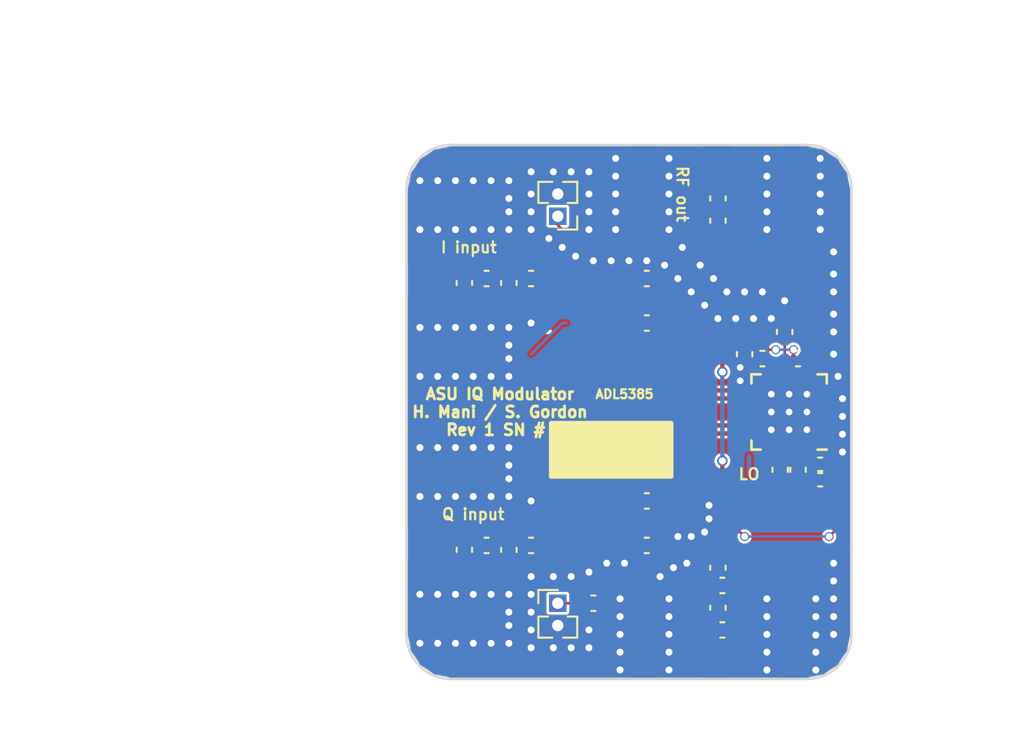
<source format=kicad_pcb>
(kicad_pcb (version 4) (host pcbnew 4.0.6)

  (general
    (links 90)
    (no_connects 0)
    (area 106.625714 83.66 167.667715 125.81)
    (thickness 1.6)
    (drawings 22)
    (tracks 591)
    (zones 0)
    (modules 37)
    (nets 29)
  )

  (page A4)
  (layers
    (0 F.Cu signal)
    (31 B.Cu signal hide)
    (36 B.SilkS user)
    (37 F.SilkS user)
    (38 B.Mask user hide)
    (39 F.Mask user hide)
    (40 Dwgs.User user)
    (41 Cmts.User user)
    (44 Edge.Cuts user)
  )

  (setup
    (last_trace_width 0.1524)
    (user_trace_width 0.254)
    (user_trace_width 0.508)
    (user_trace_width 0.762)
    (user_trace_width 1.016)
    (user_trace_width 1.27)
    (trace_clearance 0.1524)
    (zone_clearance 0)
    (zone_45_only no)
    (trace_min 0.1524)
    (segment_width 0.2)
    (edge_width 0.15)
    (via_size 0.6)
    (via_drill 0.4)
    (via_min_size 0.254)
    (via_min_drill 0.3)
    (user_via 0.381 0.3302)
    (user_via 0.4572 0.3302)
    (user_via 0.508 0.381)
    (user_via 0.762 0.635)
    (uvia_size 0.3)
    (uvia_drill 0.1)
    (uvias_allowed no)
    (uvia_min_size 0.2)
    (uvia_min_drill 0.1)
    (pcb_text_width 0.3)
    (pcb_text_size 1.5 1.5)
    (mod_edge_width 0.15)
    (mod_text_size 1 1)
    (mod_text_width 0.15)
    (pad_size 0.28 0.43)
    (pad_drill 0)
    (pad_to_mask_clearance 0.2)
    (aux_axis_origin 0 0)
    (visible_elements 7FFFFFFF)
    (pcbplotparams
      (layerselection 0x00030_80000001)
      (usegerberextensions false)
      (excludeedgelayer true)
      (linewidth 0.100000)
      (plotframeref false)
      (viasonmask false)
      (mode 1)
      (useauxorigin false)
      (hpglpennumber 1)
      (hpglpenspeed 20)
      (hpglpendiameter 15)
      (hpglpenoverlay 2)
      (psnegative false)
      (psa4output false)
      (plotreference true)
      (plotvalue true)
      (plotinvisibletext false)
      (padsonsilk false)
      (subtractmaskfromsilk false)
      (outputformat 1)
      (mirror false)
      (drillshape 1)
      (scaleselection 1)
      (outputdirectory ""))
  )

  (net 0 "")
  (net 1 "Net-(C1-Pad1)")
  (net 2 "Net-(C1-Pad2)")
  (net 3 "Net-(C2-Pad1)")
  (net 4 "Net-(C2-Pad2)")
  (net 5 "Net-(C4-Pad2)")
  (net 6 "Net-(C5-Pad2)")
  (net 7 "Net-(C6-Pad2)")
  (net 8 "Net-(C7-Pad2)")
  (net 9 "Net-(C8-Pad1)")
  (net 10 "Net-(C8-Pad2)")
  (net 11 "Net-(C9-Pad1)")
  (net 12 "Net-(C9-Pad2)")
  (net 13 GND)
  (net 14 /VP)
  (net 15 "Net-(J1-Pad1)")
  (net 16 "Net-(J2-Pad1)")
  (net 17 "Net-(J3-Pad1)")
  (net 18 "Net-(J4-Pad1)")
  (net 19 /TEMP1)
  (net 20 "Net-(R7-Pad2)")
  (net 21 /LO+)
  (net 22 /LO-)
  (net 23 /Q+)
  (net 24 /Q-)
  (net 25 /I+)
  (net 26 /I-)
  (net 27 /LO_N)
  (net 28 /LO_P)

  (net_class Default "This is the default net class."
    (clearance 0.1524)
    (trace_width 0.1524)
    (via_dia 0.6)
    (via_drill 0.4)
    (uvia_dia 0.3)
    (uvia_drill 0.1)
    (add_net /I+)
    (add_net /I-)
    (add_net /LO+)
    (add_net /LO-)
    (add_net /LO_N)
    (add_net /LO_P)
    (add_net /Q+)
    (add_net /Q-)
    (add_net /TEMP1)
    (add_net /VP)
    (add_net GND)
    (add_net "Net-(C1-Pad1)")
    (add_net "Net-(C1-Pad2)")
    (add_net "Net-(C2-Pad1)")
    (add_net "Net-(C2-Pad2)")
    (add_net "Net-(C4-Pad2)")
    (add_net "Net-(C5-Pad2)")
    (add_net "Net-(C6-Pad2)")
    (add_net "Net-(C7-Pad2)")
    (add_net "Net-(C8-Pad1)")
    (add_net "Net-(C8-Pad2)")
    (add_net "Net-(C9-Pad1)")
    (add_net "Net-(C9-Pad2)")
    (add_net "Net-(J1-Pad1)")
    (add_net "Net-(J2-Pad1)")
    (add_net "Net-(J3-Pad1)")
    (add_net "Net-(J4-Pad1)")
    (add_net "Net-(R7-Pad2)")
  )

  (module Kicad_HM_Footprints_Library:SMA_Edge_Amphenol (layer F.Cu) (tedit 59BC5C09) (tstamp 59BD09EA)
    (at 147.32 91.186 270)
    (path /589149E7)
    (fp_text reference "" (at -1.778 -6.096 270) (layer F.SilkS)
      (effects (font (size 1 1) (thickness 0.15)))
    )
    (fp_text value "" (at 0 -7.874 270) (layer F.SilkS)
      (effects (font (size 1 1) (thickness 0.15)))
    )
    (pad 1 smd rect (at 1.2827 0 270) (size 2.0574 1.4986) (layers F.Cu F.Mask)
      (net 17 "Net-(J3-Pad1)"))
    (pad 2 smd rect (at 2.7559 4.2418 270) (size 4.9022 1.6002) (layers F.Cu F.Mask)
      (net 13 GND))
    (pad 3 smd rect (at 2.7559 -4.2418 270) (size 4.9022 1.6002) (layers F.Cu F.Mask)
      (net 13 GND))
    (pad 4 smd rect (at 2.7559 4.2418 270) (size 4.9022 1.6002) (layers B.Cu B.Mask)
      (net 13 GND))
    (pad 5 smd rect (at 2.7559 -4.2418 270) (size 4.9022 1.6002) (layers B.Cu B.Mask)
      (net 13 GND))
    (model ../../../../../../Users/hmani/Desktop/ADL5385_PCB/3D/SMA_edge.wrl
      (at (xyz 0.125 0.18 -0.15))
      (scale (xyz 3 3 3))
      (rotate (xyz 270 0 0))
    )
  )

  (module Housings_DFN_QFN:QFN-24-1EP_4x4mm_Pitch0.5mm (layer F.Cu) (tedit 59C19FB6) (tstamp 59BD0B25)
    (at 151.384 106.68 180)
    (descr "24-Lead Plastic Quad Flat, No Lead Package (MJ) - 4x4x0.9 mm Body [QFN]; (see Microchip Packaging Specification 00000049BS.pdf)")
    (tags "QFN 0.5")
    (path /58913913)
    (attr smd)
    (fp_text reference "" (at 0 -3.375 180) (layer F.SilkS)
      (effects (font (size 1 1) (thickness 0.15)))
    )
    (fp_text value ADL5385 (at 9.398 1.016 180) (layer F.SilkS)
      (effects (font (size 0.508 0.508) (thickness 0.127)))
    )
    (fp_line (start -1 -2) (end 2 -2) (layer F.Fab) (width 0.15))
    (fp_line (start 2 -2) (end 2 2) (layer F.Fab) (width 0.15))
    (fp_line (start 2 2) (end -2 2) (layer F.Fab) (width 0.15))
    (fp_line (start -2 2) (end -2 -1) (layer F.Fab) (width 0.15))
    (fp_line (start -2 -1) (end -1 -2) (layer F.Fab) (width 0.15))
    (fp_line (start -2.65 -2.65) (end -2.65 2.65) (layer F.CrtYd) (width 0.05))
    (fp_line (start 2.65 -2.65) (end 2.65 2.65) (layer F.CrtYd) (width 0.05))
    (fp_line (start -2.65 -2.65) (end 2.65 -2.65) (layer F.CrtYd) (width 0.05))
    (fp_line (start -2.65 2.65) (end 2.65 2.65) (layer F.CrtYd) (width 0.05))
    (fp_line (start 2.15 -2.15) (end 2.15 -1.625) (layer F.SilkS) (width 0.15))
    (fp_line (start -2.15 2.15) (end -2.15 1.625) (layer F.SilkS) (width 0.15))
    (fp_line (start 2.15 2.15) (end 2.15 1.625) (layer F.SilkS) (width 0.15))
    (fp_line (start -2.15 -2.15) (end -1.625 -2.15) (layer F.SilkS) (width 0.15))
    (fp_line (start -2.15 2.15) (end -1.625 2.15) (layer F.SilkS) (width 0.15))
    (fp_line (start 2.15 2.15) (end 1.625 2.15) (layer F.SilkS) (width 0.15))
    (fp_line (start 2.15 -2.15) (end 1.625 -2.15) (layer F.SilkS) (width 0.15))
    (pad 1 smd rect (at -1.95 -1.25 180) (size 0.85 0.3) (layers F.Cu F.Mask)
      (net 13 GND))
    (pad 2 smd rect (at -1.95 -0.75 180) (size 0.85 0.3) (layers F.Cu F.Mask)
      (net 13 GND))
    (pad 3 smd rect (at -1.95 -0.25 180) (size 0.85 0.3) (layers F.Cu F.Mask)
      (net 13 GND))
    (pad 4 smd rect (at -1.95 0.25 180) (size 0.85 0.3) (layers F.Cu F.Mask)
      (net 13 GND))
    (pad 5 smd rect (at -1.95 0.75 180) (size 0.85 0.3) (layers F.Cu F.Mask)
      (net 13 GND))
    (pad 6 smd rect (at -1.95 1.25 180) (size 0.85 0.3) (layers F.Cu F.Mask)
      (net 13 GND))
    (pad 7 smd rect (at -1.25 1.95 270) (size 0.85 0.3) (layers F.Cu F.Mask)
      (net 10 "Net-(C8-Pad2)"))
    (pad 8 smd rect (at -0.75 1.95 270) (size 0.85 0.3) (layers F.Cu F.Mask)
      (net 14 /VP))
    (pad 9 smd rect (at -0.25 1.95 270) (size 0.85 0.3) (layers F.Cu F.Mask)
      (net 14 /VP))
    (pad 10 smd rect (at 0.25 1.95 270) (size 0.85 0.3) (layers F.Cu F.Mask)
      (net 20 "Net-(R7-Pad2)"))
    (pad 11 smd rect (at 0.75 1.95 270) (size 0.85 0.3) (layers F.Cu F.Mask)
      (net 14 /VP))
    (pad 12 smd rect (at 1.25 1.95 270) (size 0.85 0.3) (layers F.Cu F.Mask)
      (net 14 /VP))
    (pad 13 smd rect (at 1.95 1.25 180) (size 0.85 0.3) (layers F.Cu F.Mask)
      (net 25 /I+))
    (pad 14 smd rect (at 1.95 0.75 180) (size 0.85 0.3) (layers F.Cu F.Mask)
      (net 26 /I-))
    (pad 15 smd rect (at 1.95 0.25 180) (size 0.85 0.3) (layers F.Cu F.Mask)
      (net 13 GND))
    (pad 16 smd rect (at 1.95 -0.25 180) (size 0.85 0.3) (layers F.Cu F.Mask)
      (net 13 GND))
    (pad 17 smd rect (at 1.95 -0.75 180) (size 0.85 0.3) (layers F.Cu F.Mask)
      (net 24 /Q-))
    (pad 18 smd rect (at 1.95 -1.25 180) (size 0.85 0.3) (layers F.Cu F.Mask)
      (net 23 /Q+))
    (pad 19 smd rect (at 1.25 -1.95 270) (size 0.85 0.3) (layers F.Cu F.Mask)
      (net 13 GND))
    (pad 20 smd rect (at 0.75 -1.95 270) (size 0.85 0.3) (layers F.Cu F.Mask)
      (net 13 GND))
    (pad 21 smd rect (at 0.25 -1.95 270) (size 0.85 0.3) (layers F.Cu F.Mask)
      (net 21 /LO+))
    (pad 22 smd rect (at -0.25 -1.95 270) (size 0.85 0.3) (layers F.Cu F.Mask)
      (net 22 /LO-))
    (pad 23 smd rect (at -0.75 -1.95 270) (size 0.85 0.3) (layers F.Cu F.Mask)
      (net 14 /VP))
    (pad 24 smd rect (at -1.25 -1.95 270) (size 0.85 0.3) (layers F.Cu F.Mask)
      (net 14 /VP))
    (pad 25 smd rect (at 0.65 0.65 180) (size 1.3 1.3) (layers F.Cu F.Mask)
      (net 13 GND) (solder_paste_margin_ratio -0.2))
    (pad 25 smd rect (at 0.65 -0.65 180) (size 1.3 1.3) (layers F.Cu F.Mask)
      (net 13 GND) (solder_paste_margin_ratio -0.2))
    (pad 25 smd rect (at -0.65 0.65 180) (size 1.3 1.3) (layers F.Cu F.Mask)
      (net 13 GND) (solder_paste_margin_ratio -0.2))
    (pad 25 smd rect (at -0.65 -0.65 180) (size 1.3 1.3) (layers F.Cu F.Mask)
      (net 13 GND) (solder_paste_margin_ratio -0.2))
    (model ${KISYS3DMOD}/Housings_DFN_QFN.3dshapes/QFN-24-1EP_4x4mm_Pitch0.5mm.wrl
      (at (xyz 0 0 0))
      (scale (xyz 1 1 1))
      (rotate (xyz 0 0 0))
    )
  )

  (module Kicad_HM_Footprints_Library:TC1-1-13M+ (layer F.Cu) (tedit 59C19D8B) (tstamp 59BE3C26)
    (at 139.954 113.03 90)
    (path /59B888F1)
    (fp_text reference "" (at 0 -3.81 90) (layer F.SilkS)
      (effects (font (size 1 1) (thickness 0.15)))
    )
    (fp_text value "" (at 0 -5.842 90) (layer F.Fab)
      (effects (font (size 1 1) (thickness 0.15)))
    )
    (pad 3 smd rect (at -1.27 1.5875 90) (size 0.762 1.651) (layers F.Cu F.Mask)
      (net 5 "Net-(C4-Pad2)"))
    (pad 1 smd rect (at 1.27 -1.5875 90) (size 0.762 1.651) (layers F.Cu F.Mask)
      (net 13 GND) (zone_connect 1) (thermal_width 1.27) (thermal_gap 0.254))
    (pad "" smd rect (at 0 -1.5875 90) (size 0.762 1.651) (layers F.Cu F.Mask))
    (pad 4 smd rect (at 1.27 1.5875 90) (size 0.762 1.651) (layers F.Cu F.Mask)
      (net 6 "Net-(C5-Pad2)"))
    (pad 2 smd rect (at -1.27 -1.5875 90) (size 0.762 1.651) (layers F.Cu F.Mask)
      (net 3 "Net-(C2-Pad1)"))
  )

  (module Kicad_HM_Footprints_Library:SMD_0201 (layer F.Cu) (tedit 59BC5B5D) (tstamp 59BD08D0)
    (at 147.32 115.57 270)
    (descr "Resistor SMD 0201, reflow soldering, Vishay (see crcw0201e3.pdf)")
    (tags "resistor 0201")
    (path /59B86A7A)
    (attr smd)
    (fp_text reference "" (at 0 -1.25 270) (layer F.SilkS)
      (effects (font (size 1 1) (thickness 0.15)))
    )
    (fp_text value "" (at 0 1.3 270) (layer F.Fab)
      (effects (font (size 1 1) (thickness 0.15)))
    )
    (fp_text user %R (at 0 -1.25 270) (layer F.Fab)
      (effects (font (size 1 1) (thickness 0.15)))
    )
    (fp_line (start -0.3 0.15) (end -0.3 -0.15) (layer F.Fab) (width 0.1))
    (fp_line (start 0.3 0.15) (end -0.3 0.15) (layer F.Fab) (width 0.1))
    (fp_line (start 0.3 -0.15) (end 0.3 0.15) (layer F.Fab) (width 0.1))
    (fp_line (start -0.3 -0.15) (end 0.3 -0.15) (layer F.Fab) (width 0.1))
    (fp_line (start 0.12 -0.44) (end -0.12 -0.44) (layer F.SilkS) (width 0.12))
    (fp_line (start -0.12 0.44) (end 0.12 0.44) (layer F.SilkS) (width 0.12))
    (fp_line (start -0.55 -0.37) (end 0.55 -0.37) (layer F.CrtYd) (width 0.05))
    (fp_line (start -0.55 -0.37) (end -0.55 0.36) (layer F.CrtYd) (width 0.05))
    (fp_line (start 0.55 0.36) (end 0.55 -0.37) (layer F.CrtYd) (width 0.05))
    (fp_line (start 0.55 0.36) (end -0.55 0.36) (layer F.CrtYd) (width 0.05))
    (pad 1 smd rect (at -0.26 0 270) (size 0.28 0.43) (layers F.Cu F.Mask)
      (net 1 "Net-(C1-Pad1)"))
    (pad 2 smd rect (at 0.26 0 270) (size 0.28 0.43) (layers F.Cu F.Mask)
      (net 2 "Net-(C1-Pad2)"))
    (model Resistors_SMD.3dshapes/R_0201.wrl
      (at (xyz 0 0 0))
      (scale (xyz 1 1 1))
      (rotate (xyz 0 0 0))
    )
  )

  (module Kicad_HM_Footprints_Library:SMD_0201 (layer F.Cu) (tedit 59BC5BA4) (tstamp 59BD08F2)
    (at 136.652 114.3 180)
    (descr "Resistor SMD 0201, reflow soldering, Vishay (see crcw0201e3.pdf)")
    (tags "resistor 0201")
    (path /59B88921)
    (attr smd)
    (fp_text reference "" (at 0 -1.25 180) (layer F.SilkS)
      (effects (font (size 1 1) (thickness 0.15)))
    )
    (fp_text value "" (at 0 1.3 180) (layer F.Fab)
      (effects (font (size 1 1) (thickness 0.15)))
    )
    (fp_text user %R (at 0 -1.25 180) (layer F.Fab)
      (effects (font (size 1 1) (thickness 0.15)))
    )
    (fp_line (start -0.3 0.15) (end -0.3 -0.15) (layer F.Fab) (width 0.1))
    (fp_line (start 0.3 0.15) (end -0.3 0.15) (layer F.Fab) (width 0.1))
    (fp_line (start 0.3 -0.15) (end 0.3 0.15) (layer F.Fab) (width 0.1))
    (fp_line (start -0.3 -0.15) (end 0.3 -0.15) (layer F.Fab) (width 0.1))
    (fp_line (start 0.12 -0.44) (end -0.12 -0.44) (layer F.SilkS) (width 0.12))
    (fp_line (start -0.12 0.44) (end 0.12 0.44) (layer F.SilkS) (width 0.12))
    (fp_line (start -0.55 -0.37) (end 0.55 -0.37) (layer F.CrtYd) (width 0.05))
    (fp_line (start -0.55 -0.37) (end -0.55 0.36) (layer F.CrtYd) (width 0.05))
    (fp_line (start 0.55 0.36) (end 0.55 -0.37) (layer F.CrtYd) (width 0.05))
    (fp_line (start 0.55 0.36) (end -0.55 0.36) (layer F.CrtYd) (width 0.05))
    (pad 1 smd rect (at -0.26 0 180) (size 0.28 0.43) (layers F.Cu F.Mask)
      (net 3 "Net-(C2-Pad1)"))
    (pad 2 smd rect (at 0.26 0 180) (size 0.28 0.43) (layers F.Cu F.Mask)
      (net 4 "Net-(C2-Pad2)"))
    (model Resistors_SMD.3dshapes/R_0201.wrl
      (at (xyz 0 0 0))
      (scale (xyz 1 1 1))
      (rotate (xyz 0 0 0))
    )
  )

  (module Kicad_HM_Footprints_Library:SMD_0201 (layer F.Cu) (tedit 59BC5B79) (tstamp 59BD0903)
    (at 151.892 109.982 270)
    (descr "Resistor SMD 0201, reflow soldering, Vishay (see crcw0201e3.pdf)")
    (tags "resistor 0201")
    (path /59B867E5)
    (attr smd)
    (fp_text reference "" (at 0 -1.25 270) (layer F.SilkS)
      (effects (font (size 1 1) (thickness 0.15)))
    )
    (fp_text value "" (at 0 1.3 270) (layer F.Fab)
      (effects (font (size 1 1) (thickness 0.15)))
    )
    (fp_text user %R (at 0 -1.25 270) (layer F.Fab)
      (effects (font (size 1 1) (thickness 0.15)))
    )
    (fp_line (start -0.3 0.15) (end -0.3 -0.15) (layer F.Fab) (width 0.1))
    (fp_line (start 0.3 0.15) (end -0.3 0.15) (layer F.Fab) (width 0.1))
    (fp_line (start 0.3 -0.15) (end 0.3 0.15) (layer F.Fab) (width 0.1))
    (fp_line (start -0.3 -0.15) (end 0.3 -0.15) (layer F.Fab) (width 0.1))
    (fp_line (start 0.12 -0.44) (end -0.12 -0.44) (layer F.SilkS) (width 0.12))
    (fp_line (start -0.12 0.44) (end 0.12 0.44) (layer F.SilkS) (width 0.12))
    (fp_line (start -0.55 -0.37) (end 0.55 -0.37) (layer F.CrtYd) (width 0.05))
    (fp_line (start -0.55 -0.37) (end -0.55 0.36) (layer F.CrtYd) (width 0.05))
    (fp_line (start 0.55 0.36) (end 0.55 -0.37) (layer F.CrtYd) (width 0.05))
    (fp_line (start 0.55 0.36) (end -0.55 0.36) (layer F.CrtYd) (width 0.05))
    (pad 1 smd rect (at -0.26 0 270) (size 0.28 0.43) (layers F.Cu F.Mask)
      (net 22 /LO-))
    (pad 2 smd rect (at 0.26 0 270) (size 0.28 0.43) (layers F.Cu F.Mask)
      (net 27 /LO_N))
    (model Resistors_SMD.3dshapes/R_0201.wrl
      (at (xyz 0 0 0))
      (scale (xyz 1 1 1))
      (rotate (xyz 0 0 0))
    )
  )

  (module Kicad_HM_Footprints_Library:SMD_0201 (layer F.Cu) (tedit 59BC5B87) (tstamp 59BD0914)
    (at 143.256 114.3 180)
    (descr "Resistor SMD 0201, reflow soldering, Vishay (see crcw0201e3.pdf)")
    (tags "resistor 0201")
    (path /59B88911)
    (attr smd)
    (fp_text reference "" (at 0 -1.25 180) (layer F.SilkS)
      (effects (font (size 1 1) (thickness 0.15)))
    )
    (fp_text value "" (at 0 1.3 180) (layer F.Fab)
      (effects (font (size 1 1) (thickness 0.15)))
    )
    (fp_text user %R (at 0 -1.25 180) (layer F.Fab)
      (effects (font (size 1 1) (thickness 0.15)))
    )
    (fp_line (start -0.3 0.15) (end -0.3 -0.15) (layer F.Fab) (width 0.1))
    (fp_line (start 0.3 0.15) (end -0.3 0.15) (layer F.Fab) (width 0.1))
    (fp_line (start 0.3 -0.15) (end 0.3 0.15) (layer F.Fab) (width 0.1))
    (fp_line (start -0.3 -0.15) (end 0.3 -0.15) (layer F.Fab) (width 0.1))
    (fp_line (start 0.12 -0.44) (end -0.12 -0.44) (layer F.SilkS) (width 0.12))
    (fp_line (start -0.12 0.44) (end 0.12 0.44) (layer F.SilkS) (width 0.12))
    (fp_line (start -0.55 -0.37) (end 0.55 -0.37) (layer F.CrtYd) (width 0.05))
    (fp_line (start -0.55 -0.37) (end -0.55 0.36) (layer F.CrtYd) (width 0.05))
    (fp_line (start 0.55 0.36) (end 0.55 -0.37) (layer F.CrtYd) (width 0.05))
    (fp_line (start 0.55 0.36) (end -0.55 0.36) (layer F.CrtYd) (width 0.05))
    (pad 1 smd rect (at -0.26 0 180) (size 0.28 0.43) (layers F.Cu F.Mask)
      (net 23 /Q+))
    (pad 2 smd rect (at 0.26 0 180) (size 0.28 0.43) (layers F.Cu F.Mask)
      (net 5 "Net-(C4-Pad2)"))
    (model Resistors_SMD.3dshapes/R_0201.wrl
      (at (xyz 0 0 0))
      (scale (xyz 1 1 1))
      (rotate (xyz 0 0 0))
    )
  )

  (module Kicad_HM_Footprints_Library:SMD_0201 (layer F.Cu) (tedit 59BC5B82) (tstamp 59BD0925)
    (at 143.256 111.76 180)
    (descr "Resistor SMD 0201, reflow soldering, Vishay (see crcw0201e3.pdf)")
    (tags "resistor 0201")
    (path /59B88917)
    (attr smd)
    (fp_text reference "" (at 0 -1.25 180) (layer F.SilkS)
      (effects (font (size 1 1) (thickness 0.15)))
    )
    (fp_text value "" (at 0 1.3 180) (layer F.Fab)
      (effects (font (size 1 1) (thickness 0.15)))
    )
    (fp_text user %R (at 0 -1.25 180) (layer F.Fab)
      (effects (font (size 1 1) (thickness 0.15)))
    )
    (fp_line (start -0.3 0.15) (end -0.3 -0.15) (layer F.Fab) (width 0.1))
    (fp_line (start 0.3 0.15) (end -0.3 0.15) (layer F.Fab) (width 0.1))
    (fp_line (start 0.3 -0.15) (end 0.3 0.15) (layer F.Fab) (width 0.1))
    (fp_line (start -0.3 -0.15) (end 0.3 -0.15) (layer F.Fab) (width 0.1))
    (fp_line (start 0.12 -0.44) (end -0.12 -0.44) (layer F.SilkS) (width 0.12))
    (fp_line (start -0.12 0.44) (end 0.12 0.44) (layer F.SilkS) (width 0.12))
    (fp_line (start -0.55 -0.37) (end 0.55 -0.37) (layer F.CrtYd) (width 0.05))
    (fp_line (start -0.55 -0.37) (end -0.55 0.36) (layer F.CrtYd) (width 0.05))
    (fp_line (start 0.55 0.36) (end 0.55 -0.37) (layer F.CrtYd) (width 0.05))
    (fp_line (start 0.55 0.36) (end -0.55 0.36) (layer F.CrtYd) (width 0.05))
    (pad 1 smd rect (at -0.26 0 180) (size 0.28 0.43) (layers F.Cu F.Mask)
      (net 24 /Q-))
    (pad 2 smd rect (at 0.26 0 180) (size 0.28 0.43) (layers F.Cu F.Mask)
      (net 6 "Net-(C5-Pad2)"))
    (model Resistors_SMD.3dshapes/R_0201.wrl
      (at (xyz 0 0 0))
      (scale (xyz 1 1 1))
      (rotate (xyz 0 0 0))
    )
  )

  (module Kicad_HM_Footprints_Library:SMD_0201 (layer F.Cu) (tedit 59BC5BB0) (tstamp 59BD0936)
    (at 143.256 99.06 180)
    (descr "Resistor SMD 0201, reflow soldering, Vishay (see crcw0201e3.pdf)")
    (tags "resistor 0201")
    (path /59B89173)
    (attr smd)
    (fp_text reference "" (at 0 -1.25 180) (layer F.SilkS)
      (effects (font (size 1 1) (thickness 0.15)))
    )
    (fp_text value "" (at 0 1.3 180) (layer F.Fab)
      (effects (font (size 1 1) (thickness 0.15)))
    )
    (fp_text user %R (at 0 -1.25 180) (layer F.Fab)
      (effects (font (size 1 1) (thickness 0.15)))
    )
    (fp_line (start -0.3 0.15) (end -0.3 -0.15) (layer F.Fab) (width 0.1))
    (fp_line (start 0.3 0.15) (end -0.3 0.15) (layer F.Fab) (width 0.1))
    (fp_line (start 0.3 -0.15) (end 0.3 0.15) (layer F.Fab) (width 0.1))
    (fp_line (start -0.3 -0.15) (end 0.3 -0.15) (layer F.Fab) (width 0.1))
    (fp_line (start 0.12 -0.44) (end -0.12 -0.44) (layer F.SilkS) (width 0.12))
    (fp_line (start -0.12 0.44) (end 0.12 0.44) (layer F.SilkS) (width 0.12))
    (fp_line (start -0.55 -0.37) (end 0.55 -0.37) (layer F.CrtYd) (width 0.05))
    (fp_line (start -0.55 -0.37) (end -0.55 0.36) (layer F.CrtYd) (width 0.05))
    (fp_line (start 0.55 0.36) (end 0.55 -0.37) (layer F.CrtYd) (width 0.05))
    (fp_line (start 0.55 0.36) (end -0.55 0.36) (layer F.CrtYd) (width 0.05))
    (pad 1 smd rect (at -0.26 0 180) (size 0.28 0.43) (layers F.Cu F.Mask)
      (net 25 /I+))
    (pad 2 smd rect (at 0.26 0 180) (size 0.28 0.43) (layers F.Cu F.Mask)
      (net 7 "Net-(C6-Pad2)"))
    (model Resistors_SMD.3dshapes/R_0201.wrl
      (at (xyz 0 0 0))
      (scale (xyz 1 1 1))
      (rotate (xyz 0 0 0))
    )
  )

  (module Kicad_HM_Footprints_Library:SMD_0201 (layer F.Cu) (tedit 59BC5BAB) (tstamp 59BD0947)
    (at 143.256 101.6 180)
    (descr "Resistor SMD 0201, reflow soldering, Vishay (see crcw0201e3.pdf)")
    (tags "resistor 0201")
    (path /59B89179)
    (attr smd)
    (fp_text reference "" (at 0 -1.25 180) (layer F.SilkS)
      (effects (font (size 1 1) (thickness 0.15)))
    )
    (fp_text value "" (at 0 1.3 180) (layer F.Fab)
      (effects (font (size 1 1) (thickness 0.15)))
    )
    (fp_text user %R (at 0 -1.25 180) (layer F.Fab)
      (effects (font (size 1 1) (thickness 0.15)))
    )
    (fp_line (start -0.3 0.15) (end -0.3 -0.15) (layer F.Fab) (width 0.1))
    (fp_line (start 0.3 0.15) (end -0.3 0.15) (layer F.Fab) (width 0.1))
    (fp_line (start 0.3 -0.15) (end 0.3 0.15) (layer F.Fab) (width 0.1))
    (fp_line (start -0.3 -0.15) (end 0.3 -0.15) (layer F.Fab) (width 0.1))
    (fp_line (start 0.12 -0.44) (end -0.12 -0.44) (layer F.SilkS) (width 0.12))
    (fp_line (start -0.12 0.44) (end 0.12 0.44) (layer F.SilkS) (width 0.12))
    (fp_line (start -0.55 -0.37) (end 0.55 -0.37) (layer F.CrtYd) (width 0.05))
    (fp_line (start -0.55 -0.37) (end -0.55 0.36) (layer F.CrtYd) (width 0.05))
    (fp_line (start 0.55 0.36) (end 0.55 -0.37) (layer F.CrtYd) (width 0.05))
    (fp_line (start 0.55 0.36) (end -0.55 0.36) (layer F.CrtYd) (width 0.05))
    (pad 1 smd rect (at -0.26 0 180) (size 0.28 0.43) (layers F.Cu F.Mask)
      (net 26 /I-))
    (pad 2 smd rect (at 0.26 0 180) (size 0.28 0.43) (layers F.Cu F.Mask)
      (net 8 "Net-(C7-Pad2)"))
    (model Resistors_SMD.3dshapes/R_0201.wrl
      (at (xyz 0 0 0))
      (scale (xyz 1 1 1))
      (rotate (xyz 0 0 0))
    )
  )

  (module Kicad_HM_Footprints_Library:SMD_0201 (layer F.Cu) (tedit 59BC5BB6) (tstamp 59BD0958)
    (at 147.32 95.758 270)
    (descr "Resistor SMD 0201, reflow soldering, Vishay (see crcw0201e3.pdf)")
    (tags "resistor 0201")
    (path /58914AC3)
    (attr smd)
    (fp_text reference "" (at 0 -1.25 270) (layer F.SilkS)
      (effects (font (size 1 1) (thickness 0.15)))
    )
    (fp_text value "" (at 0 1.3 270) (layer F.Fab)
      (effects (font (size 1 1) (thickness 0.15)))
    )
    (fp_text user %R (at 0 -1.25 270) (layer F.Fab)
      (effects (font (size 1 1) (thickness 0.15)))
    )
    (fp_line (start -0.3 0.15) (end -0.3 -0.15) (layer F.Fab) (width 0.1))
    (fp_line (start 0.3 0.15) (end -0.3 0.15) (layer F.Fab) (width 0.1))
    (fp_line (start 0.3 -0.15) (end 0.3 0.15) (layer F.Fab) (width 0.1))
    (fp_line (start -0.3 -0.15) (end 0.3 -0.15) (layer F.Fab) (width 0.1))
    (fp_line (start 0.12 -0.44) (end -0.12 -0.44) (layer F.SilkS) (width 0.12))
    (fp_line (start -0.12 0.44) (end 0.12 0.44) (layer F.SilkS) (width 0.12))
    (fp_line (start -0.55 -0.37) (end 0.55 -0.37) (layer F.CrtYd) (width 0.05))
    (fp_line (start -0.55 -0.37) (end -0.55 0.36) (layer F.CrtYd) (width 0.05))
    (fp_line (start 0.55 0.36) (end 0.55 -0.37) (layer F.CrtYd) (width 0.05))
    (fp_line (start 0.55 0.36) (end -0.55 0.36) (layer F.CrtYd) (width 0.05))
    (pad 1 smd rect (at -0.26 0 270) (size 0.28 0.43) (layers F.Cu F.Mask)
      (net 9 "Net-(C8-Pad1)"))
    (pad 2 smd rect (at 0.26 0 270) (size 0.28 0.43) (layers F.Cu F.Mask)
      (net 10 "Net-(C8-Pad2)"))
    (model Resistors_SMD.3dshapes/R_0201.wrl
      (at (xyz 0 0 0))
      (scale (xyz 1 1 1))
      (rotate (xyz 0 0 0))
    )
  )

  (module Kicad_HM_Footprints_Library:SMD_0201 (layer F.Cu) (tedit 59BC5BE1) (tstamp 59BD0969)
    (at 136.652 99.06 180)
    (descr "Resistor SMD 0201, reflow soldering, Vishay (see crcw0201e3.pdf)")
    (tags "resistor 0201")
    (path /59B89183)
    (attr smd)
    (fp_text reference "" (at 0 -1.25 180) (layer F.SilkS)
      (effects (font (size 1 1) (thickness 0.15)))
    )
    (fp_text value "" (at 0 1.3 180) (layer F.Fab)
      (effects (font (size 1 1) (thickness 0.15)))
    )
    (fp_text user %R (at 0 -1.25 180) (layer F.Fab)
      (effects (font (size 1 1) (thickness 0.15)))
    )
    (fp_line (start -0.3 0.15) (end -0.3 -0.15) (layer F.Fab) (width 0.1))
    (fp_line (start 0.3 0.15) (end -0.3 0.15) (layer F.Fab) (width 0.1))
    (fp_line (start 0.3 -0.15) (end 0.3 0.15) (layer F.Fab) (width 0.1))
    (fp_line (start -0.3 -0.15) (end 0.3 -0.15) (layer F.Fab) (width 0.1))
    (fp_line (start 0.12 -0.44) (end -0.12 -0.44) (layer F.SilkS) (width 0.12))
    (fp_line (start -0.12 0.44) (end 0.12 0.44) (layer F.SilkS) (width 0.12))
    (fp_line (start -0.55 -0.37) (end 0.55 -0.37) (layer F.CrtYd) (width 0.05))
    (fp_line (start -0.55 -0.37) (end -0.55 0.36) (layer F.CrtYd) (width 0.05))
    (fp_line (start 0.55 0.36) (end 0.55 -0.37) (layer F.CrtYd) (width 0.05))
    (fp_line (start 0.55 0.36) (end -0.55 0.36) (layer F.CrtYd) (width 0.05))
    (pad 1 smd rect (at -0.26 0 180) (size 0.28 0.43) (layers F.Cu F.Mask)
      (net 11 "Net-(C9-Pad1)"))
    (pad 2 smd rect (at 0.26 0 180) (size 0.28 0.43) (layers F.Cu F.Mask)
      (net 12 "Net-(C9-Pad2)"))
    (model Resistors_SMD.3dshapes/R_0201.wrl
      (at (xyz 0 0 0))
      (scale (xyz 1 1 1))
      (rotate (xyz 0 0 0))
    )
  )

  (module Kicad_HM_Footprints_Library:SMD_0201 (layer F.Cu) (tedit 59C1BC62) (tstamp 59BD097A)
    (at 149.86 103.632)
    (descr "Resistor SMD 0201, reflow soldering, Vishay (see crcw0201e3.pdf)")
    (tags "resistor 0201")
    (path /58914E36)
    (attr smd)
    (fp_text reference "" (at 0 -1.25) (layer F.SilkS)
      (effects (font (size 1 1) (thickness 0.15)))
    )
    (fp_text value "" (at 0 1.3) (layer F.Fab)
      (effects (font (size 1 1) (thickness 0.15)))
    )
    (fp_text user %R (at 0 -1.25) (layer F.Fab)
      (effects (font (size 1 1) (thickness 0.15)))
    )
    (fp_line (start -0.3 0.15) (end -0.3 -0.15) (layer F.Fab) (width 0.1))
    (fp_line (start 0.3 0.15) (end -0.3 0.15) (layer F.Fab) (width 0.1))
    (fp_line (start 0.3 -0.15) (end 0.3 0.15) (layer F.Fab) (width 0.1))
    (fp_line (start -0.3 -0.15) (end 0.3 -0.15) (layer F.Fab) (width 0.1))
    (fp_line (start 0.12 -0.44) (end -0.12 -0.44) (layer F.SilkS) (width 0.12))
    (fp_line (start -0.12 0.44) (end 0.12 0.44) (layer F.SilkS) (width 0.12))
    (fp_line (start -0.55 -0.37) (end 0.55 -0.37) (layer F.CrtYd) (width 0.05))
    (fp_line (start -0.55 -0.37) (end -0.55 0.36) (layer F.CrtYd) (width 0.05))
    (fp_line (start 0.55 0.36) (end 0.55 -0.37) (layer F.CrtYd) (width 0.05))
    (fp_line (start 0.55 0.36) (end -0.55 0.36) (layer F.CrtYd) (width 0.05))
    (pad 1 smd rect (at -0.26 0) (size 0.28 0.43) (layers F.Cu F.Mask)
      (net 13 GND) (zone_connect 1) (thermal_width 1.27) (thermal_gap 0.1778))
    (pad 2 smd rect (at 0.26 0) (size 0.28 0.43) (layers F.Cu F.Mask)
      (net 14 /VP))
    (model Resistors_SMD.3dshapes/R_0201.wrl
      (at (xyz 0 0 0))
      (scale (xyz 1 1 1))
      (rotate (xyz 0 0 0))
    )
  )

  (module Kicad_HM_Footprints_Library:SMD_0201 (layer F.Cu) (tedit 59C1BC87) (tstamp 59BD098B)
    (at 140.208 117.602 180)
    (descr "Resistor SMD 0201, reflow soldering, Vishay (see crcw0201e3.pdf)")
    (tags "resistor 0201")
    (path /58914EF3)
    (attr smd)
    (fp_text reference "" (at 0 -1.25 180) (layer F.SilkS)
      (effects (font (size 1 1) (thickness 0.15)))
    )
    (fp_text value "" (at 0 1.3 180) (layer F.Fab)
      (effects (font (size 1 1) (thickness 0.15)))
    )
    (fp_text user %R (at 0 -1.25 180) (layer F.Fab)
      (effects (font (size 1 1) (thickness 0.15)))
    )
    (fp_line (start -0.3 0.15) (end -0.3 -0.15) (layer F.Fab) (width 0.1))
    (fp_line (start 0.3 0.15) (end -0.3 0.15) (layer F.Fab) (width 0.1))
    (fp_line (start 0.3 -0.15) (end 0.3 0.15) (layer F.Fab) (width 0.1))
    (fp_line (start -0.3 -0.15) (end 0.3 -0.15) (layer F.Fab) (width 0.1))
    (fp_line (start 0.12 -0.44) (end -0.12 -0.44) (layer F.SilkS) (width 0.12))
    (fp_line (start -0.12 0.44) (end 0.12 0.44) (layer F.SilkS) (width 0.12))
    (fp_line (start -0.55 -0.37) (end 0.55 -0.37) (layer F.CrtYd) (width 0.05))
    (fp_line (start -0.55 -0.37) (end -0.55 0.36) (layer F.CrtYd) (width 0.05))
    (fp_line (start 0.55 0.36) (end 0.55 -0.37) (layer F.CrtYd) (width 0.05))
    (fp_line (start 0.55 0.36) (end -0.55 0.36) (layer F.CrtYd) (width 0.05))
    (pad 1 smd rect (at -0.26 0 180) (size 0.28 0.43) (layers F.Cu F.Mask)
      (net 13 GND) (zone_connect 1) (thermal_width 1.27) (thermal_gap 0.1778))
    (pad 2 smd rect (at 0.26 0 180) (size 0.28 0.43) (layers F.Cu F.Mask)
      (net 14 /VP))
    (model Resistors_SMD.3dshapes/R_0201.wrl
      (at (xyz 0 0 0))
      (scale (xyz 1 1 1))
      (rotate (xyz 0 0 0))
    )
  )

  (module Kicad_HM_Footprints_Library:SMD_0201 (layer F.Cu) (tedit 59C1BCB8) (tstamp 59BD099C)
    (at 153.162 110.49)
    (descr "Resistor SMD 0201, reflow soldering, Vishay (see crcw0201e3.pdf)")
    (tags "resistor 0201")
    (path /59B8C8B7)
    (attr smd)
    (fp_text reference "" (at 0 -1.25) (layer F.SilkS)
      (effects (font (size 1 1) (thickness 0.15)))
    )
    (fp_text value "" (at 0 1.3) (layer F.Fab)
      (effects (font (size 1 1) (thickness 0.15)))
    )
    (fp_text user %R (at 0 -1.25) (layer F.Fab)
      (effects (font (size 1 1) (thickness 0.15)))
    )
    (fp_line (start -0.3 0.15) (end -0.3 -0.15) (layer F.Fab) (width 0.1))
    (fp_line (start 0.3 0.15) (end -0.3 0.15) (layer F.Fab) (width 0.1))
    (fp_line (start 0.3 -0.15) (end 0.3 0.15) (layer F.Fab) (width 0.1))
    (fp_line (start -0.3 -0.15) (end 0.3 -0.15) (layer F.Fab) (width 0.1))
    (fp_line (start 0.12 -0.44) (end -0.12 -0.44) (layer F.SilkS) (width 0.12))
    (fp_line (start -0.12 0.44) (end 0.12 0.44) (layer F.SilkS) (width 0.12))
    (fp_line (start -0.55 -0.37) (end 0.55 -0.37) (layer F.CrtYd) (width 0.05))
    (fp_line (start -0.55 -0.37) (end -0.55 0.36) (layer F.CrtYd) (width 0.05))
    (fp_line (start 0.55 0.36) (end 0.55 -0.37) (layer F.CrtYd) (width 0.05))
    (fp_line (start 0.55 0.36) (end -0.55 0.36) (layer F.CrtYd) (width 0.05))
    (pad 1 smd rect (at -0.26 0) (size 0.28 0.43) (layers F.Cu F.Mask)
      (net 14 /VP))
    (pad 2 smd rect (at 0.26 0) (size 0.28 0.43) (layers F.Cu F.Mask)
      (net 13 GND) (zone_connect 1) (thermal_width 1.27) (thermal_gap 0.1778))
    (model Resistors_SMD.3dshapes/R_0201.wrl
      (at (xyz 0 0 0))
      (scale (xyz 1 1 1))
      (rotate (xyz 0 0 0))
    )
  )

  (module Kicad_HM_Footprints_Library:SMD_0201 (layer F.Cu) (tedit 59C1BCCC) (tstamp 59BD09AD)
    (at 153.162 109.728 180)
    (descr "Resistor SMD 0201, reflow soldering, Vishay (see crcw0201e3.pdf)")
    (tags "resistor 0201")
    (path /59B8F0F5)
    (attr smd)
    (fp_text reference "" (at 0 -1.25 180) (layer F.SilkS)
      (effects (font (size 1 1) (thickness 0.15)))
    )
    (fp_text value "" (at 0 1.3 180) (layer F.Fab)
      (effects (font (size 1 1) (thickness 0.15)))
    )
    (fp_text user %R (at 0 -1.25 180) (layer F.Fab)
      (effects (font (size 1 1) (thickness 0.15)))
    )
    (fp_line (start -0.3 0.15) (end -0.3 -0.15) (layer F.Fab) (width 0.1))
    (fp_line (start 0.3 0.15) (end -0.3 0.15) (layer F.Fab) (width 0.1))
    (fp_line (start 0.3 -0.15) (end 0.3 0.15) (layer F.Fab) (width 0.1))
    (fp_line (start -0.3 -0.15) (end 0.3 -0.15) (layer F.Fab) (width 0.1))
    (fp_line (start 0.12 -0.44) (end -0.12 -0.44) (layer F.SilkS) (width 0.12))
    (fp_line (start -0.12 0.44) (end 0.12 0.44) (layer F.SilkS) (width 0.12))
    (fp_line (start -0.55 -0.37) (end 0.55 -0.37) (layer F.CrtYd) (width 0.05))
    (fp_line (start -0.55 -0.37) (end -0.55 0.36) (layer F.CrtYd) (width 0.05))
    (fp_line (start 0.55 0.36) (end 0.55 -0.37) (layer F.CrtYd) (width 0.05))
    (fp_line (start 0.55 0.36) (end -0.55 0.36) (layer F.CrtYd) (width 0.05))
    (pad 1 smd rect (at -0.26 0 180) (size 0.28 0.43) (layers F.Cu F.Mask)
      (net 13 GND) (zone_connect 1) (thermal_width 1.27) (thermal_gap 0.1778))
    (pad 2 smd rect (at 0.26 0 180) (size 0.28 0.43) (layers F.Cu F.Mask)
      (net 14 /VP))
    (model Resistors_SMD.3dshapes/R_0201.wrl
      (at (xyz 0 0 0))
      (scale (xyz 1 1 1))
      (rotate (xyz 0 0 0))
    )
  )

  (module Kicad_HM_Footprints_Library:SMD_0201 (layer F.Cu) (tedit 59BC5BC6) (tstamp 59BD09BE)
    (at 151.892 103.632 180)
    (descr "Resistor SMD 0201, reflow soldering, Vishay (see crcw0201e3.pdf)")
    (tags "resistor 0201")
    (path /59B90287)
    (attr smd)
    (fp_text reference "" (at 0 -1.25 180) (layer F.SilkS)
      (effects (font (size 1 1) (thickness 0.15)))
    )
    (fp_text value "" (at 0 1.3 180) (layer F.Fab)
      (effects (font (size 1 1) (thickness 0.15)))
    )
    (fp_text user %R (at 0 -1.25 180) (layer F.Fab)
      (effects (font (size 1 1) (thickness 0.15)))
    )
    (fp_line (start -0.3 0.15) (end -0.3 -0.15) (layer F.Fab) (width 0.1))
    (fp_line (start 0.3 0.15) (end -0.3 0.15) (layer F.Fab) (width 0.1))
    (fp_line (start 0.3 -0.15) (end 0.3 0.15) (layer F.Fab) (width 0.1))
    (fp_line (start -0.3 -0.15) (end 0.3 -0.15) (layer F.Fab) (width 0.1))
    (fp_line (start 0.12 -0.44) (end -0.12 -0.44) (layer F.SilkS) (width 0.12))
    (fp_line (start -0.12 0.44) (end 0.12 0.44) (layer F.SilkS) (width 0.12))
    (fp_line (start -0.55 -0.37) (end 0.55 -0.37) (layer F.CrtYd) (width 0.05))
    (fp_line (start -0.55 -0.37) (end -0.55 0.36) (layer F.CrtYd) (width 0.05))
    (fp_line (start 0.55 0.36) (end 0.55 -0.37) (layer F.CrtYd) (width 0.05))
    (fp_line (start 0.55 0.36) (end -0.55 0.36) (layer F.CrtYd) (width 0.05))
    (pad 1 smd rect (at -0.26 0 180) (size 0.28 0.43) (layers F.Cu F.Mask)
      (net 13 GND))
    (pad 2 smd rect (at 0.26 0 180) (size 0.28 0.43) (layers F.Cu F.Mask)
      (net 14 /VP))
    (model Resistors_SMD.3dshapes/R_0201.wrl
      (at (xyz 0 0 0))
      (scale (xyz 1 1 1))
      (rotate (xyz 0 0 0))
    )
  )

  (module Kicad_HM_Footprints_Library:SMD_0201 (layer F.Cu) (tedit 59C1BC4B) (tstamp 59BD09CF)
    (at 148.844 103.378 270)
    (descr "Resistor SMD 0201, reflow soldering, Vishay (see crcw0201e3.pdf)")
    (tags "resistor 0201")
    (path /59B8C398)
    (attr smd)
    (fp_text reference "" (at 0 -1.25 270) (layer F.SilkS)
      (effects (font (size 1 1) (thickness 0.15)))
    )
    (fp_text value "" (at 0 1.3 270) (layer F.Fab)
      (effects (font (size 1 1) (thickness 0.15)))
    )
    (fp_text user %R (at 0 -1.25 270) (layer F.Fab)
      (effects (font (size 1 1) (thickness 0.15)))
    )
    (fp_line (start -0.3 0.15) (end -0.3 -0.15) (layer F.Fab) (width 0.1))
    (fp_line (start 0.3 0.15) (end -0.3 0.15) (layer F.Fab) (width 0.1))
    (fp_line (start 0.3 -0.15) (end 0.3 0.15) (layer F.Fab) (width 0.1))
    (fp_line (start -0.3 -0.15) (end 0.3 -0.15) (layer F.Fab) (width 0.1))
    (fp_line (start 0.12 -0.44) (end -0.12 -0.44) (layer F.SilkS) (width 0.12))
    (fp_line (start -0.12 0.44) (end 0.12 0.44) (layer F.SilkS) (width 0.12))
    (fp_line (start -0.55 -0.37) (end 0.55 -0.37) (layer F.CrtYd) (width 0.05))
    (fp_line (start -0.55 -0.37) (end -0.55 0.36) (layer F.CrtYd) (width 0.05))
    (fp_line (start 0.55 0.36) (end 0.55 -0.37) (layer F.CrtYd) (width 0.05))
    (fp_line (start 0.55 0.36) (end -0.55 0.36) (layer F.CrtYd) (width 0.05))
    (pad 1 smd rect (at -0.26 0 270) (size 0.28 0.43) (layers F.Cu F.Mask)
      (net 14 /VP))
    (pad 2 smd rect (at 0.26 0 270) (size 0.28 0.43) (layers F.Cu F.Mask)
      (net 13 GND) (zone_connect 1) (thermal_width 1.27) (thermal_gap 0.1778))
    (model Resistors_SMD.3dshapes/R_0201.wrl
      (at (xyz 0 0 0))
      (scale (xyz 1 1 1))
      (rotate (xyz 0 0 0))
    )
  )

  (module Kicad_HM_Footprints_Library:SMA_Edge_Amphenol (layer F.Cu) (tedit 59BC5B8B) (tstamp 59BD09D8)
    (at 147.32 122.174 90)
    (path /589143F7)
    (fp_text reference "" (at -1.778 -6.096 90) (layer F.SilkS)
      (effects (font (size 1 1) (thickness 0.15)))
    )
    (fp_text value "" (at 0 -7.874 90) (layer F.SilkS)
      (effects (font (size 1 1) (thickness 0.15)))
    )
    (pad 1 smd rect (at 1.2827 0 90) (size 2.0574 1.4986) (layers F.Cu F.Mask)
      (net 15 "Net-(J1-Pad1)"))
    (pad 2 smd rect (at 2.7559 4.2418 90) (size 4.9022 1.6002) (layers F.Cu F.Mask)
      (net 13 GND))
    (pad 3 smd rect (at 2.7559 -4.2418 90) (size 4.9022 1.6002) (layers F.Cu F.Mask)
      (net 13 GND))
    (pad 4 smd rect (at 2.7559 4.2418 90) (size 4.9022 1.6002) (layers B.Cu B.Mask)
      (net 13 GND))
    (pad 5 smd rect (at 2.7559 -4.2418 90) (size 4.9022 1.6002) (layers B.Cu B.Mask)
      (net 13 GND))
    (model ../../../../../../Users/hmani/Desktop/ADL5385_PCB/3D/SMA_edge.wrl
      (at (xyz 0.125 0.18 -0.15))
      (scale (xyz 3 3 3))
      (rotate (xyz 270 0 0))
    )
  )

  (module Kicad_HM_Footprints_Library:SMA_Edge_Amphenol (layer F.Cu) (tedit 59BC5C03) (tstamp 59BD09E1)
    (at 129.54 114.3)
    (path /59B888FE)
    (fp_text reference "" (at -1.778 -6.096) (layer F.SilkS)
      (effects (font (size 1 1) (thickness 0.15)))
    )
    (fp_text value "" (at 0 -7.874) (layer F.SilkS) hide
      (effects (font (size 1 1) (thickness 0.15)))
    )
    (pad 1 smd rect (at 1.2827 0) (size 2.0574 1.4986) (layers F.Cu F.Mask)
      (net 16 "Net-(J2-Pad1)"))
    (pad 2 smd rect (at 2.7559 4.2418) (size 4.9022 1.6002) (layers F.Cu F.Mask)
      (net 13 GND))
    (pad 3 smd rect (at 2.7559 -4.2418) (size 4.9022 1.6002) (layers F.Cu F.Mask)
      (net 13 GND))
    (pad 4 smd rect (at 2.7559 4.2418) (size 4.9022 1.6002) (layers B.Cu B.Mask)
      (net 13 GND))
    (pad 5 smd rect (at 2.7559 -4.2418) (size 4.9022 1.6002) (layers B.Cu B.Mask)
      (net 13 GND))
    (model ../../../../../../Users/hmani/Desktop/ADL5385_PCB/3D/SMA_edge.wrl
      (at (xyz 0.125 0.18 -0.15))
      (scale (xyz 3 3 3))
      (rotate (xyz 270 0 0))
    )
  )

  (module Kicad_HM_Footprints_Library:SMA_Edge_Amphenol (layer F.Cu) (tedit 59BC5BFF) (tstamp 59BD09F3)
    (at 129.54 99.06)
    (path /59B89160)
    (fp_text reference "" (at -1.778 -6.096) (layer F.SilkS) hide
      (effects (font (size 1 1) (thickness 0.15)))
    )
    (fp_text value "" (at 0 -7.874) (layer F.SilkS) hide
      (effects (font (size 1 1) (thickness 0.15)))
    )
    (pad 1 smd rect (at 1.2827 0) (size 2.0574 1.4986) (layers F.Cu F.Mask)
      (net 18 "Net-(J4-Pad1)"))
    (pad 2 smd rect (at 2.7559 4.2418) (size 4.9022 1.6002) (layers F.Cu F.Mask)
      (net 13 GND))
    (pad 3 smd rect (at 2.7559 -4.2418) (size 4.9022 1.6002) (layers F.Cu F.Mask)
      (net 13 GND))
    (pad 4 smd rect (at 2.7559 4.2418) (size 4.9022 1.6002) (layers B.Cu B.Mask)
      (net 13 GND))
    (pad 5 smd rect (at 2.7559 -4.2418) (size 4.9022 1.6002) (layers B.Cu B.Mask)
      (net 13 GND))
    (model ../../../../../../Users/hmani/Desktop/ADL5385_PCB/3D/SMA_edge.wrl
      (at (xyz 0.125 0.18 -0.15))
      (scale (xyz 3 3 3))
      (rotate (xyz 270 0 0))
    )
  )

  (module Kicad_HM_Footprints_Library:SMD_0201 (layer F.Cu) (tedit 59C1BC7A) (tstamp 59BD0A30)
    (at 147.574 119.126)
    (descr "Resistor SMD 0201, reflow soldering, Vishay (see crcw0201e3.pdf)")
    (tags "resistor 0201")
    (path /59B87D03)
    (attr smd)
    (fp_text reference "" (at 0 -1.25) (layer F.SilkS)
      (effects (font (size 1 1) (thickness 0.15)))
    )
    (fp_text value "" (at 0 1.3) (layer F.Fab)
      (effects (font (size 1 1) (thickness 0.15)))
    )
    (fp_text user %R (at 0 -1.25) (layer F.Fab)
      (effects (font (size 1 1) (thickness 0.15)))
    )
    (fp_line (start -0.3 0.15) (end -0.3 -0.15) (layer F.Fab) (width 0.1))
    (fp_line (start 0.3 0.15) (end -0.3 0.15) (layer F.Fab) (width 0.1))
    (fp_line (start 0.3 -0.15) (end 0.3 0.15) (layer F.Fab) (width 0.1))
    (fp_line (start -0.3 -0.15) (end 0.3 -0.15) (layer F.Fab) (width 0.1))
    (fp_line (start 0.12 -0.44) (end -0.12 -0.44) (layer F.SilkS) (width 0.12))
    (fp_line (start -0.12 0.44) (end 0.12 0.44) (layer F.SilkS) (width 0.12))
    (fp_line (start -0.55 -0.37) (end 0.55 -0.37) (layer F.CrtYd) (width 0.05))
    (fp_line (start -0.55 -0.37) (end -0.55 0.36) (layer F.CrtYd) (width 0.05))
    (fp_line (start 0.55 0.36) (end 0.55 -0.37) (layer F.CrtYd) (width 0.05))
    (fp_line (start 0.55 0.36) (end -0.55 0.36) (layer F.CrtYd) (width 0.05))
    (pad 1 smd rect (at -0.26 0) (size 0.28 0.43) (layers F.Cu F.Mask)
      (net 15 "Net-(J1-Pad1)"))
    (pad 2 smd rect (at 0.26 0) (size 0.28 0.43) (layers F.Cu F.Mask)
      (net 13 GND) (zone_connect 1) (thermal_width 1.27) (thermal_gap 0.254))
    (model Resistors_SMD.3dshapes/R_0201.wrl
      (at (xyz 0 0 0))
      (scale (xyz 1 1 1))
      (rotate (xyz 0 0 0))
    )
  )

  (module Kicad_HM_Footprints_Library:SMD_0201 (layer F.Cu) (tedit 59C1BC96) (tstamp 59BD0A41)
    (at 132.842 114.554 270)
    (descr "Resistor SMD 0201, reflow soldering, Vishay (see crcw0201e3.pdf)")
    (tags "resistor 0201")
    (path /59B88939)
    (attr smd)
    (fp_text reference "" (at 0 -1.25 270) (layer F.SilkS)
      (effects (font (size 1 1) (thickness 0.15)))
    )
    (fp_text value "" (at 0 1.3 270) (layer F.Fab)
      (effects (font (size 1 1) (thickness 0.15)))
    )
    (fp_text user %R (at 0 -1.25 270) (layer F.Fab)
      (effects (font (size 1 1) (thickness 0.15)))
    )
    (fp_line (start -0.3 0.15) (end -0.3 -0.15) (layer F.Fab) (width 0.1))
    (fp_line (start 0.3 0.15) (end -0.3 0.15) (layer F.Fab) (width 0.1))
    (fp_line (start 0.3 -0.15) (end 0.3 0.15) (layer F.Fab) (width 0.1))
    (fp_line (start -0.3 -0.15) (end 0.3 -0.15) (layer F.Fab) (width 0.1))
    (fp_line (start 0.12 -0.44) (end -0.12 -0.44) (layer F.SilkS) (width 0.12))
    (fp_line (start -0.12 0.44) (end 0.12 0.44) (layer F.SilkS) (width 0.12))
    (fp_line (start -0.55 -0.37) (end 0.55 -0.37) (layer F.CrtYd) (width 0.05))
    (fp_line (start -0.55 -0.37) (end -0.55 0.36) (layer F.CrtYd) (width 0.05))
    (fp_line (start 0.55 0.36) (end 0.55 -0.37) (layer F.CrtYd) (width 0.05))
    (fp_line (start 0.55 0.36) (end -0.55 0.36) (layer F.CrtYd) (width 0.05))
    (pad 1 smd rect (at -0.26 0 270) (size 0.28 0.43) (layers F.Cu F.Mask)
      (net 16 "Net-(J2-Pad1)"))
    (pad 2 smd rect (at 0.26 0 270) (size 0.28 0.43) (layers F.Cu F.Mask)
      (net 13 GND) (zone_connect 1) (thermal_width 1.27) (thermal_gap 0.1778))
    (model Resistors_SMD.3dshapes/R_0201.wrl
      (at (xyz 0 0 0))
      (scale (xyz 1 1 1))
      (rotate (xyz 0 0 0))
    )
  )

  (module Kicad_HM_Footprints_Library:SMD_0201 (layer F.Cu) (tedit 59BC5B59) (tstamp 59BD0A52)
    (at 147.32 117.856 270)
    (descr "Resistor SMD 0201, reflow soldering, Vishay (see crcw0201e3.pdf)")
    (tags "resistor 0201")
    (path /59B87DB9)
    (attr smd)
    (fp_text reference "" (at 0 -1.25 270) (layer F.SilkS)
      (effects (font (size 1 1) (thickness 0.15)))
    )
    (fp_text value "" (at 0 1.3 270) (layer F.Fab)
      (effects (font (size 1 1) (thickness 0.15)))
    )
    (fp_text user %R (at 0 -1.25 270) (layer F.Fab)
      (effects (font (size 1 1) (thickness 0.15)))
    )
    (fp_line (start -0.3 0.15) (end -0.3 -0.15) (layer F.Fab) (width 0.1))
    (fp_line (start 0.3 0.15) (end -0.3 0.15) (layer F.Fab) (width 0.1))
    (fp_line (start 0.3 -0.15) (end 0.3 0.15) (layer F.Fab) (width 0.1))
    (fp_line (start -0.3 -0.15) (end 0.3 -0.15) (layer F.Fab) (width 0.1))
    (fp_line (start 0.12 -0.44) (end -0.12 -0.44) (layer F.SilkS) (width 0.12))
    (fp_line (start -0.12 0.44) (end 0.12 0.44) (layer F.SilkS) (width 0.12))
    (fp_line (start -0.55 -0.37) (end 0.55 -0.37) (layer F.CrtYd) (width 0.05))
    (fp_line (start -0.55 -0.37) (end -0.55 0.36) (layer F.CrtYd) (width 0.05))
    (fp_line (start 0.55 0.36) (end 0.55 -0.37) (layer F.CrtYd) (width 0.05))
    (fp_line (start 0.55 0.36) (end -0.55 0.36) (layer F.CrtYd) (width 0.05))
    (pad 1 smd rect (at -0.26 0 270) (size 0.28 0.43) (layers F.Cu F.Mask)
      (net 2 "Net-(C1-Pad2)"))
    (pad 2 smd rect (at 0.26 0 270) (size 0.28 0.43) (layers F.Cu F.Mask)
      (net 15 "Net-(J1-Pad1)"))
    (model Resistors_SMD.3dshapes/R_0201.wrl
      (at (xyz 0 0 0))
      (scale (xyz 1 1 1))
      (rotate (xyz 0 0 0))
    )
  )

  (module Kicad_HM_Footprints_Library:SMD_0201 (layer F.Cu) (tedit 59BC5B44) (tstamp 59BD0A63)
    (at 134.112 114.3 180)
    (descr "Resistor SMD 0201, reflow soldering, Vishay (see crcw0201e3.pdf)")
    (tags "resistor 0201")
    (path /59B8893F)
    (attr smd)
    (fp_text reference "" (at 0 -1.25 180) (layer F.SilkS)
      (effects (font (size 1 1) (thickness 0.15)))
    )
    (fp_text value "" (at 0 1.3 180) (layer F.Fab)
      (effects (font (size 1 1) (thickness 0.15)))
    )
    (fp_text user %R (at 0 -1.25 180) (layer F.Fab)
      (effects (font (size 1 1) (thickness 0.15)))
    )
    (fp_line (start -0.3 0.15) (end -0.3 -0.15) (layer F.Fab) (width 0.1))
    (fp_line (start 0.3 0.15) (end -0.3 0.15) (layer F.Fab) (width 0.1))
    (fp_line (start 0.3 -0.15) (end 0.3 0.15) (layer F.Fab) (width 0.1))
    (fp_line (start -0.3 -0.15) (end 0.3 -0.15) (layer F.Fab) (width 0.1))
    (fp_line (start 0.12 -0.44) (end -0.12 -0.44) (layer F.SilkS) (width 0.12))
    (fp_line (start -0.12 0.44) (end 0.12 0.44) (layer F.SilkS) (width 0.12))
    (fp_line (start -0.55 -0.37) (end 0.55 -0.37) (layer F.CrtYd) (width 0.05))
    (fp_line (start -0.55 -0.37) (end -0.55 0.36) (layer F.CrtYd) (width 0.05))
    (fp_line (start 0.55 0.36) (end 0.55 -0.37) (layer F.CrtYd) (width 0.05))
    (fp_line (start 0.55 0.36) (end -0.55 0.36) (layer F.CrtYd) (width 0.05))
    (pad 1 smd rect (at -0.26 0 180) (size 0.28 0.43) (layers F.Cu F.Mask)
      (net 4 "Net-(C2-Pad2)"))
    (pad 2 smd rect (at 0.26 0 180) (size 0.28 0.43) (layers F.Cu F.Mask)
      (net 16 "Net-(J2-Pad1)"))
    (model Resistors_SMD.3dshapes/R_0201.wrl
      (at (xyz 0 0 0))
      (scale (xyz 1 1 1))
      (rotate (xyz 0 0 0))
    )
  )

  (module Kicad_HM_Footprints_Library:SMD_0201 (layer F.Cu) (tedit 59C1BC70) (tstamp 59BD0A74)
    (at 147.574 116.586)
    (descr "Resistor SMD 0201, reflow soldering, Vishay (see crcw0201e3.pdf)")
    (tags "resistor 0201")
    (path /59B87C5A)
    (attr smd)
    (fp_text reference "" (at 0 -1.25) (layer F.SilkS)
      (effects (font (size 1 1) (thickness 0.15)))
    )
    (fp_text value "" (at 0 1.3) (layer F.Fab)
      (effects (font (size 1 1) (thickness 0.15)))
    )
    (fp_text user %R (at 0 -1.25) (layer F.Fab)
      (effects (font (size 1 1) (thickness 0.15)))
    )
    (fp_line (start -0.3 0.15) (end -0.3 -0.15) (layer F.Fab) (width 0.1))
    (fp_line (start 0.3 0.15) (end -0.3 0.15) (layer F.Fab) (width 0.1))
    (fp_line (start 0.3 -0.15) (end 0.3 0.15) (layer F.Fab) (width 0.1))
    (fp_line (start -0.3 -0.15) (end 0.3 -0.15) (layer F.Fab) (width 0.1))
    (fp_line (start 0.12 -0.44) (end -0.12 -0.44) (layer F.SilkS) (width 0.12))
    (fp_line (start -0.12 0.44) (end 0.12 0.44) (layer F.SilkS) (width 0.12))
    (fp_line (start -0.55 -0.37) (end 0.55 -0.37) (layer F.CrtYd) (width 0.05))
    (fp_line (start -0.55 -0.37) (end -0.55 0.36) (layer F.CrtYd) (width 0.05))
    (fp_line (start 0.55 0.36) (end 0.55 -0.37) (layer F.CrtYd) (width 0.05))
    (fp_line (start 0.55 0.36) (end -0.55 0.36) (layer F.CrtYd) (width 0.05))
    (pad 1 smd rect (at -0.26 0) (size 0.28 0.43) (layers F.Cu F.Mask)
      (net 2 "Net-(C1-Pad2)"))
    (pad 2 smd rect (at 0.26 0) (size 0.28 0.43) (layers F.Cu F.Mask)
      (net 13 GND) (zone_connect 1) (thermal_width 1.27) (thermal_gap 0.254))
    (model Resistors_SMD.3dshapes/R_0201.wrl
      (at (xyz 0 0 0))
      (scale (xyz 1 1 1))
      (rotate (xyz 0 0 0))
    )
  )

  (module Kicad_HM_Footprints_Library:SMD_0201 (layer F.Cu) (tedit 59C1BC9F) (tstamp 59BD0A85)
    (at 135.382 114.554 270)
    (descr "Resistor SMD 0201, reflow soldering, Vishay (see crcw0201e3.pdf)")
    (tags "resistor 0201")
    (path /59B88933)
    (attr smd)
    (fp_text reference "" (at 0 -1.25 270) (layer F.SilkS)
      (effects (font (size 1 1) (thickness 0.15)))
    )
    (fp_text value "" (at 0 1.3 270) (layer F.Fab)
      (effects (font (size 1 1) (thickness 0.15)))
    )
    (fp_text user %R (at 0 -1.25 270) (layer F.Fab)
      (effects (font (size 1 1) (thickness 0.15)))
    )
    (fp_line (start -0.3 0.15) (end -0.3 -0.15) (layer F.Fab) (width 0.1))
    (fp_line (start 0.3 0.15) (end -0.3 0.15) (layer F.Fab) (width 0.1))
    (fp_line (start 0.3 -0.15) (end 0.3 0.15) (layer F.Fab) (width 0.1))
    (fp_line (start -0.3 -0.15) (end 0.3 -0.15) (layer F.Fab) (width 0.1))
    (fp_line (start 0.12 -0.44) (end -0.12 -0.44) (layer F.SilkS) (width 0.12))
    (fp_line (start -0.12 0.44) (end 0.12 0.44) (layer F.SilkS) (width 0.12))
    (fp_line (start -0.55 -0.37) (end 0.55 -0.37) (layer F.CrtYd) (width 0.05))
    (fp_line (start -0.55 -0.37) (end -0.55 0.36) (layer F.CrtYd) (width 0.05))
    (fp_line (start 0.55 0.36) (end 0.55 -0.37) (layer F.CrtYd) (width 0.05))
    (fp_line (start 0.55 0.36) (end -0.55 0.36) (layer F.CrtYd) (width 0.05))
    (pad 1 smd rect (at -0.26 0 270) (size 0.28 0.43) (layers F.Cu F.Mask)
      (net 4 "Net-(C2-Pad2)"))
    (pad 2 smd rect (at 0.26 0 270) (size 0.28 0.43) (layers F.Cu F.Mask)
      (net 13 GND) (zone_connect 1) (thermal_width 1.27) (thermal_gap 0.1778))
    (model Resistors_SMD.3dshapes/R_0201.wrl
      (at (xyz 0 0 0))
      (scale (xyz 1 1 1))
      (rotate (xyz 0 0 0))
    )
  )

  (module Kicad_HM_Footprints_Library:SMD_0201 (layer F.Cu) (tedit 59BC5BCC) (tstamp 59BD0A96)
    (at 151.13 102.108 270)
    (descr "Resistor SMD 0201, reflow soldering, Vishay (see crcw0201e3.pdf)")
    (tags "resistor 0201")
    (path /58915A61)
    (attr smd)
    (fp_text reference "" (at 0 -1.25 270) (layer F.SilkS)
      (effects (font (size 1 1) (thickness 0.15)))
    )
    (fp_text value "" (at 0 1.3 270) (layer F.Fab)
      (effects (font (size 1 1) (thickness 0.15)))
    )
    (fp_text user %R (at 0 -1.25 270) (layer F.Fab)
      (effects (font (size 1 1) (thickness 0.15)))
    )
    (fp_line (start -0.3 0.15) (end -0.3 -0.15) (layer F.Fab) (width 0.1))
    (fp_line (start 0.3 0.15) (end -0.3 0.15) (layer F.Fab) (width 0.1))
    (fp_line (start 0.3 -0.15) (end 0.3 0.15) (layer F.Fab) (width 0.1))
    (fp_line (start -0.3 -0.15) (end 0.3 -0.15) (layer F.Fab) (width 0.1))
    (fp_line (start 0.12 -0.44) (end -0.12 -0.44) (layer F.SilkS) (width 0.12))
    (fp_line (start -0.12 0.44) (end 0.12 0.44) (layer F.SilkS) (width 0.12))
    (fp_line (start -0.55 -0.37) (end 0.55 -0.37) (layer F.CrtYd) (width 0.05))
    (fp_line (start -0.55 -0.37) (end -0.55 0.36) (layer F.CrtYd) (width 0.05))
    (fp_line (start 0.55 0.36) (end 0.55 -0.37) (layer F.CrtYd) (width 0.05))
    (fp_line (start 0.55 0.36) (end -0.55 0.36) (layer F.CrtYd) (width 0.05))
    (pad 1 smd rect (at -0.26 0 270) (size 0.28 0.43) (layers F.Cu F.Mask)
      (net 19 /TEMP1))
    (pad 2 smd rect (at 0.26 0 270) (size 0.28 0.43) (layers F.Cu F.Mask)
      (net 20 "Net-(R7-Pad2)"))
    (model Resistors_SMD.3dshapes/R_0201.wrl
      (at (xyz 0 0 0))
      (scale (xyz 1 1 1))
      (rotate (xyz 0 0 0))
    )
  )

  (module Kicad_HM_Footprints_Library:SMD_0201 (layer F.Cu) (tedit 59BC5BBB) (tstamp 59BD0AA7)
    (at 147.32 94.488 270)
    (descr "Resistor SMD 0201, reflow soldering, Vishay (see crcw0201e3.pdf)")
    (tags "resistor 0201")
    (path /58914B8A)
    (attr smd)
    (fp_text reference "" (at 0 -1.25 270) (layer F.SilkS)
      (effects (font (size 1 1) (thickness 0.15)))
    )
    (fp_text value "" (at 0 1.3 270) (layer F.Fab)
      (effects (font (size 1 1) (thickness 0.15)))
    )
    (fp_text user %R (at 0 -1.25 270) (layer F.Fab)
      (effects (font (size 1 1) (thickness 0.15)))
    )
    (fp_line (start -0.3 0.15) (end -0.3 -0.15) (layer F.Fab) (width 0.1))
    (fp_line (start 0.3 0.15) (end -0.3 0.15) (layer F.Fab) (width 0.1))
    (fp_line (start 0.3 -0.15) (end 0.3 0.15) (layer F.Fab) (width 0.1))
    (fp_line (start -0.3 -0.15) (end 0.3 -0.15) (layer F.Fab) (width 0.1))
    (fp_line (start 0.12 -0.44) (end -0.12 -0.44) (layer F.SilkS) (width 0.12))
    (fp_line (start -0.12 0.44) (end 0.12 0.44) (layer F.SilkS) (width 0.12))
    (fp_line (start -0.55 -0.37) (end 0.55 -0.37) (layer F.CrtYd) (width 0.05))
    (fp_line (start -0.55 -0.37) (end -0.55 0.36) (layer F.CrtYd) (width 0.05))
    (fp_line (start 0.55 0.36) (end 0.55 -0.37) (layer F.CrtYd) (width 0.05))
    (fp_line (start 0.55 0.36) (end -0.55 0.36) (layer F.CrtYd) (width 0.05))
    (pad 1 smd rect (at -0.26 0 270) (size 0.28 0.43) (layers F.Cu F.Mask)
      (net 17 "Net-(J3-Pad1)"))
    (pad 2 smd rect (at 0.26 0 270) (size 0.28 0.43) (layers F.Cu F.Mask)
      (net 9 "Net-(C8-Pad1)"))
    (model Resistors_SMD.3dshapes/R_0201.wrl
      (at (xyz 0 0 0))
      (scale (xyz 1 1 1))
      (rotate (xyz 0 0 0))
    )
  )

  (module Kicad_HM_Footprints_Library:SMD_0201 (layer F.Cu) (tedit 59C1BC39) (tstamp 59BD0AB8)
    (at 135.382 99.314 270)
    (descr "Resistor SMD 0201, reflow soldering, Vishay (see crcw0201e3.pdf)")
    (tags "resistor 0201")
    (path /59B89195)
    (attr smd)
    (fp_text reference "" (at 0 -1.25 270) (layer F.SilkS)
      (effects (font (size 1 1) (thickness 0.15)))
    )
    (fp_text value "" (at 0 1.3 270) (layer F.Fab)
      (effects (font (size 1 1) (thickness 0.15)))
    )
    (fp_text user %R (at 0 -1.25 270) (layer F.Fab)
      (effects (font (size 1 1) (thickness 0.15)))
    )
    (fp_line (start -0.3 0.15) (end -0.3 -0.15) (layer F.Fab) (width 0.1))
    (fp_line (start 0.3 0.15) (end -0.3 0.15) (layer F.Fab) (width 0.1))
    (fp_line (start 0.3 -0.15) (end 0.3 0.15) (layer F.Fab) (width 0.1))
    (fp_line (start -0.3 -0.15) (end 0.3 -0.15) (layer F.Fab) (width 0.1))
    (fp_line (start 0.12 -0.44) (end -0.12 -0.44) (layer F.SilkS) (width 0.12))
    (fp_line (start -0.12 0.44) (end 0.12 0.44) (layer F.SilkS) (width 0.12))
    (fp_line (start -0.55 -0.37) (end 0.55 -0.37) (layer F.CrtYd) (width 0.05))
    (fp_line (start -0.55 -0.37) (end -0.55 0.36) (layer F.CrtYd) (width 0.05))
    (fp_line (start 0.55 0.36) (end 0.55 -0.37) (layer F.CrtYd) (width 0.05))
    (fp_line (start 0.55 0.36) (end -0.55 0.36) (layer F.CrtYd) (width 0.05))
    (pad 1 smd rect (at -0.26 0 270) (size 0.28 0.43) (layers F.Cu F.Mask)
      (net 12 "Net-(C9-Pad2)"))
    (pad 2 smd rect (at 0.26 0 270) (size 0.28 0.43) (layers F.Cu F.Mask)
      (net 13 GND) (zone_connect 1) (thermal_width 1.27) (thermal_gap 0.1778))
    (model Resistors_SMD.3dshapes/R_0201.wrl
      (at (xyz 0 0 0))
      (scale (xyz 1 1 1))
      (rotate (xyz 0 0 0))
    )
  )

  (module Kicad_HM_Footprints_Library:SMD_0201 (layer F.Cu) (tedit 59BC5BF0) (tstamp 59BD0AC9)
    (at 134.112 99.06 180)
    (descr "Resistor SMD 0201, reflow soldering, Vishay (see crcw0201e3.pdf)")
    (tags "resistor 0201")
    (path /59B891A1)
    (attr smd)
    (fp_text reference "" (at 0 -1.25 180) (layer F.SilkS)
      (effects (font (size 1 1) (thickness 0.15)))
    )
    (fp_text value "" (at 0 1.3 180) (layer F.Fab)
      (effects (font (size 1 1) (thickness 0.15)))
    )
    (fp_text user %R (at 0 -1.25 180) (layer F.Fab)
      (effects (font (size 1 1) (thickness 0.15)))
    )
    (fp_line (start -0.3 0.15) (end -0.3 -0.15) (layer F.Fab) (width 0.1))
    (fp_line (start 0.3 0.15) (end -0.3 0.15) (layer F.Fab) (width 0.1))
    (fp_line (start 0.3 -0.15) (end 0.3 0.15) (layer F.Fab) (width 0.1))
    (fp_line (start -0.3 -0.15) (end 0.3 -0.15) (layer F.Fab) (width 0.1))
    (fp_line (start 0.12 -0.44) (end -0.12 -0.44) (layer F.SilkS) (width 0.12))
    (fp_line (start -0.12 0.44) (end 0.12 0.44) (layer F.SilkS) (width 0.12))
    (fp_line (start -0.55 -0.37) (end 0.55 -0.37) (layer F.CrtYd) (width 0.05))
    (fp_line (start -0.55 -0.37) (end -0.55 0.36) (layer F.CrtYd) (width 0.05))
    (fp_line (start 0.55 0.36) (end 0.55 -0.37) (layer F.CrtYd) (width 0.05))
    (fp_line (start 0.55 0.36) (end -0.55 0.36) (layer F.CrtYd) (width 0.05))
    (pad 1 smd rect (at -0.26 0 180) (size 0.28 0.43) (layers F.Cu F.Mask)
      (net 12 "Net-(C9-Pad2)"))
    (pad 2 smd rect (at 0.26 0 180) (size 0.28 0.43) (layers F.Cu F.Mask)
      (net 18 "Net-(J4-Pad1)"))
    (model Resistors_SMD.3dshapes/R_0201.wrl
      (at (xyz 0 0 0))
      (scale (xyz 1 1 1))
      (rotate (xyz 0 0 0))
    )
  )

  (module Kicad_HM_Footprints_Library:SMD_0201 (layer F.Cu) (tedit 59C1BC2D) (tstamp 59BD0ADA)
    (at 132.842 99.314 270)
    (descr "Resistor SMD 0201, reflow soldering, Vishay (see crcw0201e3.pdf)")
    (tags "resistor 0201")
    (path /59B8919B)
    (attr smd)
    (fp_text reference "" (at 0 -1.25 270) (layer F.SilkS)
      (effects (font (size 1 1) (thickness 0.15)))
    )
    (fp_text value "" (at 0 1.3 270) (layer F.Fab)
      (effects (font (size 1 1) (thickness 0.15)))
    )
    (fp_text user %R (at 0 -1.25 270) (layer F.Fab)
      (effects (font (size 1 1) (thickness 0.15)))
    )
    (fp_line (start -0.3 0.15) (end -0.3 -0.15) (layer F.Fab) (width 0.1))
    (fp_line (start 0.3 0.15) (end -0.3 0.15) (layer F.Fab) (width 0.1))
    (fp_line (start 0.3 -0.15) (end 0.3 0.15) (layer F.Fab) (width 0.1))
    (fp_line (start -0.3 -0.15) (end 0.3 -0.15) (layer F.Fab) (width 0.1))
    (fp_line (start 0.12 -0.44) (end -0.12 -0.44) (layer F.SilkS) (width 0.12))
    (fp_line (start -0.12 0.44) (end 0.12 0.44) (layer F.SilkS) (width 0.12))
    (fp_line (start -0.55 -0.37) (end 0.55 -0.37) (layer F.CrtYd) (width 0.05))
    (fp_line (start -0.55 -0.37) (end -0.55 0.36) (layer F.CrtYd) (width 0.05))
    (fp_line (start 0.55 0.36) (end 0.55 -0.37) (layer F.CrtYd) (width 0.05))
    (fp_line (start 0.55 0.36) (end -0.55 0.36) (layer F.CrtYd) (width 0.05))
    (pad 1 smd rect (at -0.26 0 270) (size 0.28 0.43) (layers F.Cu F.Mask)
      (net 18 "Net-(J4-Pad1)"))
    (pad 2 smd rect (at 0.26 0 270) (size 0.28 0.43) (layers F.Cu F.Mask)
      (net 13 GND) (zone_connect 1) (thermal_width 1.27) (thermal_gap 0.1778))
    (model Resistors_SMD.3dshapes/R_0201.wrl
      (at (xyz 0 0 0))
      (scale (xyz 1 1 1))
      (rotate (xyz 0 0 0))
    )
  )

  (module Kicad_HM_Footprints_Library:TC1-1-13M+ (layer F.Cu) (tedit 59C19D77) (tstamp 59BD0AE3)
    (at 151.384 113.792 180)
    (path /589142A5)
    (fp_text reference "" (at 0 -3.81 180) (layer F.SilkS)
      (effects (font (size 1 1) (thickness 0.15)))
    )
    (fp_text value "" (at 0 -5.842 180) (layer F.Fab)
      (effects (font (size 1 1) (thickness 0.15)))
    )
    (pad 3 smd rect (at -1.27 1.5875 180) (size 0.762 1.651) (layers F.Cu F.Mask)
      (net 27 /LO_N))
    (pad 1 smd rect (at 1.27 -1.5875 180) (size 0.762 1.651) (layers F.Cu F.Mask)
      (net 1 "Net-(C1-Pad1)"))
    (pad "" smd rect (at 0 -1.5875 180) (size 0.762 1.651) (layers F.Cu F.Mask))
    (pad 4 smd rect (at 1.27 1.5875 180) (size 0.762 1.651) (layers F.Cu F.Mask)
      (net 28 /LO_P))
    (pad 2 smd rect (at -1.27 -1.5875 180) (size 0.762 1.651) (layers F.Cu F.Mask)
      (net 13 GND) (zone_connect 1) (thermal_width 1.27) (thermal_gap 0.254))
  )

  (module Kicad_HM_Footprints_Library:TC1-1-13M+ (layer F.Cu) (tedit 59C19DA4) (tstamp 59BD0AF5)
    (at 139.954 100.33 90)
    (path /59B89153)
    (fp_text reference "" (at 0 -3.81 90) (layer F.SilkS)
      (effects (font (size 1 1) (thickness 0.15)))
    )
    (fp_text value "" (at 0 -5.842 90) (layer F.Fab)
      (effects (font (size 1 1) (thickness 0.15)))
    )
    (pad 3 smd rect (at -1.27 1.5875 90) (size 0.762 1.651) (layers F.Cu F.Mask)
      (net 8 "Net-(C7-Pad2)"))
    (pad 1 smd rect (at 1.27 -1.5875 90) (size 0.762 1.651) (layers F.Cu F.Mask)
      (net 11 "Net-(C9-Pad1)"))
    (pad "" smd rect (at 0 -1.5875 90) (size 0.762 1.651) (layers F.Cu F.Mask))
    (pad 4 smd rect (at 1.27 1.5875 90) (size 0.762 1.651) (layers F.Cu F.Mask)
      (net 7 "Net-(C6-Pad2)"))
    (pad 2 smd rect (at -1.27 -1.5875 90) (size 0.762 1.651) (layers F.Cu F.Mask)
      (net 13 GND) (zone_connect 1) (thermal_width 1.27) (thermal_gap 0.254))
  )

  (module Kicad_HM_Footprints_Library:SMD_0201 (layer F.Cu) (tedit 59BC5B68) (tstamp 59BC40C1)
    (at 150.876 109.982 270)
    (descr "Resistor SMD 0201, reflow soldering, Vishay (see crcw0201e3.pdf)")
    (tags "resistor 0201")
    (path /59B86795)
    (attr smd)
    (fp_text reference "" (at 0 -1.25 270) (layer F.SilkS)
      (effects (font (size 1 1) (thickness 0.15)))
    )
    (fp_text value "" (at 0 1.3 270) (layer F.Fab)
      (effects (font (size 1 1) (thickness 0.15)))
    )
    (fp_text user %R (at 0 -1.25 270) (layer F.Fab)
      (effects (font (size 1 1) (thickness 0.15)))
    )
    (fp_line (start -0.3 0.15) (end -0.3 -0.15) (layer F.Fab) (width 0.1))
    (fp_line (start 0.3 0.15) (end -0.3 0.15) (layer F.Fab) (width 0.1))
    (fp_line (start 0.3 -0.15) (end 0.3 0.15) (layer F.Fab) (width 0.1))
    (fp_line (start -0.3 -0.15) (end 0.3 -0.15) (layer F.Fab) (width 0.1))
    (fp_line (start 0.12 -0.44) (end -0.12 -0.44) (layer F.SilkS) (width 0.12))
    (fp_line (start -0.12 0.44) (end 0.12 0.44) (layer F.SilkS) (width 0.12))
    (fp_line (start -0.55 -0.37) (end 0.55 -0.37) (layer F.CrtYd) (width 0.05))
    (fp_line (start -0.55 -0.37) (end -0.55 0.36) (layer F.CrtYd) (width 0.05))
    (fp_line (start 0.55 0.36) (end 0.55 -0.37) (layer F.CrtYd) (width 0.05))
    (fp_line (start 0.55 0.36) (end -0.55 0.36) (layer F.CrtYd) (width 0.05))
    (pad 1 smd rect (at -0.26 0 270) (size 0.28 0.43) (layers F.Cu F.Mask)
      (net 21 /LO+))
    (pad 2 smd rect (at 0.26 0 270) (size 0.28 0.43) (layers F.Cu F.Mask)
      (net 28 /LO_P))
    (model Resistors_SMD.3dshapes/R_0201.wrl
      (at (xyz 0 0 0))
      (scale (xyz 1 1 1))
      (rotate (xyz 0 0 0))
    )
  )

  (module Pin_Headers:Pin_Header_Straight_1x02_Pitch1.27mm (layer F.Cu) (tedit 59BC5B3F) (tstamp 59BC4FA3)
    (at 138.176 117.602)
    (descr "Through hole straight pin header, 1x02, 1.27mm pitch, single row")
    (tags "Through hole pin header THT 1x02 1.27mm single row")
    (path /58915232)
    (fp_text reference "" (at 0 -1.695) (layer F.SilkS)
      (effects (font (size 1 1) (thickness 0.15)))
    )
    (fp_text value "" (at 0 2.965) (layer F.Fab)
      (effects (font (size 1 1) (thickness 0.15)))
    )
    (fp_line (start -0.525 -0.635) (end 1.05 -0.635) (layer F.Fab) (width 0.1))
    (fp_line (start 1.05 -0.635) (end 1.05 1.905) (layer F.Fab) (width 0.1))
    (fp_line (start 1.05 1.905) (end -1.05 1.905) (layer F.Fab) (width 0.1))
    (fp_line (start -1.05 1.905) (end -1.05 -0.11) (layer F.Fab) (width 0.1))
    (fp_line (start -1.05 -0.11) (end -0.525 -0.635) (layer F.Fab) (width 0.1))
    (fp_line (start -1.11 1.965) (end -0.30753 1.965) (layer F.SilkS) (width 0.12))
    (fp_line (start 0.30753 1.965) (end 1.11 1.965) (layer F.SilkS) (width 0.12))
    (fp_line (start -1.11 0.76) (end -1.11 1.965) (layer F.SilkS) (width 0.12))
    (fp_line (start 1.11 0.76) (end 1.11 1.965) (layer F.SilkS) (width 0.12))
    (fp_line (start -1.11 0.76) (end -0.563471 0.76) (layer F.SilkS) (width 0.12))
    (fp_line (start 0.563471 0.76) (end 1.11 0.76) (layer F.SilkS) (width 0.12))
    (fp_line (start -1.11 0) (end -1.11 -0.76) (layer F.SilkS) (width 0.12))
    (fp_line (start -1.11 -0.76) (end 0 -0.76) (layer F.SilkS) (width 0.12))
    (fp_line (start -1.55 -1.15) (end -1.55 2.45) (layer F.CrtYd) (width 0.05))
    (fp_line (start -1.55 2.45) (end 1.55 2.45) (layer F.CrtYd) (width 0.05))
    (fp_line (start 1.55 2.45) (end 1.55 -1.15) (layer F.CrtYd) (width 0.05))
    (fp_line (start 1.55 -1.15) (end -1.55 -1.15) (layer F.CrtYd) (width 0.05))
    (fp_text user %R (at 0 0.635 90) (layer F.Fab)
      (effects (font (size 1 1) (thickness 0.15)))
    )
    (pad 1 thru_hole rect (at 0 0) (size 1 1) (drill 0.65) (layers *.Cu *.Mask)
      (net 14 /VP))
    (pad 2 thru_hole oval (at 0 1.27) (size 1 1) (drill 0.65) (layers *.Cu *.Mask)
      (net 13 GND))
    (model ${KISYS3DMOD}/Pin_Headers.3dshapes/Pin_Header_Straight_1x02_Pitch1.27mm.wrl
      (at (xyz 0 0 0))
      (scale (xyz 1 1 1))
      (rotate (xyz 0 0 0))
    )
  )

  (module Pin_Headers:Pin_Header_Straight_1x02_Pitch1.27mm (layer F.Cu) (tedit 59BC5BDD) (tstamp 59BC4FBA)
    (at 138.176 95.504 180)
    (descr "Through hole straight pin header, 1x02, 1.27mm pitch, single row")
    (tags "Through hole pin header THT 1x02 1.27mm single row")
    (path /58915B66)
    (fp_text reference "" (at 0 -1.695 180) (layer F.SilkS)
      (effects (font (size 1 1) (thickness 0.15)))
    )
    (fp_text value "" (at 0 2.965 180) (layer F.Fab)
      (effects (font (size 1 1) (thickness 0.15)))
    )
    (fp_line (start -0.525 -0.635) (end 1.05 -0.635) (layer F.Fab) (width 0.1))
    (fp_line (start 1.05 -0.635) (end 1.05 1.905) (layer F.Fab) (width 0.1))
    (fp_line (start 1.05 1.905) (end -1.05 1.905) (layer F.Fab) (width 0.1))
    (fp_line (start -1.05 1.905) (end -1.05 -0.11) (layer F.Fab) (width 0.1))
    (fp_line (start -1.05 -0.11) (end -0.525 -0.635) (layer F.Fab) (width 0.1))
    (fp_line (start -1.11 1.965) (end -0.30753 1.965) (layer F.SilkS) (width 0.12))
    (fp_line (start 0.30753 1.965) (end 1.11 1.965) (layer F.SilkS) (width 0.12))
    (fp_line (start -1.11 0.76) (end -1.11 1.965) (layer F.SilkS) (width 0.12))
    (fp_line (start 1.11 0.76) (end 1.11 1.965) (layer F.SilkS) (width 0.12))
    (fp_line (start -1.11 0.76) (end -0.563471 0.76) (layer F.SilkS) (width 0.12))
    (fp_line (start 0.563471 0.76) (end 1.11 0.76) (layer F.SilkS) (width 0.12))
    (fp_line (start -1.11 0) (end -1.11 -0.76) (layer F.SilkS) (width 0.12))
    (fp_line (start -1.11 -0.76) (end 0 -0.76) (layer F.SilkS) (width 0.12))
    (fp_line (start -1.55 -1.15) (end -1.55 2.45) (layer F.CrtYd) (width 0.05))
    (fp_line (start -1.55 2.45) (end 1.55 2.45) (layer F.CrtYd) (width 0.05))
    (fp_line (start 1.55 2.45) (end 1.55 -1.15) (layer F.CrtYd) (width 0.05))
    (fp_line (start 1.55 -1.15) (end -1.55 -1.15) (layer F.CrtYd) (width 0.05))
    (fp_text user %R (at 0 0.635 270) (layer F.Fab)
      (effects (font (size 1 1) (thickness 0.15)))
    )
    (pad 1 thru_hole rect (at 0 0 180) (size 1 1) (drill 0.65) (layers *.Cu *.Mask)
      (net 19 /TEMP1))
    (pad 2 thru_hole oval (at 0 1.27 180) (size 1 1) (drill 0.65) (layers *.Cu *.Mask)
      (net 13 GND))
    (model ${KISYS3DMOD}/Pin_Headers.3dshapes/Pin_Header_Straight_1x02_Pitch1.27mm.wrl
      (at (xyz 0 0 0))
      (scale (xyz 1 1 1))
      (rotate (xyz 0 0 0))
    )
  )

  (gr_text LO (at 149.098 110.236) (layer F.SilkS)
    (effects (font (size 0.635 0.635) (thickness 0.127)))
  )
  (gr_text "RF out" (at 145.288 94.234 270) (layer F.SilkS)
    (effects (font (size 0.635 0.635) (thickness 0.127)))
  )
  (gr_text "I input" (at 133.096 97.282) (layer F.SilkS)
    (effects (font (size 0.635 0.635) (thickness 0.127)))
  )
  (gr_text "Q input" (at 133.35 112.522) (layer F.SilkS)
    (effects (font (size 0.635 0.635) (thickness 0.127)))
  )
  (gr_text "ASU IQ Modulator\nH. Mani / S. Gordon\nRev 1 SN # " (at 134.874 106.68) (layer F.SilkS)
    (effects (font (size 0.635 0.635) (thickness 0.15875)))
  )
  (dimension 30.48 (width 0.3) (layer Dwgs.User)
    (gr_text "1.2000 in" (at 162.132 106.68 270) (layer Dwgs.User)
      (effects (font (size 1.5 1.5) (thickness 0.3)))
    )
    (feature1 (pts (xy 154.94 121.92) (xy 163.482 121.92)))
    (feature2 (pts (xy 154.94 91.44) (xy 163.482 91.44)))
    (crossbar (pts (xy 160.782 91.44) (xy 160.782 121.92)))
    (arrow1a (pts (xy 160.782 121.92) (xy 160.195579 120.793496)))
    (arrow1b (pts (xy 160.782 121.92) (xy 161.368421 120.793496)))
    (arrow2a (pts (xy 160.782 91.44) (xy 160.195579 92.566504)))
    (arrow2b (pts (xy 160.782 91.44) (xy 161.368421 92.566504)))
  )
  (gr_line (start 129.54 96.52) (end 129.54 93.98) (angle 90) (layer Edge.Cuts) (width 0.15))
  (gr_line (start 129.54 119.38) (end 129.54 116.84) (angle 90) (layer Edge.Cuts) (width 0.15))
  (gr_line (start 154.94 119.38) (end 154.94 114.3) (angle 90) (layer Edge.Cuts) (width 0.15))
  (gr_text "RF output" (at 147.828 88.9) (layer Dwgs.User)
    (effects (font (size 1.5 1.5) (thickness 0.3)))
  )
  (gr_text LO (at 147.574 124.46) (layer Dwgs.User)
    (effects (font (size 1.5 1.5) (thickness 0.3)))
  )
  (gr_text "BaseBand Input I\n" (at 116.84 99.06) (layer Dwgs.User)
    (effects (font (size 1.5 1.5) (thickness 0.3)))
  )
  (gr_text "BaseBand Input Q\n" (at 116.84 114.3) (layer Dwgs.User)
    (effects (font (size 1.5 1.5) (thickness 0.3)))
  )
  (gr_line (start 129.54 116.84) (end 129.54 96.52) (angle 90) (layer Edge.Cuts) (width 0.15))
  (gr_line (start 152.4 121.92) (end 132.08 121.92) (angle 90) (layer Edge.Cuts) (width 0.15))
  (gr_line (start 154.94 114.3) (end 154.94 93.98) (angle 90) (layer Edge.Cuts) (width 0.15))
  (gr_line (start 132.08 91.44) (end 152.4 91.44) (angle 90) (layer Edge.Cuts) (width 0.15))
  (gr_arc (start 152.4 119.38) (end 154.94 119.38) (angle 90) (layer Edge.Cuts) (width 0.15))
  (gr_arc (start 132.08 119.38) (end 132.08 121.92) (angle 90) (layer Edge.Cuts) (width 0.15))
  (gr_arc (start 152.4 93.98) (end 152.4 91.44) (angle 90) (layer Edge.Cuts) (width 0.15))
  (gr_arc (start 132.08 93.98) (end 129.54 93.98) (angle 90) (layer Edge.Cuts) (width 0.15))
  (dimension 25.4 (width 0.3) (layer Dwgs.User)
    (gr_text "1.0000 in" (at 142.24 85.01) (layer Dwgs.User)
      (effects (font (size 1.5 1.5) (thickness 0.3)))
    )
    (feature1 (pts (xy 154.94 91.44) (xy 154.94 83.66)))
    (feature2 (pts (xy 129.54 91.44) (xy 129.54 83.66)))
    (crossbar (pts (xy 129.54 86.36) (xy 154.94 86.36)))
    (arrow1a (pts (xy 154.94 86.36) (xy 153.813496 86.946421)))
    (arrow1b (pts (xy 154.94 86.36) (xy 153.813496 85.773579)))
    (arrow2a (pts (xy 129.54 86.36) (xy 130.666504 86.946421)))
    (arrow2b (pts (xy 129.54 86.36) (xy 130.666504 85.773579)))
  )

  (segment (start 138.684 101.6) (end 138.43 101.6) (width 0.1524) (layer B.Cu) (net 0))
  (segment (start 138.43 101.6) (end 136.652 103.378) (width 0.1524) (layer B.Cu) (net 0) (tstamp 59C19E59))
  (segment (start 149.098 109.22) (end 149.098 110.236) (width 0.254) (layer B.Cu) (net 0) (tstamp 59BC523A))
  (segment (start 147.32 115.31) (end 150.0445 115.31) (width 0.1524) (layer F.Cu) (net 1))
  (segment (start 150.0445 115.31) (end 150.114 115.3795) (width 0.1524) (layer F.Cu) (net 1) (tstamp 59BC4167))
  (segment (start 147.314 116.586) (end 147.314 115.836) (width 0.254) (layer F.Cu) (net 2))
  (segment (start 147.314 115.836) (end 147.32 115.83) (width 0.254) (layer F.Cu) (net 2) (tstamp 59BC3EE0))
  (segment (start 147.32 117.596) (end 147.32 116.592) (width 0.254) (layer F.Cu) (net 2))
  (segment (start 147.32 116.592) (end 147.314 116.586) (width 0.254) (layer F.Cu) (net 2) (tstamp 59BC3EDD))
  (segment (start 136.912 114.3) (end 138.3665 114.3) (width 0.254) (layer F.Cu) (net 3))
  (segment (start 134.372 114.3) (end 135.376 114.3) (width 0.254) (layer F.Cu) (net 4))
  (segment (start 135.376 114.3) (end 135.382 114.294) (width 0.254) (layer F.Cu) (net 4) (tstamp 59BE3C99))
  (segment (start 135.382 114.294) (end 136.386 114.294) (width 0.254) (layer F.Cu) (net 4))
  (segment (start 136.386 114.294) (end 136.392 114.3) (width 0.254) (layer F.Cu) (net 4) (tstamp 59BE3C8D))
  (segment (start 141.5415 114.3) (end 142.996 114.3) (width 0.254) (layer F.Cu) (net 5))
  (segment (start 141.5415 111.76) (end 142.996 111.76) (width 0.254) (layer F.Cu) (net 6))
  (segment (start 141.5415 99.06) (end 142.996 99.06) (width 0.254) (layer F.Cu) (net 7))
  (segment (start 141.5415 101.6) (end 142.996 101.6) (width 0.254) (layer F.Cu) (net 8))
  (segment (start 147.32 94.748) (end 147.32 95.498) (width 0.254) (layer F.Cu) (net 9))
  (segment (start 152.634 104.73) (end 152.634 98.786) (width 0.254) (layer F.Cu) (net 10))
  (segment (start 148.584 97.282) (end 147.32 96.018) (width 0.254) (layer F.Cu) (net 10) (tstamp 59BC4301))
  (segment (start 151.13 97.282) (end 148.584 97.282) (width 0.254) (layer F.Cu) (net 10) (tstamp 59BC42FE))
  (segment (start 152.634 98.786) (end 151.13 97.282) (width 0.254) (layer F.Cu) (net 10) (tstamp 59BC42FB))
  (segment (start 136.912 99.06) (end 138.3665 99.06) (width 0.254) (layer F.Cu) (net 11))
  (segment (start 135.382 99.054) (end 136.386 99.054) (width 0.254) (layer F.Cu) (net 12))
  (segment (start 136.386 99.054) (end 136.392 99.06) (width 0.254) (layer F.Cu) (net 12) (tstamp 59BD1107))
  (segment (start 134.372 99.06) (end 135.376 99.06) (width 0.254) (layer F.Cu) (net 12))
  (segment (start 135.376 99.06) (end 135.382 99.054) (width 0.254) (layer F.Cu) (net 12) (tstamp 59BD10F3))
  (segment (start 138.3665 111.76) (end 136.652 111.76) (width 0.1524) (layer F.Cu) (net 13) (status 400000))
  (via (at 136.652 111.76) (size 0.6) (drill 0.4) (layers F.Cu B.Cu) (net 13))
  (segment (start 138.3665 101.6) (end 136.652 101.6) (width 0.1524) (layer F.Cu) (net 13) (status 400000))
  (via (at 136.652 101.6) (size 0.6) (drill 0.4) (layers F.Cu B.Cu) (net 13))
  (segment (start 151.5618 93.9419) (end 151.5618 95.1738) (width 0.1524) (layer B.Cu) (net 13))
  (segment (start 151.5618 95.1738) (end 153.924 97.536) (width 0.1524) (layer B.Cu) (net 13) (tstamp 59C182C5))
  (via (at 153.924 97.536) (size 0.6) (drill 0.4) (layers F.Cu B.Cu) (net 13))
  (segment (start 153.924 97.536) (end 153.924 98.806) (width 0.1524) (layer F.Cu) (net 13) (tstamp 59C182CB))
  (via (at 153.924 98.806) (size 0.6) (drill 0.4) (layers F.Cu B.Cu) (net 13))
  (segment (start 153.924 98.806) (end 153.924 99.822) (width 0.1524) (layer B.Cu) (net 13) (tstamp 59C182CE))
  (via (at 153.924 99.822) (size 0.6) (drill 0.4) (layers F.Cu B.Cu) (net 13))
  (segment (start 153.924 99.822) (end 153.924 101.092) (width 0.1524) (layer F.Cu) (net 13) (tstamp 59C182D1))
  (via (at 153.924 101.092) (size 0.6) (drill 0.4) (layers F.Cu B.Cu) (net 13))
  (segment (start 153.924 101.092) (end 153.924 102.108) (width 0.1524) (layer B.Cu) (net 13) (tstamp 59C182D4))
  (via (at 153.924 102.108) (size 0.6) (drill 0.4) (layers F.Cu B.Cu) (net 13))
  (segment (start 153.924 102.108) (end 153.924 103.378) (width 0.1524) (layer F.Cu) (net 13) (tstamp 59C182D7))
  (via (at 153.924 103.378) (size 0.6) (drill 0.4) (layers F.Cu B.Cu) (net 13))
  (segment (start 153.924 103.378) (end 154.178 103.632) (width 0.1524) (layer B.Cu) (net 13) (tstamp 59C182DA))
  (segment (start 154.178 103.632) (end 154.178 104.648) (width 0.1524) (layer B.Cu) (net 13) (tstamp 59C182DB))
  (via (at 154.178 104.648) (size 0.6) (drill 0.4) (layers F.Cu B.Cu) (net 13))
  (segment (start 154.178 104.648) (end 154.432 104.902) (width 0.1524) (layer F.Cu) (net 13) (tstamp 59C182DD))
  (segment (start 154.432 104.902) (end 154.432 105.918) (width 0.1524) (layer F.Cu) (net 13) (tstamp 59C182DE))
  (via (at 154.432 105.918) (size 0.6) (drill 0.4) (layers F.Cu B.Cu) (net 13))
  (segment (start 154.432 105.918) (end 154.432 106.934) (width 0.1524) (layer B.Cu) (net 13) (tstamp 59C182E0))
  (via (at 154.432 106.934) (size 0.6) (drill 0.4) (layers F.Cu B.Cu) (net 13))
  (segment (start 154.432 106.934) (end 154.432 107.95) (width 0.1524) (layer F.Cu) (net 13) (tstamp 59C182E3))
  (via (at 154.432 107.95) (size 0.6) (drill 0.4) (layers F.Cu B.Cu) (net 13))
  (segment (start 154.432 107.95) (end 154.432 108.966) (width 0.1524) (layer B.Cu) (net 13) (tstamp 59C182E6))
  (via (at 154.432 108.966) (size 0.6) (drill 0.4) (layers F.Cu B.Cu) (net 13))
  (segment (start 145.542 115.316) (end 145.542 114.3) (width 0.1524) (layer B.Cu) (net 13))
  (via (at 144.018 116.078) (size 0.6) (drill 0.4) (layers F.Cu B.Cu) (net 13))
  (segment (start 144.018 116.078) (end 144.526 115.57) (width 0.1524) (layer B.Cu) (net 13) (tstamp 59C18197))
  (segment (start 144.526 115.57) (end 144.78 115.57) (width 0.1524) (layer B.Cu) (net 13) (tstamp 59C18198))
  (via (at 144.78 115.57) (size 0.6) (drill 0.4) (layers F.Cu B.Cu) (net 13))
  (segment (start 144.78 115.57) (end 145.034 115.316) (width 0.1524) (layer F.Cu) (net 13) (tstamp 59C1819A))
  (segment (start 145.034 115.316) (end 145.542 115.316) (width 0.1524) (layer F.Cu) (net 13) (tstamp 59C1819B))
  (via (at 145.542 115.316) (size 0.6) (drill 0.4) (layers F.Cu B.Cu) (net 13))
  (segment (start 143.0782 117.0178) (end 144.018 116.078) (width 0.1524) (layer F.Cu) (net 13) (tstamp 59C18194))
  (via (at 146.812 112.014) (size 0.6) (drill 0.4) (layers F.Cu B.Cu) (net 13))
  (segment (start 146.812 112.776) (end 146.812 112.014) (width 0.1524) (layer B.Cu) (net 13) (tstamp 59C181B6))
  (via (at 146.812 112.776) (size 0.6) (drill 0.4) (layers F.Cu B.Cu) (net 13))
  (segment (start 146.812 113.284) (end 146.812 112.776) (width 0.1524) (layer F.Cu) (net 13) (tstamp 59C181B3))
  (segment (start 146.558 113.538) (end 146.812 113.284) (width 0.1524) (layer F.Cu) (net 13) (tstamp 59C181B2))
  (via (at 146.558 113.538) (size 0.6) (drill 0.4) (layers F.Cu B.Cu) (net 13))
  (segment (start 146.05 113.538) (end 146.558 113.538) (width 0.1524) (layer B.Cu) (net 13) (tstamp 59C181B0))
  (segment (start 145.796 113.792) (end 146.05 113.538) (width 0.1524) (layer B.Cu) (net 13) (tstamp 59C181AF))
  (via (at 145.796 113.792) (size 0.6) (drill 0.4) (layers F.Cu B.Cu) (net 13))
  (segment (start 145.034 113.792) (end 145.796 113.792) (width 0.1524) (layer F.Cu) (net 13) (tstamp 59C181AC))
  (via (at 145.034 113.792) (size 0.6) (drill 0.4) (layers F.Cu B.Cu) (net 13))
  (segment (start 145.542 114.3) (end 145.034 113.792) (width 0.1524) (layer B.Cu) (net 13) (tstamp 59C181A6))
  (segment (start 143.0782 119.4181) (end 143.0782 117.0178) (width 0.1524) (layer F.Cu) (net 13))
  (segment (start 136.652 119.126) (end 136.652 117.602) (width 0.1524) (layer F.Cu) (net 13))
  (via (at 136.652 119.126) (size 0.6) (drill 0.4) (layers F.Cu B.Cu) (net 13))
  (segment (start 136.652 120.142) (end 136.652 119.126) (width 0.1524) (layer B.Cu) (net 13))
  (via (at 141.986 115.316) (size 0.6) (drill 0.4) (layers F.Cu B.Cu) (net 13))
  (segment (start 140.97 115.316) (end 141.986 115.316) (width 0.1524) (layer B.Cu) (net 13) (tstamp 59C1818E))
  (via (at 140.97 115.316) (size 0.6) (drill 0.4) (layers F.Cu B.Cu) (net 13))
  (segment (start 140.462 115.316) (end 140.97 115.316) (width 0.1524) (layer F.Cu) (net 13) (tstamp 59C1818C))
  (segment (start 139.954 115.824) (end 140.462 115.316) (width 0.1524) (layer F.Cu) (net 13) (tstamp 59C1818B))
  (via (at 139.954 115.824) (size 0.6) (drill 0.4) (layers F.Cu B.Cu) (net 13))
  (segment (start 139.192 115.824) (end 139.954 115.824) (width 0.1524) (layer B.Cu) (net 13) (tstamp 59C18188))
  (segment (start 138.938 116.078) (end 139.192 115.824) (width 0.1524) (layer B.Cu) (net 13) (tstamp 59C18187))
  (via (at 138.938 116.078) (size 0.6) (drill 0.4) (layers F.Cu B.Cu) (net 13))
  (segment (start 137.922 116.078) (end 138.938 116.078) (width 0.1524) (layer F.Cu) (net 13) (tstamp 59C18184))
  (via (at 137.922 116.078) (size 0.6) (drill 0.4) (layers F.Cu B.Cu) (net 13))
  (segment (start 136.652 116.078) (end 137.922 116.078) (width 0.1524) (layer B.Cu) (net 13) (tstamp 59C18181))
  (via (at 136.652 116.078) (size 0.6) (drill 0.4) (layers F.Cu B.Cu) (net 13))
  (segment (start 136.652 117.094) (end 136.652 116.078) (width 0.1524) (layer F.Cu) (net 13) (tstamp 59C1817E))
  (via (at 136.652 117.094) (size 0.6) (drill 0.4) (layers F.Cu B.Cu) (net 13))
  (segment (start 136.652 118.11) (end 136.652 117.094) (width 0.1524) (layer B.Cu) (net 13) (tstamp 59C1817B))
  (via (at 136.652 118.11) (size 0.6) (drill 0.4) (layers F.Cu B.Cu) (net 13))
  (segment (start 136.652 117.602) (end 136.652 118.11) (width 0.1524) (layer F.Cu) (net 13) (tstamp 59C18174))
  (segment (start 138.176 118.872) (end 136.652 120.142) (width 0.1524) (layer F.Cu) (net 13))
  (via (at 139.954 119.126) (size 0.6) (drill 0.4) (layers F.Cu B.Cu) (net 13))
  (segment (start 139.954 119.38) (end 139.954 119.126) (width 0.1524) (layer F.Cu) (net 13) (tstamp 59C18156))
  (segment (start 139.954 120.142) (end 139.954 119.38) (width 0.1524) (layer F.Cu) (net 13) (tstamp 59C18155))
  (via (at 139.954 120.142) (size 0.6) (drill 0.4) (layers F.Cu B.Cu) (net 13))
  (segment (start 138.938 120.142) (end 139.954 120.142) (width 0.1524) (layer B.Cu) (net 13) (tstamp 59C18152))
  (via (at 138.938 120.142) (size 0.6) (drill 0.4) (layers F.Cu B.Cu) (net 13))
  (segment (start 137.922 120.142) (end 138.938 120.142) (width 0.1524) (layer F.Cu) (net 13) (tstamp 59C1814F))
  (via (at 137.922 120.142) (size 0.6) (drill 0.4) (layers F.Cu B.Cu) (net 13))
  (segment (start 136.906 120.142) (end 137.922 120.142) (width 0.1524) (layer B.Cu) (net 13) (tstamp 59C1814D))
  (segment (start 136.652 120.142) (end 136.906 120.142) (width 0.1524) (layer B.Cu) (net 13) (tstamp 59C1814C))
  (via (at 136.652 120.142) (size 0.6) (drill 0.4) (layers F.Cu B.Cu) (net 13))
  (segment (start 144.526 96.266) (end 144.526 96.774) (width 0.1524) (layer B.Cu) (net 13))
  (via (at 151.13 100.33) (size 0.6) (drill 0.4) (layers F.Cu B.Cu) (net 13))
  (segment (start 150.622 100.33) (end 151.13 100.33) (width 0.1524) (layer B.Cu) (net 13) (tstamp 59C180C6))
  (segment (start 149.86 99.822) (end 150.622 100.33) (width 0.1524) (layer B.Cu) (net 13) (tstamp 59C180C5))
  (via (at 149.86 99.822) (size 0.6) (drill 0.4) (layers F.Cu B.Cu) (net 13))
  (segment (start 148.844 99.822) (end 149.86 99.822) (width 0.1524) (layer F.Cu) (net 13) (tstamp 59C180BE))
  (via (at 148.844 99.822) (size 0.6) (drill 0.4) (layers F.Cu B.Cu) (net 13))
  (segment (start 147.828 99.822) (end 148.844 99.822) (width 0.1524) (layer B.Cu) (net 13) (tstamp 59C180B7))
  (via (at 147.828 99.822) (size 0.6) (drill 0.4) (layers F.Cu B.Cu) (net 13))
  (segment (start 147.066 99.06) (end 147.828 99.822) (width 0.1524) (layer F.Cu) (net 13) (tstamp 59C180B4))
  (via (at 147.066 99.06) (size 0.6) (drill 0.4) (layers F.Cu B.Cu) (net 13))
  (segment (start 147.066 98.806) (end 147.066 99.06) (width 0.1524) (layer B.Cu) (net 13) (tstamp 59C180AE))
  (segment (start 146.304 98.298) (end 147.066 98.806) (width 0.1524) (layer B.Cu) (net 13) (tstamp 59C180AD))
  (via (at 146.304 98.298) (size 0.6) (drill 0.4) (layers F.Cu B.Cu) (net 13))
  (segment (start 146.05 98.298) (end 146.304 98.298) (width 0.1524) (layer F.Cu) (net 13) (tstamp 59C180AB))
  (segment (start 145.288 97.282) (end 146.05 98.298) (width 0.1524) (layer F.Cu) (net 13) (tstamp 59C180AA))
  (via (at 145.288 97.282) (size 0.6) (drill 0.4) (layers F.Cu B.Cu) (net 13))
  (segment (start 145.034 97.282) (end 145.288 97.282) (width 0.1524) (layer B.Cu) (net 13) (tstamp 59C180A4))
  (segment (start 144.526 96.774) (end 145.034 97.282) (width 0.1524) (layer B.Cu) (net 13) (tstamp 59C180A2))
  (segment (start 138.176 94.234) (end 139.7 94.234) (width 0.1524) (layer B.Cu) (net 13))
  (via (at 139.954 96.266) (size 0.6) (drill 0.4) (layers F.Cu B.Cu) (net 13))
  (segment (start 139.954 95.25) (end 139.954 96.266) (width 0.1524) (layer B.Cu) (net 13) (tstamp 59C1802E))
  (via (at 139.954 95.25) (size 0.6) (drill 0.4) (layers F.Cu B.Cu) (net 13))
  (segment (start 139.954 94.234) (end 139.954 95.25) (width 0.1524) (layer F.Cu) (net 13) (tstamp 59C1802B))
  (via (at 139.954 94.234) (size 0.6) (drill 0.4) (layers F.Cu B.Cu) (net 13))
  (segment (start 139.7 94.234) (end 139.954 94.234) (width 0.1524) (layer B.Cu) (net 13) (tstamp 59C1801B))
  (segment (start 139.192 97.79) (end 139.954 97.79) (width 0.1524) (layer B.Cu) (net 13))
  (via (at 136.652 94.234) (size 0.6) (drill 0.4) (layers F.Cu B.Cu) (net 13))
  (segment (start 136.652 94.234) (end 136.652 95.25) (width 0.1524) (layer B.Cu) (net 13) (tstamp 59C17FBA))
  (via (at 136.652 95.25) (size 0.6) (drill 0.4) (layers F.Cu B.Cu) (net 13))
  (segment (start 136.652 95.25) (end 136.652 96.266) (width 0.1524) (layer F.Cu) (net 13) (tstamp 59C17FBD))
  (via (at 136.652 96.266) (size 0.6) (drill 0.4) (layers F.Cu B.Cu) (net 13))
  (segment (start 136.652 96.266) (end 137.16 96.774) (width 0.1524) (layer B.Cu) (net 13) (tstamp 59C17FC0))
  (segment (start 137.16 96.774) (end 137.668 96.774) (width 0.1524) (layer B.Cu) (net 13) (tstamp 59C17FC1))
  (via (at 137.668 96.774) (size 0.6) (drill 0.4) (layers F.Cu B.Cu) (net 13))
  (segment (start 137.668 96.774) (end 138.176 97.282) (width 0.1524) (layer F.Cu) (net 13) (tstamp 59C17FC3))
  (segment (start 138.176 97.282) (end 138.43 97.282) (width 0.1524) (layer F.Cu) (net 13) (tstamp 59C17FC4))
  (via (at 138.43 97.282) (size 0.6) (drill 0.4) (layers F.Cu B.Cu) (net 13))
  (segment (start 138.43 97.282) (end 138.938 97.79) (width 0.1524) (layer B.Cu) (net 13) (tstamp 59C17FC6))
  (segment (start 138.938 97.79) (end 139.192 97.79) (width 0.1524) (layer B.Cu) (net 13) (tstamp 59C17FC7))
  (via (at 139.192 97.79) (size 0.6) (drill 0.4) (layers F.Cu B.Cu) (net 13))
  (segment (start 138.176 94.234) (end 136.652 94.234) (width 0.1524) (layer F.Cu) (net 13))
  (via (at 150.368 101.346) (size 0.6) (drill 0.4) (layers F.Cu B.Cu) (net 13))
  (segment (start 149.352 101.346) (end 150.368 101.346) (width 0.1524) (layer F.Cu) (net 13) (tstamp 59C18013))
  (via (at 149.352 101.346) (size 0.6) (drill 0.4) (layers F.Cu B.Cu) (net 13))
  (segment (start 148.336 101.346) (end 149.352 101.346) (width 0.1524) (layer B.Cu) (net 13) (tstamp 59C18010))
  (via (at 148.336 101.346) (size 0.6) (drill 0.4) (layers F.Cu B.Cu) (net 13))
  (segment (start 147.32 101.346) (end 148.336 101.346) (width 0.1524) (layer F.Cu) (net 13) (tstamp 59C1800D))
  (via (at 147.32 101.346) (size 0.6) (drill 0.4) (layers F.Cu B.Cu) (net 13))
  (segment (start 146.558 100.584) (end 147.32 101.346) (width 0.1524) (layer B.Cu) (net 13) (tstamp 59C1800A))
  (via (at 146.558 100.584) (size 0.6) (drill 0.4) (layers F.Cu B.Cu) (net 13))
  (segment (start 145.796 99.822) (end 146.558 100.584) (width 0.1524) (layer F.Cu) (net 13) (tstamp 59C18007))
  (via (at 145.796 99.822) (size 0.6) (drill 0.4) (layers F.Cu B.Cu) (net 13))
  (segment (start 145.034 99.06) (end 145.796 99.822) (width 0.1524) (layer B.Cu) (net 13) (tstamp 59C18004))
  (via (at 145.034 99.06) (size 0.6) (drill 0.4) (layers F.Cu B.Cu) (net 13))
  (segment (start 144.272 98.298) (end 145.034 99.06) (width 0.1524) (layer F.Cu) (net 13) (tstamp 59C18001))
  (via (at 144.272 98.298) (size 0.6) (drill 0.4) (layers F.Cu B.Cu) (net 13))
  (segment (start 144.018 98.044) (end 144.272 98.298) (width 0.1524) (layer B.Cu) (net 13) (tstamp 59C17FFA))
  (segment (start 143.256 98.044) (end 144.018 98.044) (width 0.1524) (layer B.Cu) (net 13) (tstamp 59C17FF9))
  (via (at 143.256 98.044) (size 0.6) (drill 0.4) (layers F.Cu B.Cu) (net 13))
  (segment (start 142.24 98.044) (end 143.256 98.044) (width 0.1524) (layer F.Cu) (net 13) (tstamp 59C17FF6))
  (via (at 142.24 98.044) (size 0.6) (drill 0.4) (layers F.Cu B.Cu) (net 13))
  (segment (start 141.224 98.044) (end 142.24 98.044) (width 0.1524) (layer B.Cu) (net 13) (tstamp 59C17FF3))
  (via (at 141.224 98.044) (size 0.6) (drill 0.4) (layers F.Cu B.Cu) (net 13))
  (segment (start 140.208 98.044) (end 141.224 98.044) (width 0.1524) (layer F.Cu) (net 13) (tstamp 59C17FF0))
  (via (at 140.208 98.044) (size 0.6) (drill 0.4) (layers F.Cu B.Cu) (net 13))
  (segment (start 139.954 97.79) (end 140.208 98.044) (width 0.1524) (layer B.Cu) (net 13) (tstamp 59C17FEC))
  (segment (start 138.176 94.234) (end 137.922 94.234) (width 0.1524) (layer F.Cu) (net 13))
  (segment (start 137.922 94.234) (end 136.652 92.964) (width 0.1524) (layer F.Cu) (net 13) (tstamp 59C17F6A))
  (via (at 136.652 92.964) (size 0.6) (drill 0.4) (layers F.Cu B.Cu) (net 13))
  (segment (start 136.652 92.964) (end 137.922 92.964) (width 0.1524) (layer B.Cu) (net 13) (tstamp 59C17F6D))
  (via (at 137.922 92.964) (size 0.6) (drill 0.4) (layers F.Cu B.Cu) (net 13))
  (segment (start 137.922 92.964) (end 138.938 92.964) (width 0.1524) (layer F.Cu) (net 13) (tstamp 59C17F70))
  (via (at 138.938 92.964) (size 0.6) (drill 0.4) (layers F.Cu B.Cu) (net 13))
  (segment (start 138.938 92.964) (end 139.954 92.964) (width 0.1524) (layer B.Cu) (net 13) (tstamp 59C17F73))
  (via (at 139.954 92.964) (size 0.6) (drill 0.4) (layers F.Cu B.Cu) (net 13))
  (segment (start 152.654 115.3795) (end 153.8605 115.3795) (width 0.1524) (layer F.Cu) (net 13))
  (via (at 153.924 119.38) (size 0.6) (drill 0.4) (layers F.Cu B.Cu) (net 13))
  (segment (start 153.924 118.364) (end 153.924 119.38) (width 0.1524) (layer F.Cu) (net 13) (tstamp 59C17F58))
  (via (at 153.924 118.364) (size 0.6) (drill 0.4) (layers F.Cu B.Cu) (net 13))
  (segment (start 153.924 117.348) (end 153.924 118.364) (width 0.1524) (layer B.Cu) (net 13) (tstamp 59C17F55))
  (via (at 153.924 117.348) (size 0.6) (drill 0.4) (layers F.Cu B.Cu) (net 13))
  (segment (start 153.924 116.332) (end 153.924 117.348) (width 0.1524) (layer F.Cu) (net 13) (tstamp 59C17F52))
  (via (at 153.924 116.332) (size 0.6) (drill 0.4) (layers F.Cu B.Cu) (net 13))
  (segment (start 153.924 115.316) (end 153.924 116.332) (width 0.1524) (layer B.Cu) (net 13) (tstamp 59C17F4F))
  (via (at 153.924 115.316) (size 0.6) (drill 0.4) (layers F.Cu B.Cu) (net 13))
  (segment (start 153.8605 115.3795) (end 153.924 115.316) (width 0.1524) (layer F.Cu) (net 13) (tstamp 59C17F4A))
  (segment (start 151.5618 119.4181) (end 152.908 119.4181) (width 0.1524) (layer B.Cu) (net 13))
  (segment (start 152.908 119.4181) (end 152.908 119.38) (width 0.1524) (layer F.Cu) (net 13) (tstamp 59C17F46))
  (via (at 152.908 119.4181) (size 0.6) (drill 0.4) (layers F.Cu B.Cu) (net 13))
  (segment (start 151.5618 119.4181) (end 151.5618 119.9642) (width 0.1524) (layer F.Cu) (net 13))
  (segment (start 151.5618 119.9642) (end 150.114 121.412) (width 0.1524) (layer F.Cu) (net 13) (tstamp 59C17F15))
  (via (at 152.908 121.412) (size 0.6) (drill 0.4) (layers F.Cu B.Cu) (net 13))
  (segment (start 152.908 120.396) (end 152.908 121.412) (width 0.1524) (layer F.Cu) (net 13) (tstamp 59C17F33))
  (via (at 152.908 120.396) (size 0.6) (drill 0.4) (layers F.Cu B.Cu) (net 13))
  (segment (start 152.908 118.364) (end 152.908 120.396) (width 0.1524) (layer B.Cu) (net 13) (tstamp 59C17F30))
  (via (at 152.908 118.364) (size 0.6) (drill 0.4) (layers F.Cu B.Cu) (net 13))
  (segment (start 152.908 117.348) (end 152.908 118.364) (width 0.1524) (layer F.Cu) (net 13) (tstamp 59C17F29))
  (via (at 152.908 117.348) (size 0.6) (drill 0.4) (layers F.Cu B.Cu) (net 13))
  (segment (start 152.654 117.094) (end 152.908 117.348) (width 0.1524) (layer B.Cu) (net 13) (tstamp 59C17F25))
  (segment (start 150.368 117.094) (end 152.654 117.094) (width 0.1524) (layer B.Cu) (net 13) (tstamp 59C17F24))
  (segment (start 150.114 117.348) (end 150.368 117.094) (width 0.1524) (layer B.Cu) (net 13) (tstamp 59C17F23))
  (via (at 150.114 117.348) (size 0.6) (drill 0.4) (layers F.Cu B.Cu) (net 13))
  (segment (start 150.114 118.364) (end 150.114 117.348) (width 0.1524) (layer F.Cu) (net 13) (tstamp 59C17F20))
  (via (at 150.114 118.364) (size 0.6) (drill 0.4) (layers F.Cu B.Cu) (net 13))
  (segment (start 150.114 119.38) (end 150.114 118.364) (width 0.1524) (layer B.Cu) (net 13) (tstamp 59C17F1D))
  (via (at 150.114 119.38) (size 0.6) (drill 0.4) (layers F.Cu B.Cu) (net 13))
  (segment (start 150.114 120.396) (end 150.114 119.38) (width 0.1524) (layer F.Cu) (net 13) (tstamp 59C17F1A))
  (via (at 150.114 120.396) (size 0.6) (drill 0.4) (layers F.Cu B.Cu) (net 13))
  (segment (start 150.114 121.412) (end 150.114 120.396) (width 0.1524) (layer B.Cu) (net 13) (tstamp 59C17F17))
  (via (at 150.114 121.412) (size 0.6) (drill 0.4) (layers F.Cu B.Cu) (net 13))
  (segment (start 143.0782 119.4181) (end 143.0782 119.8118) (width 0.1524) (layer F.Cu) (net 13))
  (segment (start 143.0782 119.8118) (end 141.732 121.412) (width 0.1524) (layer F.Cu) (net 13) (tstamp 59C17ED9))
  (via (at 144.526 121.412) (size 0.6) (drill 0.4) (layers F.Cu B.Cu) (net 13))
  (segment (start 144.526 120.396) (end 144.526 121.412) (width 0.1524) (layer B.Cu) (net 13) (tstamp 59C17EF7))
  (via (at 144.526 120.396) (size 0.6) (drill 0.4) (layers F.Cu B.Cu) (net 13))
  (segment (start 144.526 119.38) (end 144.526 120.396) (width 0.1524) (layer F.Cu) (net 13) (tstamp 59C17EF4))
  (via (at 144.526 119.38) (size 0.6) (drill 0.4) (layers F.Cu B.Cu) (net 13))
  (segment (start 144.526 118.364) (end 144.526 119.38) (width 0.1524) (layer B.Cu) (net 13) (tstamp 59C17EF1))
  (via (at 144.526 118.364) (size 0.6) (drill 0.4) (layers F.Cu B.Cu) (net 13))
  (segment (start 144.526 117.348) (end 144.526 118.364) (width 0.1524) (layer F.Cu) (net 13) (tstamp 59C17EEE))
  (via (at 144.526 117.348) (size 0.6) (drill 0.4) (layers F.Cu B.Cu) (net 13))
  (segment (start 141.732 117.348) (end 144.526 117.348) (width 0.1524) (layer B.Cu) (net 13) (tstamp 59C17EE9))
  (via (at 141.732 117.348) (size 0.6) (drill 0.4) (layers F.Cu B.Cu) (net 13))
  (segment (start 141.732 118.364) (end 141.732 117.348) (width 0.1524) (layer F.Cu) (net 13) (tstamp 59C17EE6))
  (via (at 141.732 118.364) (size 0.6) (drill 0.4) (layers F.Cu B.Cu) (net 13))
  (segment (start 141.732 119.38) (end 141.732 118.364) (width 0.1524) (layer B.Cu) (net 13) (tstamp 59C17EE3))
  (via (at 141.732 119.38) (size 0.6) (drill 0.4) (layers F.Cu B.Cu) (net 13))
  (segment (start 141.732 120.396) (end 141.732 119.38) (width 0.1524) (layer F.Cu) (net 13) (tstamp 59C17EE0))
  (via (at 141.732 120.396) (size 0.6) (drill 0.4) (layers F.Cu B.Cu) (net 13))
  (segment (start 141.732 121.412) (end 141.732 120.396) (width 0.1524) (layer B.Cu) (net 13) (tstamp 59C17EDD))
  (via (at 141.732 121.412) (size 0.6) (drill 0.4) (layers F.Cu B.Cu) (net 13))
  (segment (start 151.5618 93.9419) (end 151.5618 93.3958) (width 0.1524) (layer F.Cu) (net 13))
  (segment (start 151.5618 93.3958) (end 150.368 92.202) (width 0.1524) (layer F.Cu) (net 13) (tstamp 59C17E64))
  (segment (start 150.114 96.266) (end 153.162 96.266) (width 0.1524) (layer B.Cu) (net 13) (tstamp 59C17E79))
  (via (at 150.114 96.266) (size 0.6) (drill 0.4) (layers F.Cu B.Cu) (net 13))
  (segment (start 150.114 95.25) (end 150.114 96.266) (width 0.1524) (layer F.Cu) (net 13) (tstamp 59C17E76))
  (via (at 150.114 95.25) (size 0.6) (drill 0.4) (layers F.Cu B.Cu) (net 13))
  (segment (start 150.114 94.234) (end 150.114 95.25) (width 0.1524) (layer B.Cu) (net 13) (tstamp 59C17E73))
  (via (at 150.114 94.234) (size 0.6) (drill 0.4) (layers F.Cu B.Cu) (net 13))
  (segment (start 150.114 93.218) (end 150.114 94.234) (width 0.1524) (layer F.Cu) (net 13) (tstamp 59C17E70))
  (via (at 150.114 93.218) (size 0.6) (drill 0.4) (layers F.Cu B.Cu) (net 13))
  (segment (start 150.114 92.202) (end 150.114 93.218) (width 0.1524) (layer B.Cu) (net 13) (tstamp 59C17E6D))
  (via (at 150.114 92.202) (size 0.6) (drill 0.4) (layers F.Cu B.Cu) (net 13))
  (segment (start 150.368 92.202) (end 150.114 92.202) (width 0.1524) (layer F.Cu) (net 13) (tstamp 59C17E66))
  (segment (start 153.162 96.266) (end 152.908 96.266) (width 0.1524) (layer B.Cu) (net 13) (tstamp 59C17E7A))
  (segment (start 152.908 96.266) (end 153.162 96.266) (width 0.1524) (layer B.Cu) (net 13) (tstamp 59C17E7B))
  (via (at 153.162 96.266) (size 0.6) (drill 0.4) (layers F.Cu B.Cu) (net 13))
  (segment (start 153.162 96.266) (end 153.162 95.25) (width 0.1524) (layer F.Cu) (net 13) (tstamp 59C17E83))
  (via (at 153.162 95.25) (size 0.6) (drill 0.4) (layers F.Cu B.Cu) (net 13))
  (segment (start 153.162 95.25) (end 153.162 94.234) (width 0.1524) (layer B.Cu) (net 13) (tstamp 59C17E86))
  (via (at 153.162 94.234) (size 0.6) (drill 0.4) (layers F.Cu B.Cu) (net 13))
  (segment (start 153.162 94.234) (end 153.162 93.218) (width 0.1524) (layer F.Cu) (net 13) (tstamp 59C17E89))
  (via (at 153.162 93.218) (size 0.6) (drill 0.4) (layers F.Cu B.Cu) (net 13))
  (segment (start 153.162 93.218) (end 153.162 92.202) (width 0.1524) (layer B.Cu) (net 13) (tstamp 59C17E8C))
  (via (at 153.162 92.202) (size 0.6) (drill 0.4) (layers F.Cu B.Cu) (net 13))
  (segment (start 143.0782 93.9419) (end 143.0782 93.6498) (width 0.1524) (layer F.Cu) (net 13))
  (segment (start 143.0782 93.6498) (end 144.526 92.202) (width 0.1524) (layer F.Cu) (net 13) (tstamp 59C17AFB))
  (segment (start 144.526 96.266) (end 144.526 96.52) (width 0.1524) (layer B.Cu) (net 13) (tstamp 59C17B0B))
  (via (at 144.526 96.266) (size 0.6) (drill 0.4) (layers F.Cu B.Cu) (net 13))
  (segment (start 144.526 95.25) (end 144.526 96.266) (width 0.1524) (layer F.Cu) (net 13) (tstamp 59C17B08))
  (via (at 144.526 95.25) (size 0.6) (drill 0.4) (layers F.Cu B.Cu) (net 13))
  (segment (start 144.526 94.234) (end 144.526 95.25) (width 0.1524) (layer B.Cu) (net 13) (tstamp 59C17B05))
  (via (at 144.526 94.234) (size 0.6) (drill 0.4) (layers F.Cu B.Cu) (net 13))
  (segment (start 144.526 93.218) (end 144.526 94.234) (width 0.1524) (layer F.Cu) (net 13) (tstamp 59C17B02))
  (via (at 144.526 93.218) (size 0.6) (drill 0.4) (layers F.Cu B.Cu) (net 13))
  (segment (start 144.526 92.202) (end 144.526 93.218) (width 0.1524) (layer B.Cu) (net 13) (tstamp 59C17AFF))
  (via (at 144.526 92.202) (size 0.6) (drill 0.4) (layers F.Cu B.Cu) (net 13))
  (segment (start 143.0782 93.9419) (end 143.0782 93.8022) (width 0.1524) (layer F.Cu) (net 13))
  (segment (start 143.0782 93.8022) (end 141.478 92.202) (width 0.1524) (layer F.Cu) (net 13) (tstamp 59C17ACE))
  (via (at 141.478 96.266) (size 0.6) (drill 0.4) (layers F.Cu B.Cu) (net 13))
  (segment (start 141.478 95.25) (end 141.478 96.266) (width 0.1524) (layer F.Cu) (net 13) (tstamp 59C17ADC))
  (via (at 141.478 95.25) (size 0.6) (drill 0.4) (layers F.Cu B.Cu) (net 13))
  (segment (start 141.478 94.234) (end 141.478 95.25) (width 0.1524) (layer B.Cu) (net 13) (tstamp 59C17AD9))
  (via (at 141.478 94.234) (size 0.6) (drill 0.4) (layers F.Cu B.Cu) (net 13))
  (segment (start 141.478 93.218) (end 141.478 94.234) (width 0.1524) (layer F.Cu) (net 13) (tstamp 59C17AD6))
  (via (at 141.478 93.218) (size 0.6) (drill 0.4) (layers F.Cu B.Cu) (net 13))
  (segment (start 141.478 92.202) (end 141.478 93.218) (width 0.1524) (layer B.Cu) (net 13) (tstamp 59C17AD3))
  (via (at 141.478 92.202) (size 0.6) (drill 0.4) (layers F.Cu B.Cu) (net 13))
  (segment (start 143.0782 93.9419) (end 143.0782 93.3958) (width 0.1524) (layer F.Cu) (net 13))
  (segment (start 143.0782 93.9419) (end 143.0782 93.1418) (width 0.1524) (layer F.Cu) (net 13))
  (segment (start 143.0782 93.9419) (end 143.0782 93.2942) (width 0.1524) (layer B.Cu) (net 13))
  (segment (start 143.0782 93.9419) (end 143.0782 94.8182) (width 0.254) (layer F.Cu) (net 13))
  (segment (start 132.2959 118.5418) (end 131.4958 118.5418) (width 0.1524) (layer F.Cu) (net 13))
  (segment (start 131.4958 118.5418) (end 130.302 117.348) (width 0.1524) (layer F.Cu) (net 13) (tstamp 59C17917))
  (segment (start 130.302 117.348) (end 130.302 117.094) (width 0.1524) (layer F.Cu) (net 13) (tstamp 59C1791B))
  (via (at 130.302 117.094) (size 0.6) (drill 0.4) (layers F.Cu B.Cu) (net 13))
  (segment (start 130.302 117.094) (end 131.318 117.094) (width 0.1524) (layer B.Cu) (net 13) (tstamp 59C17921))
  (via (at 131.318 117.094) (size 0.6) (drill 0.4) (layers F.Cu B.Cu) (net 13))
  (segment (start 131.318 117.094) (end 132.334 117.094) (width 0.1524) (layer F.Cu) (net 13) (tstamp 59C17924))
  (via (at 132.334 117.094) (size 0.6) (drill 0.4) (layers F.Cu B.Cu) (net 13))
  (segment (start 132.334 117.094) (end 133.35 117.094) (width 0.1524) (layer B.Cu) (net 13) (tstamp 59C17927))
  (via (at 133.35 117.094) (size 0.6) (drill 0.4) (layers F.Cu B.Cu) (net 13))
  (segment (start 133.35 117.094) (end 134.366 117.094) (width 0.1524) (layer F.Cu) (net 13) (tstamp 59C1792A))
  (via (at 134.366 117.094) (size 0.6) (drill 0.4) (layers F.Cu B.Cu) (net 13))
  (segment (start 134.366 117.094) (end 135.382 117.094) (width 0.1524) (layer B.Cu) (net 13) (tstamp 59C1792D))
  (via (at 135.382 117.094) (size 0.6) (drill 0.4) (layers F.Cu B.Cu) (net 13))
  (segment (start 135.382 117.094) (end 135.382 118.11) (width 0.1524) (layer F.Cu) (net 13) (tstamp 59C17930))
  (via (at 135.382 118.11) (size 0.6) (drill 0.4) (layers F.Cu B.Cu) (net 13))
  (segment (start 135.382 118.11) (end 135.382 119.126) (width 0.1524) (layer B.Cu) (net 13) (tstamp 59C17933))
  (segment (start 135.382 119.126) (end 135.382 118.872) (width 0.1524) (layer B.Cu) (net 13) (tstamp 59C17934))
  (via (at 135.382 118.872) (size 0.6) (drill 0.4) (layers F.Cu B.Cu) (net 13))
  (segment (start 135.382 118.872) (end 135.382 119.888) (width 0.1524) (layer F.Cu) (net 13) (tstamp 59C1793C))
  (via (at 135.382 119.888) (size 0.6) (drill 0.4) (layers F.Cu B.Cu) (net 13))
  (segment (start 135.382 119.888) (end 134.366 119.888) (width 0.1524) (layer B.Cu) (net 13) (tstamp 59C1793F))
  (via (at 134.366 119.888) (size 0.6) (drill 0.4) (layers F.Cu B.Cu) (net 13))
  (segment (start 134.366 119.888) (end 133.35 119.888) (width 0.1524) (layer F.Cu) (net 13) (tstamp 59C17942))
  (via (at 133.35 119.888) (size 0.6) (drill 0.4) (layers F.Cu B.Cu) (net 13))
  (segment (start 133.35 119.888) (end 132.334 119.888) (width 0.1524) (layer B.Cu) (net 13) (tstamp 59C17945))
  (via (at 132.334 119.888) (size 0.6) (drill 0.4) (layers F.Cu B.Cu) (net 13))
  (segment (start 132.334 119.888) (end 131.318 119.888) (width 0.1524) (layer F.Cu) (net 13) (tstamp 59C17948))
  (via (at 131.318 119.888) (size 0.6) (drill 0.4) (layers F.Cu B.Cu) (net 13))
  (segment (start 131.318 119.888) (end 130.302 119.888) (width 0.1524) (layer B.Cu) (net 13) (tstamp 59C1794B))
  (via (at 130.302 119.888) (size 0.6) (drill 0.4) (layers F.Cu B.Cu) (net 13))
  (segment (start 132.2959 103.3018) (end 131.7498 103.3018) (width 0.1524) (layer F.Cu) (net 13))
  (segment (start 131.7498 103.3018) (end 130.302 101.854) (width 0.1524) (layer F.Cu) (net 13) (tstamp 59C17840))
  (via (at 130.302 101.854) (size 0.6) (drill 0.4) (layers F.Cu B.Cu) (net 13))
  (segment (start 130.302 101.854) (end 130.556 102.108) (width 0.1524) (layer B.Cu) (net 13) (tstamp 59C17844))
  (segment (start 130.556 102.108) (end 131.064 102.108) (width 0.1524) (layer B.Cu) (net 13) (tstamp 59C17845))
  (segment (start 131.064 102.108) (end 131.318 101.854) (width 0.1524) (layer B.Cu) (net 13) (tstamp 59C17846))
  (via (at 131.318 101.854) (size 0.6) (drill 0.4) (layers F.Cu B.Cu) (net 13))
  (segment (start 131.318 101.854) (end 132.334 101.854) (width 0.1524) (layer F.Cu) (net 13) (tstamp 59C1784D))
  (via (at 132.334 101.854) (size 0.6) (drill 0.4) (layers F.Cu B.Cu) (net 13))
  (segment (start 132.334 101.854) (end 133.35 101.854) (width 0.1524) (layer B.Cu) (net 13) (tstamp 59C17851))
  (via (at 133.35 101.854) (size 0.6) (drill 0.4) (layers F.Cu B.Cu) (net 13))
  (segment (start 133.35 101.854) (end 134.366 101.854) (width 0.1524) (layer F.Cu) (net 13) (tstamp 59C17854))
  (via (at 134.366 101.854) (size 0.6) (drill 0.4) (layers F.Cu B.Cu) (net 13))
  (segment (start 134.366 101.854) (end 135.382 101.854) (width 0.1524) (layer B.Cu) (net 13) (tstamp 59C17857))
  (via (at 135.382 101.854) (size 0.6) (drill 0.4) (layers F.Cu B.Cu) (net 13))
  (segment (start 135.382 101.854) (end 135.382 102.87) (width 0.1524) (layer F.Cu) (net 13) (tstamp 59C1785A))
  (via (at 135.382 102.87) (size 0.6) (drill 0.4) (layers F.Cu B.Cu) (net 13))
  (segment (start 135.382 102.87) (end 135.382 103.632) (width 0.1524) (layer B.Cu) (net 13) (tstamp 59C1785D))
  (via (at 135.382 103.632) (size 0.6) (drill 0.4) (layers F.Cu B.Cu) (net 13))
  (segment (start 135.382 103.632) (end 135.382 104.648) (width 0.1524) (layer F.Cu) (net 13) (tstamp 59C17860))
  (via (at 135.382 104.648) (size 0.6) (drill 0.4) (layers F.Cu B.Cu) (net 13))
  (segment (start 135.382 104.648) (end 134.366 104.648) (width 0.1524) (layer B.Cu) (net 13) (tstamp 59C17863))
  (via (at 134.366 104.648) (size 0.6) (drill 0.4) (layers F.Cu B.Cu) (net 13))
  (segment (start 134.366 104.648) (end 133.35 104.648) (width 0.1524) (layer F.Cu) (net 13) (tstamp 59C17866))
  (via (at 133.35 104.648) (size 0.6) (drill 0.4) (layers F.Cu B.Cu) (net 13))
  (segment (start 133.35 104.648) (end 132.334 104.648) (width 0.1524) (layer B.Cu) (net 13) (tstamp 59C17869))
  (via (at 132.334 104.648) (size 0.6) (drill 0.4) (layers F.Cu B.Cu) (net 13))
  (segment (start 132.334 104.648) (end 131.318 104.648) (width 0.1524) (layer F.Cu) (net 13) (tstamp 59C1786C))
  (via (at 131.318 104.648) (size 0.6) (drill 0.4) (layers F.Cu B.Cu) (net 13))
  (segment (start 131.318 104.648) (end 130.302 104.648) (width 0.1524) (layer B.Cu) (net 13) (tstamp 59C1786F))
  (via (at 130.302 104.648) (size 0.6) (drill 0.4) (layers F.Cu B.Cu) (net 13))
  (segment (start 132.2959 110.0582) (end 131.6482 110.0582) (width 0.1524) (layer F.Cu) (net 13))
  (segment (start 131.6482 110.0582) (end 130.302 108.712) (width 0.1524) (layer F.Cu) (net 13) (tstamp 59C177A2))
  (via (at 130.302 108.712) (size 0.6) (drill 0.4) (layers F.Cu B.Cu) (net 13))
  (segment (start 130.302 108.712) (end 131.318 108.712) (width 0.1524) (layer B.Cu) (net 13) (tstamp 59C177A8))
  (via (at 131.318 108.712) (size 0.6) (drill 0.4) (layers F.Cu B.Cu) (net 13))
  (segment (start 131.318 108.712) (end 132.334 108.712) (width 0.1524) (layer F.Cu) (net 13) (tstamp 59C177AB))
  (via (at 132.334 108.712) (size 0.6) (drill 0.4) (layers F.Cu B.Cu) (net 13))
  (segment (start 132.334 108.712) (end 132.588 108.458) (width 0.1524) (layer B.Cu) (net 13) (tstamp 59C177AE))
  (segment (start 132.588 108.458) (end 133.096 108.458) (width 0.1524) (layer B.Cu) (net 13) (tstamp 59C177AF))
  (segment (start 133.096 108.458) (end 133.35 108.712) (width 0.1524) (layer B.Cu) (net 13) (tstamp 59C177B4))
  (via (at 133.35 108.712) (size 0.6) (drill 0.4) (layers F.Cu B.Cu) (net 13))
  (segment (start 133.35 108.712) (end 134.366 108.712) (width 0.1524) (layer F.Cu) (net 13) (tstamp 59C177BE))
  (via (at 134.366 108.712) (size 0.6) (drill 0.4) (layers F.Cu B.Cu) (net 13))
  (segment (start 134.366 108.712) (end 135.382 108.712) (width 0.1524) (layer B.Cu) (net 13) (tstamp 59C177C1))
  (via (at 135.382 108.712) (size 0.6) (drill 0.4) (layers F.Cu B.Cu) (net 13))
  (segment (start 135.382 108.712) (end 135.382 109.728) (width 0.1524) (layer F.Cu) (net 13) (tstamp 59C177C4))
  (via (at 135.382 109.728) (size 0.6) (drill 0.4) (layers F.Cu B.Cu) (net 13))
  (segment (start 135.382 109.728) (end 135.382 110.49) (width 0.1524) (layer B.Cu) (net 13) (tstamp 59C177C7))
  (via (at 135.382 110.49) (size 0.6) (drill 0.4) (layers F.Cu B.Cu) (net 13))
  (segment (start 135.382 110.49) (end 135.382 111.506) (width 0.1524) (layer F.Cu) (net 13) (tstamp 59C177CA))
  (via (at 135.382 111.506) (size 0.6) (drill 0.4) (layers F.Cu B.Cu) (net 13))
  (segment (start 135.382 111.506) (end 134.366 111.506) (width 0.1524) (layer B.Cu) (net 13) (tstamp 59C177CD))
  (via (at 134.366 111.506) (size 0.6) (drill 0.4) (layers F.Cu B.Cu) (net 13))
  (segment (start 134.366 111.506) (end 133.35 111.506) (width 0.1524) (layer F.Cu) (net 13) (tstamp 59C177D0))
  (via (at 133.35 111.506) (size 0.6) (drill 0.4) (layers F.Cu B.Cu) (net 13))
  (segment (start 133.35 111.506) (end 132.588 111.506) (width 0.1524) (layer B.Cu) (net 13) (tstamp 59C177D3))
  (segment (start 132.588 111.506) (end 132.334 111.506) (width 0.1524) (layer B.Cu) (net 13) (tstamp 59C177D4))
  (via (at 132.334 111.506) (size 0.6) (drill 0.4) (layers F.Cu B.Cu) (net 13))
  (segment (start 132.334 111.506) (end 131.318 111.506) (width 0.1524) (layer F.Cu) (net 13) (tstamp 59C177DA))
  (via (at 131.318 111.506) (size 0.6) (drill 0.4) (layers F.Cu B.Cu) (net 13))
  (segment (start 131.318 111.506) (end 130.302 111.506) (width 0.1524) (layer B.Cu) (net 13) (tstamp 59C177DD))
  (via (at 130.302 111.506) (size 0.6) (drill 0.4) (layers F.Cu B.Cu) (net 13))
  (segment (start 135.382 96.266) (end 134.366 96.266) (width 0.1524) (layer F.Cu) (net 13))
  (via (at 130.302 96.266) (size 0.6) (drill 0.4) (layers F.Cu B.Cu) (net 13))
  (segment (start 131.318 96.266) (end 130.302 96.266) (width 0.1524) (layer F.Cu) (net 13) (tstamp 59C17729))
  (via (at 131.318 96.266) (size 0.6) (drill 0.4) (layers F.Cu B.Cu) (net 13))
  (segment (start 132.334 96.266) (end 131.318 96.266) (width 0.1524) (layer B.Cu) (net 13) (tstamp 59C17726))
  (via (at 132.334 96.266) (size 0.6) (drill 0.4) (layers F.Cu B.Cu) (net 13))
  (segment (start 133.35 96.266) (end 132.334 96.266) (width 0.1524) (layer F.Cu) (net 13) (tstamp 59C17723))
  (via (at 133.35 96.266) (size 0.6) (drill 0.4) (layers F.Cu B.Cu) (net 13))
  (segment (start 134.366 96.266) (end 133.35 96.266) (width 0.1524) (layer B.Cu) (net 13) (tstamp 59C17720))
  (via (at 134.366 96.266) (size 0.6) (drill 0.4) (layers F.Cu B.Cu) (net 13))
  (segment (start 132.2959 94.8182) (end 131.6482 94.8182) (width 0.1524) (layer B.Cu) (net 13))
  (segment (start 131.6482 94.8182) (end 130.302 93.472) (width 0.1524) (layer B.Cu) (net 13) (tstamp 59C176EB))
  (via (at 130.302 93.472) (size 0.6) (drill 0.4) (layers F.Cu B.Cu) (net 13))
  (segment (start 130.302 93.472) (end 131.318 93.472) (width 0.1524) (layer F.Cu) (net 13) (tstamp 59C176F0))
  (via (at 131.318 93.472) (size 0.6) (drill 0.4) (layers F.Cu B.Cu) (net 13))
  (segment (start 131.318 93.472) (end 132.334 93.472) (width 0.1524) (layer B.Cu) (net 13) (tstamp 59C176F3))
  (via (at 132.334 93.472) (size 0.6) (drill 0.4) (layers F.Cu B.Cu) (net 13))
  (segment (start 132.334 93.472) (end 133.35 93.472) (width 0.1524) (layer F.Cu) (net 13) (tstamp 59C176F6))
  (via (at 133.35 93.472) (size 0.6) (drill 0.4) (layers F.Cu B.Cu) (net 13))
  (segment (start 133.35 93.472) (end 134.366 93.472) (width 0.1524) (layer B.Cu) (net 13) (tstamp 59C176F9))
  (via (at 134.366 93.472) (size 0.6) (drill 0.4) (layers F.Cu B.Cu) (net 13))
  (segment (start 134.366 93.472) (end 135.382 93.472) (width 0.1524) (layer F.Cu) (net 13) (tstamp 59C176FC))
  (via (at 135.382 93.472) (size 0.6) (drill 0.4) (layers F.Cu B.Cu) (net 13))
  (segment (start 135.382 93.472) (end 135.382 94.488) (width 0.1524) (layer B.Cu) (net 13) (tstamp 59C176FF))
  (via (at 135.382 94.488) (size 0.6) (drill 0.4) (layers F.Cu B.Cu) (net 13))
  (segment (start 135.382 94.488) (end 135.382 95.25) (width 0.1524) (layer F.Cu) (net 13) (tstamp 59C17702))
  (via (at 135.382 95.25) (size 0.6) (drill 0.4) (layers F.Cu B.Cu) (net 13))
  (segment (start 135.382 95.25) (end 135.382 96.266) (width 0.1524) (layer B.Cu) (net 13) (tstamp 59C17705))
  (via (at 135.382 96.266) (size 0.6) (drill 0.4) (layers F.Cu B.Cu) (net 13))
  (segment (start 135.382 96.266) (end 135.128 96.266) (width 0.1524) (layer F.Cu) (net 13) (tstamp 59C17708))
  (segment (start 149.434 106.43) (end 150.364 106.43) (width 0.1524) (layer F.Cu) (net 13))
  (segment (start 150.364 106.43) (end 150.368 106.426) (width 0.1524) (layer F.Cu) (net 13) (tstamp 59BC5914))
  (segment (start 150.368 106.426) (end 150.368 105.664) (width 0.1524) (layer F.Cu) (net 13) (tstamp 59BC5917))
  (via (at 150.368 105.664) (size 0.508) (drill 0.381) (layers F.Cu B.Cu) (net 13))
  (segment (start 150.368 105.664) (end 151.384 105.664) (width 0.1524) (layer B.Cu) (net 13) (tstamp 59BC591A))
  (via (at 151.384 105.664) (size 0.508) (drill 0.381) (layers F.Cu B.Cu) (net 13))
  (segment (start 151.384 105.664) (end 152.4 105.664) (width 0.1524) (layer F.Cu) (net 13) (tstamp 59BC591D))
  (via (at 152.4 105.664) (size 0.508) (drill 0.381) (layers F.Cu B.Cu) (net 13))
  (segment (start 152.4 105.664) (end 152.4 106.68) (width 0.1524) (layer B.Cu) (net 13) (tstamp 59BC5921))
  (via (at 152.4 106.68) (size 0.508) (drill 0.381) (layers F.Cu B.Cu) (net 13))
  (segment (start 152.4 106.68) (end 152.4 107.696) (width 0.1524) (layer F.Cu) (net 13) (tstamp 59BC5924))
  (via (at 152.4 107.696) (size 0.508) (drill 0.381) (layers F.Cu B.Cu) (net 13))
  (segment (start 152.4 107.696) (end 151.384 107.696) (width 0.1524) (layer B.Cu) (net 13) (tstamp 59BC5927))
  (via (at 151.384 107.696) (size 0.508) (drill 0.381) (layers F.Cu B.Cu) (net 13))
  (segment (start 151.384 107.696) (end 150.368 107.696) (width 0.1524) (layer F.Cu) (net 13) (tstamp 59BC592A))
  (via (at 150.368 107.696) (size 0.508) (drill 0.381) (layers F.Cu B.Cu) (net 13))
  (segment (start 150.368 107.696) (end 150.368 106.68) (width 0.1524) (layer B.Cu) (net 13) (tstamp 59BC592D))
  (via (at 150.368 106.68) (size 0.508) (drill 0.381) (layers F.Cu B.Cu) (net 13))
  (segment (start 150.368 106.68) (end 150.622 106.68) (width 0.1524) (layer F.Cu) (net 13) (tstamp 59BC5930))
  (segment (start 150.622 106.68) (end 151.384 106.68) (width 0.1524) (layer F.Cu) (net 13) (tstamp 59BC5931))
  (via (at 151.384 106.68) (size 0.508) (drill 0.381) (layers F.Cu B.Cu) (net 13))
  (segment (start 135.382 99.574) (end 135.382 100.584) (width 0.254) (layer F.Cu) (net 13))
  (segment (start 132.842 99.574) (end 132.842 100.584) (width 0.254) (layer F.Cu) (net 13))
  (segment (start 150.134 108.63) (end 149.688 108.63) (width 0.254) (layer F.Cu) (net 13))
  (segment (start 149.688 108.63) (end 149.098 109.22) (width 0.254) (layer F.Cu) (net 13) (tstamp 59BC5236))
  (segment (start 147.834 119.126) (end 148.336 119.126) (width 0.254) (layer F.Cu) (net 13))
  (segment (start 148.336 119.126) (end 149.098 118.618) (width 0.254) (layer F.Cu) (net 13) (tstamp 59BC51BA))
  (segment (start 135.382 114.814) (end 135.382 115.824) (width 0.254) (layer F.Cu) (net 13))
  (segment (start 132.842 114.814) (end 132.842 115.824) (width 0.254) (layer F.Cu) (net 13))
  (segment (start 147.834 116.586) (end 149.098 116.586) (width 0.254) (layer F.Cu) (net 13))
  (segment (start 143.002 119.38) (end 143.0782 119.4181) (width 0.254) (layer F.Cu) (net 13) (tstamp 59BC513D))
  (segment (start 153.422 109.728) (end 154.178 109.728) (width 0.1524) (layer F.Cu) (net 13))
  (segment (start 153.422 110.49) (end 154.178 110.49) (width 0.1524) (layer F.Cu) (net 13))
  (segment (start 149.6 103.632) (end 148.844 103.632) (width 0.1524) (layer F.Cu) (net 13))
  (segment (start 148.844 103.632) (end 148.59 103.886) (width 0.1524) (layer F.Cu) (net 13) (tstamp 59BC486B))
  (segment (start 148.59 103.886) (end 148.59 104.14) (width 0.1524) (layer F.Cu) (net 13) (tstamp 59BC486C))
  (via (at 148.59 104.14) (size 0.508) (drill 0.381) (layers F.Cu B.Cu) (net 13))
  (segment (start 148.59 104.14) (end 148.59 104.902) (width 0.1524) (layer B.Cu) (net 13) (tstamp 59BC486E))
  (via (at 148.59 104.902) (size 0.508) (drill 0.381) (layers F.Cu B.Cu) (net 13))
  (segment (start 150.622 108.642) (end 150.634 108.63) (width 0.254) (layer F.Cu) (net 13) (tstamp 59BE3F75))
  (segment (start 148.844 103.118) (end 148.844 102.616) (width 0.1524) (layer F.Cu) (net 14))
  (segment (start 152.902 110.49) (end 152.902 110.738) (width 0.1524) (layer F.Cu) (net 14))
  (segment (start 152.902 110.738) (end 154.178 112.014) (width 0.1524) (layer F.Cu) (net 14) (tstamp 59BC4822))
  (segment (start 154.178 112.014) (end 154.178 113.284) (width 0.1524) (layer F.Cu) (net 14) (tstamp 59BC4823))
  (segment (start 154.178 113.284) (end 153.67 113.792) (width 0.1524) (layer F.Cu) (net 14) (tstamp 59BC4829))
  (via (at 153.67 113.792) (size 0.508) (drill 0.381) (layers F.Cu B.Cu) (net 14))
  (segment (start 153.67 113.792) (end 148.844 113.792) (width 0.1524) (layer B.Cu) (net 14) (tstamp 59BC482D))
  (via (at 148.844 113.792) (size 0.508) (drill 0.381) (layers F.Cu B.Cu) (net 14))
  (segment (start 148.844 113.792) (end 148.59 113.538) (width 0.1524) (layer F.Cu) (net 14) (tstamp 59BC4830))
  (segment (start 148.59 113.538) (end 147.574 113.538) (width 0.1524) (layer F.Cu) (net 14) (tstamp 59BC4831))
  (segment (start 151.632 103.632) (end 151.632 103.13) (width 0.1524) (layer F.Cu) (net 14))
  (segment (start 151.632 103.13) (end 151.638 103.124) (width 0.1524) (layer F.Cu) (net 14) (tstamp 59BC480E))
  (via (at 151.638 103.124) (size 0.508) (drill 0.381) (layers F.Cu B.Cu) (net 14))
  (segment (start 151.638 103.124) (end 150.622 103.124) (width 0.1524) (layer B.Cu) (net 14) (tstamp 59BC4810))
  (via (at 150.622 103.124) (size 0.508) (drill 0.381) (layers F.Cu B.Cu) (net 14))
  (segment (start 150.622 103.124) (end 150.12 103.124) (width 0.1524) (layer F.Cu) (net 14) (tstamp 59BC4813))
  (segment (start 150.12 103.124) (end 150.114 103.124) (width 0.1524) (layer F.Cu) (net 14) (tstamp 59BC4814))
  (segment (start 150.114 103.124) (end 150.12 103.124) (width 0.1524) (layer F.Cu) (net 14) (tstamp 59BC4816))
  (segment (start 151.634 104.73) (end 151.634 103.636) (width 0.1524) (layer F.Cu) (net 14) (status 20))
  (segment (start 151.634 103.636) (end 151.638 103.632) (width 0.1524) (layer F.Cu) (net 14) (tstamp 59BC47B7) (status 30))
  (segment (start 151.638 103.632) (end 151.632 103.632) (width 0.1524) (layer F.Cu) (net 14) (tstamp 59BC47B9) (status 30))
  (segment (start 150.12 103.632) (end 150.12 103.124) (width 0.254) (layer F.Cu) (net 14))
  (segment (start 150.12 103.124) (end 150.12 102.876) (width 0.254) (layer F.Cu) (net 14) (tstamp 59BC4817))
  (segment (start 139.948 116.846) (end 139.948 117.602) (width 0.254) (layer F.Cu) (net 14) (tstamp 59BC4356))
  (segment (start 140.716 116.078) (end 139.948 116.846) (width 0.254) (layer F.Cu) (net 14) (tstamp 59BC4355))
  (segment (start 143.002 116.078) (end 140.716 116.078) (width 0.254) (layer F.Cu) (net 14) (tstamp 59BC4351))
  (segment (start 144.526 114.554) (end 143.002 116.078) (width 0.254) (layer F.Cu) (net 14) (tstamp 59BC434F))
  (segment (start 146.558 114.554) (end 144.526 114.554) (width 0.254) (layer F.Cu) (net 14) (tstamp 59BC434D))
  (segment (start 147.574 113.538) (end 146.558 114.554) (width 0.254) (layer F.Cu) (net 14) (tstamp 59BC434A))
  (segment (start 147.574 109.474) (end 147.574 113.538) (width 0.254) (layer F.Cu) (net 14) (tstamp 59BC4349))
  (via (at 147.574 109.474) (size 0.6) (drill 0.4) (layers F.Cu B.Cu) (net 14))
  (segment (start 147.574 104.394) (end 147.574 109.474) (width 0.254) (layer B.Cu) (net 14) (tstamp 59BC4346))
  (via (at 147.574 104.394) (size 0.6) (drill 0.4) (layers F.Cu B.Cu) (net 14))
  (segment (start 147.574 103.124) (end 147.574 104.394) (width 0.254) (layer F.Cu) (net 14) (tstamp 59BC4343))
  (segment (start 148.082 102.616) (end 147.574 103.124) (width 0.254) (layer F.Cu) (net 14) (tstamp 59BC4342))
  (segment (start 149.86 102.616) (end 148.844 102.616) (width 0.254) (layer F.Cu) (net 14) (tstamp 59BC4341))
  (segment (start 148.844 102.616) (end 148.082 102.616) (width 0.254) (layer F.Cu) (net 14) (tstamp 59BC4866))
  (segment (start 150.12 102.876) (end 149.86 102.616) (width 0.254) (layer F.Cu) (net 14) (tstamp 59BC433F))
  (segment (start 150.134 104.73) (end 150.134 103.646) (width 0.254) (layer F.Cu) (net 14))
  (segment (start 150.134 103.646) (end 150.12 103.632) (width 0.254) (layer F.Cu) (net 14) (tstamp 59BC4326))
  (segment (start 152.902 109.728) (end 152.902 110.49) (width 0.1524) (layer F.Cu) (net 14))
  (segment (start 152.634 108.63) (end 152.634 109.46) (width 0.1524) (layer F.Cu) (net 14))
  (segment (start 152.634 109.46) (end 152.902 109.728) (width 0.1524) (layer F.Cu) (net 14) (tstamp 59BC422D))
  (segment (start 152.648 108.644) (end 152.634 108.63) (width 0.1524) (layer F.Cu) (net 14) (tstamp 59BC4204))
  (segment (start 152.134 108.63) (end 152.634 108.63) (width 0.1524) (layer F.Cu) (net 14))
  (segment (start 151.634 104.73) (end 152.134 104.73) (width 0.1524) (layer F.Cu) (net 14))
  (segment (start 150.134 104.73) (end 150.634 104.73) (width 0.1524) (layer F.Cu) (net 14))
  (segment (start 138.176 117.602) (end 139.948 117.602) (width 0.1524) (layer F.Cu) (net 14))
  (segment (start 147.314 119.126) (end 147.314 118.122) (width 0.254) (layer F.Cu) (net 15))
  (segment (start 147.314 118.122) (end 147.32 118.116) (width 0.254) (layer F.Cu) (net 15) (tstamp 59BC3EDA))
  (segment (start 147.32 120.8913) (end 147.32 119.132) (width 0.254) (layer F.Cu) (net 15))
  (segment (start 147.32 119.132) (end 147.314 119.126) (width 0.254) (layer F.Cu) (net 15) (tstamp 59BC3ED7))
  (segment (start 132.842 114.294) (end 133.846 114.294) (width 0.254) (layer F.Cu) (net 16))
  (segment (start 133.846 114.294) (end 133.852 114.3) (width 0.254) (layer F.Cu) (net 16) (tstamp 59BE3C96))
  (segment (start 130.8227 114.3) (end 132.836 114.3) (width 0.254) (layer F.Cu) (net 16))
  (segment (start 132.836 114.3) (end 132.842 114.294) (width 0.254) (layer F.Cu) (net 16) (tstamp 59BE3C89))
  (segment (start 147.32 94.228) (end 147.32 92.4687) (width 0.254) (layer F.Cu) (net 17))
  (segment (start 132.842 99.054) (end 133.846 99.054) (width 0.254) (layer F.Cu) (net 18))
  (segment (start 133.846 99.054) (end 133.852 99.06) (width 0.254) (layer F.Cu) (net 18) (tstamp 59BD10DE))
  (segment (start 130.8227 99.06) (end 132.836 99.06) (width 0.254) (layer F.Cu) (net 18))
  (segment (start 132.836 99.06) (end 132.842 99.054) (width 0.254) (layer F.Cu) (net 18) (tstamp 59BD10C8))
  (segment (start 130.8287 99.054) (end 130.8227 99.06) (width 0.254) (layer F.Cu) (net 18) (tstamp 59BD1060))
  (segment (start 138.176 95.504) (end 138.176 96.012) (width 0.1524) (layer F.Cu) (net 19))
  (segment (start 138.176 96.012) (end 139.446 97.282) (width 0.1524) (layer F.Cu) (net 19) (tstamp 59BC500A))
  (segment (start 139.446 97.282) (end 144.272 97.282) (width 0.1524) (layer F.Cu) (net 19) (tstamp 59BC500B))
  (segment (start 144.272 97.282) (end 147.574 100.584) (width 0.1524) (layer F.Cu) (net 19) (tstamp 59BC500D))
  (segment (start 147.574 100.584) (end 150.368 100.584) (width 0.1524) (layer F.Cu) (net 19) (tstamp 59BC500F))
  (segment (start 150.368 100.584) (end 151.13 101.346) (width 0.1524) (layer F.Cu) (net 19) (tstamp 59BC5011))
  (segment (start 151.13 101.346) (end 151.13 101.854) (width 0.1524) (layer F.Cu) (net 19) (tstamp 59BC5013))
  (segment (start 151.13 101.854) (end 151.13 101.848) (width 0.1524) (layer F.Cu) (net 19) (tstamp 59BC5015))
  (segment (start 151.13 101.854) (end 151.13 101.848) (width 0.1524) (layer F.Cu) (net 19) (tstamp 59BC4821))
  (segment (start 151.134 104.73) (end 151.134 102.366) (width 0.1524) (layer F.Cu) (net 20))
  (segment (start 151.134 102.366) (end 151.13 102.362) (width 0.1524) (layer F.Cu) (net 20) (tstamp 59BC475A))
  (segment (start 151.13 102.362) (end 151.13 102.368) (width 0.1524) (layer F.Cu) (net 20) (tstamp 59BC475C))
  (segment (start 150.876 109.722) (end 150.876 109.3995) (width 0.2032) (layer F.Cu) (net 21))
  (segment (start 150.876 109.3995) (end 151.1554 109.1201) (width 0.2032) (layer F.Cu) (net 21))
  (segment (start 151.1554 109.1201) (end 151.1554 108.9264) (width 0.2032) (layer F.Cu) (net 21))
  (segment (start 151.1554 108.9264) (end 151.134 108.905) (width 0.2032) (layer F.Cu) (net 21))
  (segment (start 151.134 108.905) (end 151.134 108.63) (width 0.2032) (layer F.Cu) (net 21))
  (segment (start 151.892 109.3995) (end 151.6126 109.1201) (width 0.2032) (layer F.Cu) (net 22))
  (segment (start 151.892 109.722) (end 151.892 109.3995) (width 0.2032) (layer F.Cu) (net 22))
  (segment (start 151.6126 109.1201) (end 151.6126 108.9264) (width 0.2032) (layer F.Cu) (net 22))
  (segment (start 151.6126 108.9264) (end 151.634 108.905) (width 0.2032) (layer F.Cu) (net 22))
  (segment (start 151.634 108.905) (end 151.634 108.63) (width 0.2032) (layer F.Cu) (net 22))
  (segment (start 146.2786 108.806688) (end 147.176688 107.9086) (width 0.254) (layer F.Cu) (net 23))
  (segment (start 143.516 114.3) (end 143.516 113.2586) (width 0.254) (layer F.Cu) (net 23))
  (segment (start 143.516 113.2586) (end 144.112688 113.2586) (width 0.254) (layer F.Cu) (net 23))
  (segment (start 144.112688 113.2586) (end 146.2786 111.092688) (width 0.254) (layer F.Cu) (net 23))
  (segment (start 146.2786 111.092688) (end 146.2786 108.806688) (width 0.254) (layer F.Cu) (net 23))
  (segment (start 148.7965 107.93) (end 149.434 107.93) (width 0.254) (layer F.Cu) (net 23))
  (segment (start 148.7751 107.9086) (end 148.7965 107.93) (width 0.254) (layer F.Cu) (net 23))
  (segment (start 147.176688 107.9086) (end 148.7751 107.9086) (width 0.254) (layer F.Cu) (net 23))
  (segment (start 149.393068 107.93) (end 149.434 107.93) (width 0.2032) (layer F.Cu) (net 23))
  (segment (start 148.7751 107.4514) (end 148.7965 107.43) (width 0.254) (layer F.Cu) (net 24))
  (segment (start 143.516 111.76) (end 143.516 112.8014) (width 0.254) (layer F.Cu) (net 24))
  (segment (start 143.516 112.8014) (end 143.923312 112.8014) (width 0.254) (layer F.Cu) (net 24))
  (segment (start 143.923312 112.8014) (end 145.8214 110.903312) (width 0.254) (layer F.Cu) (net 24))
  (segment (start 145.8214 110.903312) (end 145.8214 108.617312) (width 0.254) (layer F.Cu) (net 24))
  (segment (start 145.8214 108.617312) (end 146.987312 107.4514) (width 0.254) (layer F.Cu) (net 24))
  (segment (start 146.987312 107.4514) (end 148.7751 107.4514) (width 0.254) (layer F.Cu) (net 24))
  (segment (start 148.7965 107.43) (end 149.434 107.43) (width 0.254) (layer F.Cu) (net 24))
  (segment (start 149.393068 107.43) (end 149.434 107.43) (width 0.2032) (layer F.Cu) (net 24))
  (segment (start 146.2786 105.061312) (end 146.668688 105.4514) (width 0.254) (layer F.Cu) (net 25))
  (segment (start 146.668688 105.4514) (end 148.7751 105.4514) (width 0.254) (layer F.Cu) (net 25))
  (segment (start 148.7751 105.4514) (end 148.7965 105.43) (width 0.254) (layer F.Cu) (net 25))
  (segment (start 148.7965 105.43) (end 149.434 105.43) (width 0.254) (layer F.Cu) (net 25))
  (segment (start 146.2786 102.286712) (end 146.2786 105.061312) (width 0.254) (layer F.Cu) (net 25))
  (segment (start 144.093288 100.1014) (end 146.2786 102.286712) (width 0.254) (layer F.Cu) (net 25))
  (segment (start 143.516 100.1014) (end 144.093288 100.1014) (width 0.254) (layer F.Cu) (net 25))
  (segment (start 143.516 99.06) (end 143.516 100.1014) (width 0.254) (layer F.Cu) (net 25))
  (segment (start 149.1122 105.4768) (end 149.159 105.43) (width 0.2032) (layer F.Cu) (net 25))
  (segment (start 149.159 105.43) (end 149.434 105.43) (width 0.2032) (layer F.Cu) (net 25))
  (segment (start 143.516 101.6) (end 143.516 100.5586) (width 0.254) (layer F.Cu) (net 26))
  (segment (start 145.8214 105.250688) (end 146.479312 105.9086) (width 0.254) (layer F.Cu) (net 26))
  (segment (start 143.516 100.5586) (end 143.903912 100.5586) (width 0.254) (layer F.Cu) (net 26))
  (segment (start 143.903912 100.5586) (end 145.8214 102.476088) (width 0.254) (layer F.Cu) (net 26))
  (segment (start 145.8214 102.476088) (end 145.8214 105.250688) (width 0.254) (layer F.Cu) (net 26))
  (segment (start 146.479312 105.9086) (end 148.7751 105.9086) (width 0.254) (layer F.Cu) (net 26))
  (segment (start 148.7751 105.9086) (end 148.7965 105.93) (width 0.254) (layer F.Cu) (net 26))
  (segment (start 148.7965 105.93) (end 149.434 105.93) (width 0.254) (layer F.Cu) (net 26))
  (segment (start 149.159 105.93) (end 149.434 105.93) (width 0.2032) (layer F.Cu) (net 26))
  (segment (start 149.1122 105.8832) (end 149.159 105.93) (width 0.2032) (layer F.Cu) (net 26))
  (segment (start 151.6126 110.8439) (end 151.892 110.5645) (width 0.2032) (layer F.Cu) (net 27))
  (segment (start 152.654 112.2045) (end 151.612599 111.163099) (width 0.2032) (layer F.Cu) (net 27))
  (segment (start 151.612599 111.163099) (end 151.6126 110.8439) (width 0.2032) (layer F.Cu) (net 27))
  (segment (start 151.892 110.5645) (end 151.892 110.242) (width 0.2032) (layer F.Cu) (net 27))
  (segment (start 152.654 112.2045) (end 152.654 111.76) (width 0.2032) (layer F.Cu) (net 27))
  (segment (start 151.155401 111.163099) (end 151.1554 110.8439) (width 0.2032) (layer F.Cu) (net 28))
  (segment (start 150.114 112.2045) (end 151.155401 111.163099) (width 0.2032) (layer F.Cu) (net 28))
  (segment (start 151.1554 110.8439) (end 150.876 110.5645) (width 0.2032) (layer F.Cu) (net 28))
  (segment (start 150.876 110.5645) (end 150.876 110.242) (width 0.2032) (layer F.Cu) (net 28))
  (segment (start 150.114 112.2045) (end 150.114 111.76) (width 0.2032) (layer F.Cu) (net 28))

  (zone (net 13) (net_name GND) (layer F.Cu) (tstamp 59BE401D) (hatch edge 0.508)
    (connect_pads yes (clearance 0))
    (min_thickness 0.254)
    (fill yes (arc_segments 16) (thermal_gap 0.508) (thermal_bridge_width 0.508))
    (polygon
      (pts
        (xy 154.94 121.92) (xy 129.54 121.92) (xy 129.54 91.44) (xy 154.94 91.44)
      )
    )
    (filled_polygon
      (pts
        (xy 146.285827 93.4974) (xy 146.305309 93.600939) (xy 146.366501 93.696034) (xy 146.459868 93.759829) (xy 146.5707 93.782273)
        (xy 146.9136 93.782273) (xy 146.9136 93.879146) (xy 146.906366 93.883801) (xy 146.842571 93.977168) (xy 146.820127 94.088)
        (xy 146.820127 94.368) (xy 146.839609 94.471539) (xy 146.849539 94.48697) (xy 146.842571 94.497168) (xy 146.820127 94.608)
        (xy 146.820127 94.888) (xy 146.839609 94.991539) (xy 146.900801 95.086634) (xy 146.9136 95.095379) (xy 146.9136 95.149146)
        (xy 146.906366 95.153801) (xy 146.842571 95.247168) (xy 146.820127 95.358) (xy 146.820127 95.638) (xy 146.839609 95.741539)
        (xy 146.849539 95.75697) (xy 146.842571 95.767168) (xy 146.820127 95.878) (xy 146.820127 96.158) (xy 146.839609 96.261539)
        (xy 146.900801 96.356634) (xy 146.994168 96.420429) (xy 147.105 96.442873) (xy 147.170137 96.442873) (xy 148.296632 97.569368)
        (xy 148.428477 97.657465) (xy 148.584 97.6884) (xy 150.961664 97.6884) (xy 152.2276 98.954336) (xy 152.2276 104.020127)
        (xy 151.991865 104.020127) (xy 152.034429 103.957832) (xy 152.056873 103.847) (xy 152.056873 103.459541) (xy 152.089931 103.426541)
        (xy 152.171307 103.230565) (xy 152.171492 103.018366) (xy 152.090458 102.822248) (xy 151.940541 102.672069) (xy 151.744565 102.590693)
        (xy 151.61315 102.590578) (xy 151.629873 102.508) (xy 151.629873 102.228) (xy 151.610391 102.124461) (xy 151.600461 102.10903)
        (xy 151.607429 102.098832) (xy 151.629873 101.988) (xy 151.629873 101.708) (xy 151.610391 101.604461) (xy 151.549199 101.509366)
        (xy 151.4856 101.465911) (xy 151.4856 101.346) (xy 151.471312 101.274168) (xy 151.458532 101.209917) (xy 151.381447 101.094553)
        (xy 150.619447 100.332553) (xy 150.504083 100.255468) (xy 150.368 100.2284) (xy 147.721294 100.2284) (xy 144.523447 97.030553)
        (xy 144.408083 96.953468) (xy 144.272 96.9264) (xy 139.593294 96.9264) (xy 138.87482 96.207926) (xy 138.938429 96.114832)
        (xy 138.960873 96.004) (xy 138.960873 95.004) (xy 138.941391 94.900461) (xy 138.880199 94.805366) (xy 138.786832 94.741571)
        (xy 138.676 94.719127) (xy 137.676 94.719127) (xy 137.572461 94.738609) (xy 137.477366 94.799801) (xy 137.413571 94.893168)
        (xy 137.391127 95.004) (xy 137.391127 96.004) (xy 137.410609 96.107539) (xy 137.471801 96.202634) (xy 137.565168 96.266429)
        (xy 137.676 96.288873) (xy 137.949979 96.288873) (xy 139.194553 97.533447) (xy 139.309917 97.610532) (xy 139.446 97.6376)
        (xy 144.124706 97.6376) (xy 147.322553 100.835447) (xy 147.437917 100.912532) (xy 147.574 100.9396) (xy 150.220706 100.9396)
        (xy 150.758071 101.476965) (xy 150.716366 101.503801) (xy 150.652571 101.597168) (xy 150.630127 101.708) (xy 150.630127 101.988)
        (xy 150.649609 102.091539) (xy 150.659539 102.10697) (xy 150.652571 102.117168) (xy 150.630127 102.228) (xy 150.630127 102.508)
        (xy 150.645673 102.590621) (xy 150.516366 102.590508) (xy 150.431933 102.625395) (xy 150.407369 102.588632) (xy 150.147368 102.328632)
        (xy 150.015523 102.240535) (xy 149.86 102.2096) (xy 148.082 102.2096) (xy 147.926477 102.240535) (xy 147.794631 102.328632)
        (xy 147.286632 102.836632) (xy 147.198535 102.968477) (xy 147.1676 103.124) (xy 147.1676 103.98101) (xy 147.083095 104.065368)
        (xy 146.994701 104.278245) (xy 146.9945 104.508744) (xy 147.082522 104.721775) (xy 147.245368 104.884905) (xy 147.458245 104.973299)
        (xy 147.688744 104.9735) (xy 147.901775 104.885478) (xy 148.064905 104.722632) (xy 148.153299 104.509755) (xy 148.1535 104.279256)
        (xy 148.065478 104.066225) (xy 147.9804 103.980999) (xy 147.9804 103.7842) (xy 148.3242 103.7842) (xy 148.3242 103.838628)
        (xy 148.370603 103.950655) (xy 148.456344 104.036397) (xy 148.568371 104.0828) (xy 148.6603 104.0828) (xy 148.7365 104.0066)
        (xy 148.7365 103.708) (xy 148.9515 103.708) (xy 148.9515 104.0066) (xy 149.0277 104.0828) (xy 149.119629 104.0828)
        (xy 149.222243 104.040296) (xy 149.287345 104.105397) (xy 149.399372 104.1518) (xy 149.4538 104.1518) (xy 149.53 104.0756)
        (xy 149.53 103.7395) (xy 149.3191 103.7395) (xy 149.2876 103.708) (xy 148.9515 103.708) (xy 148.7365 103.708)
        (xy 148.4004 103.708) (xy 148.3242 103.7842) (xy 147.9804 103.7842) (xy 147.9804 103.292336) (xy 148.250337 103.0224)
        (xy 148.344127 103.0224) (xy 148.344127 103.1932) (xy 148.335998 103.1932) (xy 148.335998 103.408889) (xy 148.3242 103.437372)
        (xy 148.3242 103.4918) (xy 148.4004 103.568) (xy 148.7365 103.568) (xy 148.7365 103.542873) (xy 148.9515 103.542873)
        (xy 148.9515 103.568) (xy 149.2876 103.568) (xy 149.3311 103.5245) (xy 149.53 103.5245) (xy 149.53 103.1884)
        (xy 149.4538 103.1122) (xy 149.399372 103.1122) (xy 149.343873 103.135188) (xy 149.343873 103.0224) (xy 149.691664 103.0224)
        (xy 149.7136 103.044337) (xy 149.7136 103.1448) (xy 149.67 103.1884) (xy 149.67 103.5245) (xy 149.695127 103.5245)
        (xy 149.695127 103.7395) (xy 149.67 103.7395) (xy 149.67 104.0756) (xy 149.7276 104.1332) (xy 149.7276 104.185344)
        (xy 149.721571 104.194168) (xy 149.699127 104.305) (xy 149.699127 104.995127) (xy 149.009 104.995127) (xy 148.905461 105.014609)
        (xy 148.891489 105.0236) (xy 148.7965 105.0236) (xy 148.688913 105.045) (xy 146.837024 105.045) (xy 146.685 104.892976)
        (xy 146.685 102.286712) (xy 146.654065 102.131189) (xy 146.565968 101.999344) (xy 144.380656 99.814032) (xy 144.321684 99.774628)
        (xy 144.248811 99.725935) (xy 144.093288 99.695) (xy 143.9224 99.695) (xy 143.9224 99.366223) (xy 143.940873 99.275)
        (xy 143.940873 98.845) (xy 143.921391 98.741461) (xy 143.860199 98.646366) (xy 143.766832 98.582571) (xy 143.656 98.560127)
        (xy 143.376 98.560127) (xy 143.272461 98.579609) (xy 143.25703 98.589539) (xy 143.246832 98.582571) (xy 143.136 98.560127)
        (xy 142.856 98.560127) (xy 142.752461 98.579609) (xy 142.657366 98.640801) (xy 142.648621 98.6536) (xy 142.647094 98.6536)
        (xy 142.632391 98.575461) (xy 142.571199 98.480366) (xy 142.477832 98.416571) (xy 142.367 98.394127) (xy 140.716 98.394127)
        (xy 140.612461 98.413609) (xy 140.517366 98.474801) (xy 140.453571 98.568168) (xy 140.431127 98.679) (xy 140.431127 99.441)
        (xy 140.450609 99.544539) (xy 140.511801 99.639634) (xy 140.605168 99.703429) (xy 140.716 99.725873) (xy 142.367 99.725873)
        (xy 142.470539 99.706391) (xy 142.565634 99.645199) (xy 142.629429 99.551832) (xy 142.646729 99.4664) (xy 142.647146 99.4664)
        (xy 142.651801 99.473634) (xy 142.745168 99.537429) (xy 142.856 99.559873) (xy 143.1096 99.559873) (xy 143.1096 100.1014)
        (xy 143.140535 100.256923) (xy 143.189364 100.33) (xy 143.140535 100.403077) (xy 143.1096 100.5586) (xy 143.1096 101.100127)
        (xy 142.856 101.100127) (xy 142.752461 101.119609) (xy 142.657366 101.180801) (xy 142.648621 101.1936) (xy 142.647094 101.1936)
        (xy 142.632391 101.115461) (xy 142.571199 101.020366) (xy 142.477832 100.956571) (xy 142.367 100.934127) (xy 140.716 100.934127)
        (xy 140.612461 100.953609) (xy 140.517366 101.014801) (xy 140.453571 101.108168) (xy 140.431127 101.219) (xy 140.431127 101.981)
        (xy 140.450609 102.084539) (xy 140.511801 102.179634) (xy 140.605168 102.243429) (xy 140.716 102.265873) (xy 142.367 102.265873)
        (xy 142.470539 102.246391) (xy 142.565634 102.185199) (xy 142.629429 102.091832) (xy 142.646729 102.0064) (xy 142.647146 102.0064)
        (xy 142.651801 102.013634) (xy 142.745168 102.077429) (xy 142.856 102.099873) (xy 143.136 102.099873) (xy 143.239539 102.080391)
        (xy 143.25497 102.070461) (xy 143.265168 102.077429) (xy 143.376 102.099873) (xy 143.656 102.099873) (xy 143.759539 102.080391)
        (xy 143.854634 102.019199) (xy 143.918429 101.925832) (xy 143.940873 101.815) (xy 143.940873 101.385) (xy 143.9224 101.286823)
        (xy 143.9224 101.151824) (xy 145.415 102.644425) (xy 145.415 105.250688) (xy 145.445935 105.406211) (xy 145.510074 105.5022)
        (xy 145.534032 105.538056) (xy 146.191944 106.195968) (xy 146.323789 106.284065) (xy 146.479312 106.315) (xy 148.688913 106.315)
        (xy 148.7965 106.3364) (xy 148.889344 106.3364) (xy 148.898168 106.342429) (xy 149.009 106.364873) (xy 149.859 106.364873)
        (xy 149.962539 106.345391) (xy 150.057634 106.284199) (xy 150.121429 106.190832) (xy 150.143873 106.08) (xy 150.143873 105.78)
        (xy 150.124391 105.676461) (xy 150.124352 105.6764) (xy 150.143873 105.58) (xy 150.143873 105.439873) (xy 150.284 105.439873)
        (xy 150.387539 105.420391) (xy 150.3876 105.420352) (xy 150.484 105.439873) (xy 150.784 105.439873) (xy 150.887539 105.420391)
        (xy 150.8876 105.420352) (xy 150.984 105.439873) (xy 151.284 105.439873) (xy 151.387539 105.420391) (xy 151.3876 105.420352)
        (xy 151.484 105.439873) (xy 151.784 105.439873) (xy 151.887539 105.420391) (xy 151.8876 105.420352) (xy 151.984 105.439873)
        (xy 152.284 105.439873) (xy 152.387539 105.420391) (xy 152.3876 105.420352) (xy 152.484 105.439873) (xy 152.784 105.439873)
        (xy 152.887539 105.420391) (xy 152.982634 105.359199) (xy 153.046429 105.265832) (xy 153.068873 105.155) (xy 153.068873 104.305)
        (xy 153.049391 104.201461) (xy 153.0404 104.187489) (xy 153.0404 98.786) (xy 153.009465 98.630477) (xy 152.921368 98.498632)
        (xy 151.417368 96.994632) (xy 151.355762 96.953468) (xy 151.285523 96.906535) (xy 151.13 96.8756) (xy 148.752336 96.8756)
        (xy 147.819873 95.943137) (xy 147.819873 95.878) (xy 147.800391 95.774461) (xy 147.790461 95.75903) (xy 147.797429 95.748832)
        (xy 147.819873 95.638) (xy 147.819873 95.358) (xy 147.800391 95.254461) (xy 147.739199 95.159366) (xy 147.7264 95.150621)
        (xy 147.7264 95.096854) (xy 147.733634 95.092199) (xy 147.797429 94.998832) (xy 147.819873 94.888) (xy 147.819873 94.608)
        (xy 147.800391 94.504461) (xy 147.790461 94.48903) (xy 147.797429 94.478832) (xy 147.819873 94.368) (xy 147.819873 94.088)
        (xy 147.800391 93.984461) (xy 147.739199 93.889366) (xy 147.7264 93.880621) (xy 147.7264 93.782273) (xy 148.0693 93.782273)
        (xy 148.172839 93.762791) (xy 148.267934 93.701599) (xy 148.331729 93.608232) (xy 148.354173 93.4974) (xy 148.354173 91.642)
        (xy 152.380103 91.642) (xy 153.2932 91.823626) (xy 154.050417 92.329583) (xy 154.556374 93.0868) (xy 154.738 93.999897)
        (xy 154.738 119.360103) (xy 154.556374 120.2732) (xy 154.050417 121.030417) (xy 153.2932 121.536374) (xy 152.380103 121.718)
        (xy 148.354173 121.718) (xy 148.354173 119.8626) (xy 148.334691 119.759061) (xy 148.310843 119.722) (xy 148.342002 119.722)
        (xy 148.342002 119.448165) (xy 148.355 119.416785) (xy 148.355 119.32875) (xy 148.25975 119.2335) (xy 147.904 119.2335)
        (xy 147.904 119.341) (xy 147.764 119.341) (xy 147.764 119.2335) (xy 147.738873 119.2335) (xy 147.738873 119.0185)
        (xy 147.764 119.0185) (xy 147.764 118.62525) (xy 147.904 118.62525) (xy 147.904 119.0185) (xy 148.25975 119.0185)
        (xy 148.355 118.92325) (xy 148.355 118.835215) (xy 148.296996 118.695181) (xy 148.18982 118.588004) (xy 148.049786 118.53)
        (xy 147.99925 118.53) (xy 147.904 118.62525) (xy 147.764 118.62525) (xy 147.7204 118.58165) (xy 147.7204 118.468715)
        (xy 147.733634 118.460199) (xy 147.797429 118.366832) (xy 147.819873 118.256) (xy 147.819873 117.976) (xy 147.800391 117.872461)
        (xy 147.790461 117.85703) (xy 147.797429 117.846832) (xy 147.819873 117.736) (xy 147.819873 117.456) (xy 147.800391 117.352461)
        (xy 147.739199 117.257366) (xy 147.7264 117.248621) (xy 147.7264 117.12435) (xy 147.764 117.08675) (xy 147.764 116.6935)
        (xy 147.904 116.6935) (xy 147.904 117.08675) (xy 147.99925 117.182) (xy 148.049786 117.182) (xy 148.18982 117.123996)
        (xy 148.296996 117.016819) (xy 148.355 116.876785) (xy 148.355 116.78875) (xy 148.25975 116.6935) (xy 147.904 116.6935)
        (xy 147.764 116.6935) (xy 147.738873 116.6935) (xy 147.738873 116.4785) (xy 147.764 116.4785) (xy 147.764 116.129757)
        (xy 147.79441 116.08525) (xy 147.904 116.08525) (xy 147.904 116.4785) (xy 148.25975 116.4785) (xy 148.355 116.38325)
        (xy 148.355 116.295215) (xy 148.296996 116.155181) (xy 148.18982 116.048004) (xy 148.049786 115.99) (xy 147.99925 115.99)
        (xy 147.904 116.08525) (xy 147.79441 116.08525) (xy 147.797429 116.080832) (xy 147.819873 115.97) (xy 147.819873 115.69)
        (xy 147.815282 115.6656) (xy 149.448127 115.6656) (xy 149.448127 116.205) (xy 149.467609 116.308539) (xy 149.528801 116.403634)
        (xy 149.622168 116.467429) (xy 149.733 116.489873) (xy 150.495 116.489873) (xy 150.598539 116.470391) (xy 150.693634 116.409199)
        (xy 150.749639 116.327234) (xy 150.798801 116.403634) (xy 150.892168 116.467429) (xy 151.003 116.489873) (xy 151.765 116.489873)
        (xy 151.868539 116.470391) (xy 151.949072 116.418569) (xy 151.950004 116.420819) (xy 152.05718 116.527996) (xy 152.197214 116.586)
        (xy 152.36825 116.586) (xy 152.4635 116.49075) (xy 152.4635 115.79225) (xy 152.8445 115.79225) (xy 152.8445 116.49075)
        (xy 152.93975 116.586) (xy 153.110786 116.586) (xy 153.25082 116.527996) (xy 153.357996 116.420819) (xy 153.416 116.280785)
        (xy 153.416 115.8875) (xy 153.32075 115.79225) (xy 152.8445 115.79225) (xy 152.4635 115.79225) (xy 152.273 115.79225)
        (xy 152.273 114.96675) (xy 152.4635 114.96675) (xy 152.4635 114.26825) (xy 152.8445 114.26825) (xy 152.8445 114.96675)
        (xy 153.32075 114.96675) (xy 153.416 114.8715) (xy 153.416 114.478215) (xy 153.357996 114.338181) (xy 153.25082 114.231004)
        (xy 153.110786 114.173) (xy 152.93975 114.173) (xy 152.8445 114.26825) (xy 152.4635 114.26825) (xy 152.36825 114.173)
        (xy 152.197214 114.173) (xy 152.05718 114.231004) (xy 151.950004 114.338181) (xy 151.94869 114.341353) (xy 151.875832 114.291571)
        (xy 151.765 114.269127) (xy 151.003 114.269127) (xy 150.899461 114.288609) (xy 150.804366 114.349801) (xy 150.748361 114.431766)
        (xy 150.699199 114.355366) (xy 150.605832 114.291571) (xy 150.495 114.269127) (xy 149.733 114.269127) (xy 149.629461 114.288609)
        (xy 149.534366 114.349801) (xy 149.470571 114.443168) (xy 149.448127 114.554) (xy 149.448127 114.9544) (xy 147.714368 114.9544)
        (xy 147.645832 114.907571) (xy 147.535 114.885127) (xy 147.105 114.885127) (xy 147.001461 114.904609) (xy 146.906366 114.965801)
        (xy 146.842571 115.059168) (xy 146.820127 115.17) (xy 146.820127 115.45) (xy 146.839609 115.553539) (xy 146.849539 115.56897)
        (xy 146.842571 115.579168) (xy 146.820127 115.69) (xy 146.820127 115.97) (xy 146.839609 116.073539) (xy 146.900801 116.168634)
        (xy 146.9076 116.17328) (xy 146.9076 116.279777) (xy 146.889127 116.371) (xy 146.889127 116.801) (xy 146.908609 116.904539)
        (xy 146.9136 116.912295) (xy 146.9136 117.247146) (xy 146.906366 117.251801) (xy 146.842571 117.345168) (xy 146.820127 117.456)
        (xy 146.820127 117.736) (xy 146.839609 117.839539) (xy 146.849539 117.85497) (xy 146.842571 117.865168) (xy 146.820127 117.976)
        (xy 146.820127 118.256) (xy 146.839609 118.359539) (xy 146.900801 118.454634) (xy 146.9076 118.45928) (xy 146.9076 118.819777)
        (xy 146.889127 118.911) (xy 146.889127 119.341) (xy 146.908609 119.444539) (xy 146.9136 119.452295) (xy 146.9136 119.577727)
        (xy 146.5707 119.577727) (xy 146.467161 119.597209) (xy 146.372066 119.658401) (xy 146.308271 119.751768) (xy 146.285827 119.8626)
        (xy 146.285827 121.718) (xy 132.099897 121.718) (xy 131.1868 121.536374) (xy 130.429583 121.030417) (xy 129.923626 120.2732)
        (xy 129.742 119.360103) (xy 129.742 117.102) (xy 137.391127 117.102) (xy 137.391127 118.102) (xy 137.410609 118.205539)
        (xy 137.471801 118.300634) (xy 137.565168 118.364429) (xy 137.676 118.386873) (xy 138.676 118.386873) (xy 138.779539 118.367391)
        (xy 138.874634 118.306199) (xy 138.938429 118.212832) (xy 138.960873 118.102) (xy 138.960873 117.9576) (xy 139.566457 117.9576)
        (xy 139.603801 118.015634) (xy 139.697168 118.079429) (xy 139.808 118.101873) (xy 140.0232 118.101873) (xy 140.0232 118.110002)
        (xy 140.238889 118.110002) (xy 140.267372 118.1218) (xy 140.3218 118.1218) (xy 140.398 118.0456) (xy 140.398 117.7095)
        (xy 140.538 117.7095) (xy 140.538 118.0456) (xy 140.6142 118.1218) (xy 140.668628 118.1218) (xy 140.780655 118.075397)
        (xy 140.866397 117.989656) (xy 140.9128 117.877629) (xy 140.9128 117.7857) (xy 140.8366 117.7095) (xy 140.538 117.7095)
        (xy 140.398 117.7095) (xy 140.372873 117.7095) (xy 140.372873 117.4945) (xy 140.398 117.4945) (xy 140.398 117.1584)
        (xy 140.538 117.1584) (xy 140.538 117.4945) (xy 140.8366 117.4945) (xy 140.9128 117.4183) (xy 140.9128 117.326371)
        (xy 140.866397 117.214344) (xy 140.780655 117.128603) (xy 140.668628 117.0822) (xy 140.6142 117.0822) (xy 140.538 117.1584)
        (xy 140.398 117.1584) (xy 140.3544 117.1148) (xy 140.3544 117.014336) (xy 140.884336 116.4844) (xy 143.002 116.4844)
        (xy 143.157523 116.453465) (xy 143.289368 116.365368) (xy 144.694337 114.9604) (xy 146.558 114.9604) (xy 146.713523 114.929465)
        (xy 146.845368 114.841368) (xy 147.793136 113.8936) (xy 148.310512 113.8936) (xy 148.310508 113.897634) (xy 148.391542 114.093752)
        (xy 148.541459 114.243931) (xy 148.737435 114.325307) (xy 148.949634 114.325492) (xy 149.145752 114.244458) (xy 149.295931 114.094541)
        (xy 149.377307 113.898565) (xy 149.377492 113.686366) (xy 149.296458 113.490248) (xy 149.146541 113.340069) (xy 148.950565 113.258693)
        (xy 148.799555 113.258561) (xy 148.726083 113.209468) (xy 148.59 113.1824) (xy 147.9804 113.1824) (xy 147.9804 111.379)
        (xy 149.448127 111.379) (xy 149.448127 113.03) (xy 149.467609 113.133539) (xy 149.528801 113.228634) (xy 149.622168 113.292429)
        (xy 149.733 113.314873) (xy 150.495 113.314873) (xy 150.598539 113.295391) (xy 150.693634 113.234199) (xy 150.757429 113.140832)
        (xy 150.779873 113.03) (xy 150.779873 112.077443) (xy 151.384 111.473316) (xy 151.988127 112.077442) (xy 151.988127 113.03)
        (xy 152.007609 113.133539) (xy 152.068801 113.228634) (xy 152.162168 113.292429) (xy 152.273 113.314873) (xy 153.035 113.314873)
        (xy 153.138539 113.295391) (xy 153.233634 113.234199) (xy 153.297429 113.140832) (xy 153.319873 113.03) (xy 153.319873 111.658768)
        (xy 153.8224 112.161295) (xy 153.8224 113.136705) (xy 153.700479 113.258627) (xy 153.564366 113.258508) (xy 153.368248 113.339542)
        (xy 153.218069 113.489459) (xy 153.136693 113.685435) (xy 153.136508 113.897634) (xy 153.217542 114.093752) (xy 153.367459 114.243931)
        (xy 153.563435 114.325307) (xy 153.775634 114.325492) (xy 153.971752 114.244458) (xy 154.121931 114.094541) (xy 154.203307 113.898565)
        (xy 154.203427 113.761468) (xy 154.429447 113.535448) (xy 154.506531 113.420083) (xy 154.506532 113.420082) (xy 154.5336 113.284)
        (xy 154.5336 112.014) (xy 154.506532 111.877918) (xy 154.429448 111.762553) (xy 153.676695 111.0098) (xy 153.930002 111.0098)
        (xy 153.930002 110.705) (xy 153.8668 110.705) (xy 153.8668 110.6737) (xy 153.7906 110.5975) (xy 153.492 110.5975)
        (xy 153.492 110.705) (xy 153.371894 110.705) (xy 153.352 110.685106) (xy 153.352 110.5975) (xy 153.326873 110.5975)
        (xy 153.326873 110.3825) (xy 153.352 110.3825) (xy 153.352 109.8355) (xy 153.492 109.8355) (xy 153.492 110.3825)
        (xy 153.7906 110.3825) (xy 153.8668 110.3063) (xy 153.8668 110.214371) (xy 153.823154 110.109) (xy 153.8668 110.003629)
        (xy 153.8668 109.9117) (xy 153.7906 109.8355) (xy 153.492 109.8355) (xy 153.352 109.8355) (xy 153.326873 109.8355)
        (xy 153.326873 109.6205) (xy 153.352 109.6205) (xy 153.352 109.2844) (xy 153.492 109.2844) (xy 153.492 109.6205)
        (xy 153.7906 109.6205) (xy 153.8668 109.5443) (xy 153.8668 109.452371) (xy 153.820397 109.340344) (xy 153.734655 109.254603)
        (xy 153.622628 109.2082) (xy 153.5682 109.2082) (xy 153.492 109.2844) (xy 153.352 109.2844) (xy 153.2758 109.2082)
        (xy 153.221372 109.2082) (xy 153.192889 109.219998) (xy 153.009419 109.219998) (xy 153.046429 109.165832) (xy 153.068873 109.055)
        (xy 153.068873 108.205) (xy 153.049391 108.101461) (xy 152.988199 108.006366) (xy 152.894832 107.942571) (xy 152.784 107.920127)
        (xy 152.484 107.920127) (xy 152.380461 107.939609) (xy 152.3804 107.939648) (xy 152.284 107.920127) (xy 151.984 107.920127)
        (xy 151.880461 107.939609) (xy 151.8804 107.939648) (xy 151.784 107.920127) (xy 151.484 107.920127) (xy 151.380461 107.939609)
        (xy 151.3804 107.939648) (xy 151.284 107.920127) (xy 150.984 107.920127) (xy 150.880461 107.939609) (xy 150.785366 108.000801)
        (xy 150.721571 108.094168) (xy 150.699127 108.205) (xy 150.699127 109.037557) (xy 150.606592 109.130092) (xy 150.524002 109.253697)
        (xy 150.510899 109.319571) (xy 150.50474 109.350534) (xy 150.462366 109.377801) (xy 150.398571 109.471168) (xy 150.376127 109.582)
        (xy 150.376127 109.862) (xy 150.395609 109.965539) (xy 150.405539 109.98097) (xy 150.398571 109.991168) (xy 150.376127 110.102)
        (xy 150.376127 110.382) (xy 150.395609 110.485539) (xy 150.456801 110.580634) (xy 150.504722 110.613377) (xy 150.524002 110.710303)
        (xy 150.606592 110.833908) (xy 150.7744 111.001716) (xy 150.774401 111.005284) (xy 150.639862 111.139823) (xy 150.605832 111.116571)
        (xy 150.495 111.094127) (xy 149.733 111.094127) (xy 149.629461 111.113609) (xy 149.534366 111.174801) (xy 149.470571 111.268168)
        (xy 149.448127 111.379) (xy 147.9804 111.379) (xy 147.9804 109.88699) (xy 148.064905 109.802632) (xy 148.153299 109.589755)
        (xy 148.1535 109.359256) (xy 148.065478 109.146225) (xy 147.902632 108.983095) (xy 147.689755 108.894701) (xy 147.459256 108.8945)
        (xy 147.246225 108.982522) (xy 147.083095 109.145368) (xy 146.994701 109.358245) (xy 146.9945 109.588744) (xy 147.082522 109.801775)
        (xy 147.1676 109.887001) (xy 147.1676 113.369664) (xy 146.389664 114.1476) (xy 144.526 114.1476) (xy 144.370477 114.178535)
        (xy 144.238631 114.266632) (xy 143.928332 114.576932) (xy 143.940873 114.515) (xy 143.940873 114.085) (xy 143.9224 113.986823)
        (xy 143.9224 113.665) (xy 144.112688 113.665) (xy 144.268211 113.634065) (xy 144.400056 113.545968) (xy 146.565968 111.380056)
        (xy 146.654065 111.248211) (xy 146.685 111.092688) (xy 146.685 108.975024) (xy 147.345024 108.315) (xy 148.688913 108.315)
        (xy 148.7965 108.3364) (xy 148.889344 108.3364) (xy 148.898168 108.342429) (xy 149.009 108.364873) (xy 149.859 108.364873)
        (xy 149.962539 108.345391) (xy 150.057634 108.284199) (xy 150.121429 108.190832) (xy 150.143873 108.08) (xy 150.143873 107.78)
        (xy 150.124391 107.676461) (xy 150.124352 107.6764) (xy 150.143873 107.58) (xy 150.143873 107.28) (xy 150.124391 107.176461)
        (xy 150.063199 107.081366) (xy 149.969832 107.017571) (xy 149.859 106.995127) (xy 149.009 106.995127) (xy 148.905461 107.014609)
        (xy 148.891489 107.0236) (xy 148.7965 107.0236) (xy 148.688913 107.045) (xy 146.987312 107.045) (xy 146.83179 107.075934)
        (xy 146.699944 107.164031) (xy 145.534032 108.329944) (xy 145.445935 108.461789) (xy 145.415 108.617312) (xy 145.415 110.734976)
        (xy 143.9224 112.227576) (xy 143.9224 112.066223) (xy 143.940873 111.975) (xy 143.940873 111.545) (xy 143.921391 111.441461)
        (xy 143.860199 111.346366) (xy 143.766832 111.282571) (xy 143.656 111.260127) (xy 143.376 111.260127) (xy 143.272461 111.279609)
        (xy 143.25703 111.289539) (xy 143.246832 111.282571) (xy 143.136 111.260127) (xy 142.856 111.260127) (xy 142.752461 111.279609)
        (xy 142.657366 111.340801) (xy 142.648621 111.3536) (xy 142.647094 111.3536) (xy 142.632391 111.275461) (xy 142.571199 111.180366)
        (xy 142.477832 111.116571) (xy 142.367 111.094127) (xy 140.716 111.094127) (xy 140.612461 111.113609) (xy 140.517366 111.174801)
        (xy 140.453571 111.268168) (xy 140.431127 111.379) (xy 140.431127 112.141) (xy 140.450609 112.244539) (xy 140.511801 112.339634)
        (xy 140.605168 112.403429) (xy 140.716 112.425873) (xy 142.367 112.425873) (xy 142.470539 112.406391) (xy 142.565634 112.345199)
        (xy 142.629429 112.251832) (xy 142.646729 112.1664) (xy 142.647146 112.1664) (xy 142.651801 112.173634) (xy 142.745168 112.237429)
        (xy 142.856 112.259873) (xy 143.1096 112.259873) (xy 143.1096 112.8014) (xy 143.140535 112.956923) (xy 143.189364 113.03)
        (xy 143.140535 113.103077) (xy 143.1096 113.2586) (xy 143.1096 113.800127) (xy 142.856 113.800127) (xy 142.752461 113.819609)
        (xy 142.657366 113.880801) (xy 142.648621 113.8936) (xy 142.647094 113.8936) (xy 142.632391 113.815461) (xy 142.571199 113.720366)
        (xy 142.477832 113.656571) (xy 142.367 113.634127) (xy 140.716 113.634127) (xy 140.612461 113.653609) (xy 140.517366 113.714801)
        (xy 140.453571 113.808168) (xy 140.431127 113.919) (xy 140.431127 114.681) (xy 140.450609 114.784539) (xy 140.511801 114.879634)
        (xy 140.605168 114.943429) (xy 140.716 114.965873) (xy 142.367 114.965873) (xy 142.470539 114.946391) (xy 142.565634 114.885199)
        (xy 142.629429 114.791832) (xy 142.646729 114.7064) (xy 142.647146 114.7064) (xy 142.651801 114.713634) (xy 142.745168 114.777429)
        (xy 142.856 114.799873) (xy 143.136 114.799873) (xy 143.239539 114.780391) (xy 143.25497 114.770461) (xy 143.265168 114.777429)
        (xy 143.376 114.799873) (xy 143.656 114.799873) (xy 143.716838 114.788426) (xy 142.833664 115.6716) (xy 140.716 115.6716)
        (xy 140.560477 115.702535) (xy 140.511741 115.7351) (xy 140.428632 115.790632) (xy 139.660632 116.558632) (xy 139.572535 116.690477)
        (xy 139.5416 116.846) (xy 139.5416 117.2464) (xy 138.960873 117.2464) (xy 138.960873 117.102) (xy 138.941391 116.998461)
        (xy 138.880199 116.903366) (xy 138.786832 116.839571) (xy 138.676 116.817127) (xy 137.676 116.817127) (xy 137.572461 116.836609)
        (xy 137.477366 116.897801) (xy 137.413571 116.991168) (xy 137.391127 117.102) (xy 129.742 117.102) (xy 129.742 115.323643)
        (xy 129.794 115.334173) (xy 131.8514 115.334173) (xy 131.954939 115.314691) (xy 132.050034 115.253499) (xy 132.113829 115.160132)
        (xy 132.136273 115.0493) (xy 132.136273 114.9602) (xy 132.3222 114.9602) (xy 132.3222 115.014628) (xy 132.368603 115.126655)
        (xy 132.454344 115.212397) (xy 132.566371 115.2588) (xy 132.6583 115.2588) (xy 132.7345 115.1826) (xy 132.7345 114.884)
        (xy 132.9495 114.884) (xy 132.9495 115.1826) (xy 133.0257 115.2588) (xy 133.117629 115.2588) (xy 133.229656 115.212397)
        (xy 133.315397 115.126655) (xy 133.3618 115.014628) (xy 133.3618 114.9602) (xy 134.8622 114.9602) (xy 134.8622 115.014628)
        (xy 134.908603 115.126655) (xy 134.994344 115.212397) (xy 135.106371 115.2588) (xy 135.1983 115.2588) (xy 135.2745 115.1826)
        (xy 135.2745 114.884) (xy 135.4895 114.884) (xy 135.4895 115.1826) (xy 135.5657 115.2588) (xy 135.657629 115.2588)
        (xy 135.769656 115.212397) (xy 135.855397 115.126655) (xy 135.9018 115.014628) (xy 135.9018 114.9602) (xy 135.8256 114.884)
        (xy 135.4895 114.884) (xy 135.2745 114.884) (xy 134.9384 114.884) (xy 134.8622 114.9602) (xy 133.3618 114.9602)
        (xy 133.2856 114.884) (xy 132.9495 114.884) (xy 132.7345 114.884) (xy 132.3984 114.884) (xy 132.3222 114.9602)
        (xy 132.136273 114.9602) (xy 132.136273 114.7064) (xy 132.3608 114.7064) (xy 132.3984 114.744) (xy 132.7345 114.744)
        (xy 132.7345 114.718873) (xy 132.9495 114.718873) (xy 132.9495 114.744) (xy 133.2856 114.744) (xy 133.3292 114.7004)
        (xy 133.499285 114.7004) (xy 133.507801 114.713634) (xy 133.601168 114.777429) (xy 133.712 114.799873) (xy 133.992 114.799873)
        (xy 134.095539 114.780391) (xy 134.11097 114.770461) (xy 134.121168 114.777429) (xy 134.232 114.799873) (xy 134.512 114.799873)
        (xy 134.615539 114.780391) (xy 134.710634 114.719199) (xy 134.719379 114.7064) (xy 134.9008 114.7064) (xy 134.9384 114.744)
        (xy 135.2745 114.744) (xy 135.2745 114.718873) (xy 135.4895 114.718873) (xy 135.4895 114.744) (xy 135.8256 114.744)
        (xy 135.8692 114.7004) (xy 136.039285 114.7004) (xy 136.047801 114.713634) (xy 136.141168 114.777429) (xy 136.252 114.799873)
        (xy 136.532 114.799873) (xy 136.635539 114.780391) (xy 136.65097 114.770461) (xy 136.661168 114.777429) (xy 136.772 114.799873)
        (xy 137.052 114.799873) (xy 137.155539 114.780391) (xy 137.250634 114.719199) (xy 137.259379 114.7064) (xy 137.260906 114.7064)
        (xy 137.275609 114.784539) (xy 137.336801 114.879634) (xy 137.430168 114.943429) (xy 137.541 114.965873) (xy 139.192 114.965873)
        (xy 139.295539 114.946391) (xy 139.390634 114.885199) (xy 139.454429 114.791832) (xy 139.476873 114.681) (xy 139.476873 113.919)
        (xy 139.457391 113.815461) (xy 139.396199 113.720366) (xy 139.314234 113.664361) (xy 139.390634 113.615199) (xy 139.454429 113.521832)
        (xy 139.476873 113.411) (xy 139.476873 112.649) (xy 139.457391 112.545461) (xy 139.405569 112.464928) (xy 139.407819 112.463996)
        (xy 139.514996 112.35682) (xy 139.573 112.216786) (xy 139.573 112.04575) (xy 139.47775 111.9505) (xy 138.77925 111.9505)
        (xy 138.77925 112.141) (xy 137.95375 112.141) (xy 137.95375 111.9505) (xy 137.25525 111.9505) (xy 137.16 112.04575)
        (xy 137.16 112.216786) (xy 137.218004 112.35682) (xy 137.325181 112.463996) (xy 137.328353 112.46531) (xy 137.278571 112.538168)
        (xy 137.256127 112.649) (xy 137.256127 113.411) (xy 137.275609 113.514539) (xy 137.336801 113.609634) (xy 137.418766 113.665639)
        (xy 137.342366 113.714801) (xy 137.278571 113.808168) (xy 137.261271 113.8936) (xy 137.260854 113.8936) (xy 137.256199 113.886366)
        (xy 137.162832 113.822571) (xy 137.052 113.800127) (xy 136.772 113.800127) (xy 136.668461 113.819609) (xy 136.65303 113.829539)
        (xy 136.642832 113.822571) (xy 136.532 113.800127) (xy 136.252 113.800127) (xy 136.148461 113.819609) (xy 136.053366 113.880801)
        (xy 136.04872 113.8876) (xy 135.688223 113.8876) (xy 135.597 113.869127) (xy 135.167 113.869127) (xy 135.063461 113.888609)
        (xy 135.055705 113.8936) (xy 134.720854 113.8936) (xy 134.716199 113.886366) (xy 134.622832 113.822571) (xy 134.512 113.800127)
        (xy 134.232 113.800127) (xy 134.128461 113.819609) (xy 134.11303 113.829539) (xy 134.102832 113.822571) (xy 133.992 113.800127)
        (xy 133.712 113.800127) (xy 133.608461 113.819609) (xy 133.513366 113.880801) (xy 133.50872 113.8876) (xy 133.148223 113.8876)
        (xy 133.057 113.869127) (xy 132.627 113.869127) (xy 132.523461 113.888609) (xy 132.515705 113.8936) (xy 132.136273 113.8936)
        (xy 132.136273 113.5507) (xy 132.116791 113.447161) (xy 132.055599 113.352066) (xy 131.962232 113.288271) (xy 131.8514 113.265827)
        (xy 129.794 113.265827) (xy 129.742 113.275611) (xy 129.742 111.303214) (xy 137.16 111.303214) (xy 137.16 111.47425)
        (xy 137.25525 111.5695) (xy 137.95375 111.5695) (xy 137.95375 111.09325) (xy 138.77925 111.09325) (xy 138.77925 111.5695)
        (xy 139.47775 111.5695) (xy 139.573 111.47425) (xy 139.573 111.303214) (xy 139.514996 111.16318) (xy 139.407819 111.056004)
        (xy 139.267785 110.998) (xy 138.8745 110.998) (xy 138.77925 111.09325) (xy 137.95375 111.09325) (xy 137.8585 110.998)
        (xy 137.465215 110.998) (xy 137.325181 111.056004) (xy 137.218004 111.16318) (xy 137.16 111.303214) (xy 129.742 111.303214)
        (xy 129.742 101.88575) (xy 137.16 101.88575) (xy 137.16 102.056786) (xy 137.218004 102.19682) (xy 137.325181 102.303996)
        (xy 137.465215 102.362) (xy 137.8585 102.362) (xy 137.95375 102.26675) (xy 137.95375 101.7905) (xy 138.77925 101.7905)
        (xy 138.77925 102.26675) (xy 138.8745 102.362) (xy 139.267785 102.362) (xy 139.407819 102.303996) (xy 139.514996 102.19682)
        (xy 139.573 102.056786) (xy 139.573 101.88575) (xy 139.47775 101.7905) (xy 138.77925 101.7905) (xy 137.95375 101.7905)
        (xy 137.25525 101.7905) (xy 137.16 101.88575) (xy 129.742 101.88575) (xy 129.742 100.083643) (xy 129.794 100.094173)
        (xy 131.8514 100.094173) (xy 131.954939 100.074691) (xy 132.050034 100.013499) (xy 132.113829 99.920132) (xy 132.136273 99.8093)
        (xy 132.136273 99.7202) (xy 132.3222 99.7202) (xy 132.3222 99.774628) (xy 132.368603 99.886655) (xy 132.454344 99.972397)
        (xy 132.566371 100.0188) (xy 132.6583 100.0188) (xy 132.7345 99.9426) (xy 132.7345 99.644) (xy 132.9495 99.644)
        (xy 132.9495 99.9426) (xy 133.0257 100.0188) (xy 133.117629 100.0188) (xy 133.229656 99.972397) (xy 133.315397 99.886655)
        (xy 133.3618 99.774628) (xy 133.3618 99.7202) (xy 134.8622 99.7202) (xy 134.8622 99.774628) (xy 134.908603 99.886655)
        (xy 134.994344 99.972397) (xy 135.106371 100.0188) (xy 135.1983 100.0188) (xy 135.2745 99.9426) (xy 135.2745 99.644)
        (xy 135.4895 99.644) (xy 135.4895 99.9426) (xy 135.5657 100.0188) (xy 135.657629 100.0188) (xy 135.769656 99.972397)
        (xy 135.855397 99.886655) (xy 135.9018 99.774628) (xy 135.9018 99.7202) (xy 135.8256 99.644) (xy 135.4895 99.644)
        (xy 135.2745 99.644) (xy 134.9384 99.644) (xy 134.8622 99.7202) (xy 133.3618 99.7202) (xy 133.2856 99.644)
        (xy 132.9495 99.644) (xy 132.7345 99.644) (xy 132.3984 99.644) (xy 132.3222 99.7202) (xy 132.136273 99.7202)
        (xy 132.136273 99.4664) (xy 132.3608 99.4664) (xy 132.3984 99.504) (xy 132.7345 99.504) (xy 132.7345 99.478873)
        (xy 132.9495 99.478873) (xy 132.9495 99.504) (xy 133.2856 99.504) (xy 133.3292 99.4604) (xy 133.499285 99.4604)
        (xy 133.507801 99.473634) (xy 133.601168 99.537429) (xy 133.712 99.559873) (xy 133.992 99.559873) (xy 134.095539 99.540391)
        (xy 134.11097 99.530461) (xy 134.121168 99.537429) (xy 134.232 99.559873) (xy 134.512 99.559873) (xy 134.615539 99.540391)
        (xy 134.710634 99.479199) (xy 134.719379 99.4664) (xy 134.9008 99.4664) (xy 134.9384 99.504) (xy 135.2745 99.504)
        (xy 135.2745 99.478873) (xy 135.4895 99.478873) (xy 135.4895 99.504) (xy 135.8256 99.504) (xy 135.8692 99.4604)
        (xy 136.039285 99.4604) (xy 136.047801 99.473634) (xy 136.141168 99.537429) (xy 136.252 99.559873) (xy 136.532 99.559873)
        (xy 136.635539 99.540391) (xy 136.65097 99.530461) (xy 136.661168 99.537429) (xy 136.772 99.559873) (xy 137.052 99.559873)
        (xy 137.155539 99.540391) (xy 137.250634 99.479199) (xy 137.259379 99.4664) (xy 137.260906 99.4664) (xy 137.275609 99.544539)
        (xy 137.336801 99.639634) (xy 137.418766 99.695639) (xy 137.342366 99.744801) (xy 137.278571 99.838168) (xy 137.256127 99.949)
        (xy 137.256127 100.711) (xy 137.275609 100.814539) (xy 137.327431 100.895072) (xy 137.325181 100.896004) (xy 137.218004 101.00318)
        (xy 137.16 101.143214) (xy 137.16 101.31425) (xy 137.25525 101.4095) (xy 137.95375 101.4095) (xy 137.95375 101.219)
        (xy 138.77925 101.219) (xy 138.77925 101.4095) (xy 139.47775 101.4095) (xy 139.573 101.31425) (xy 139.573 101.143214)
        (xy 139.514996 101.00318) (xy 139.407819 100.896004) (xy 139.404647 100.89469) (xy 139.454429 100.821832) (xy 139.476873 100.711)
        (xy 139.476873 99.949) (xy 139.457391 99.845461) (xy 139.396199 99.750366) (xy 139.314234 99.694361) (xy 139.390634 99.645199)
        (xy 139.454429 99.551832) (xy 139.476873 99.441) (xy 139.476873 98.679) (xy 139.457391 98.575461) (xy 139.396199 98.480366)
        (xy 139.302832 98.416571) (xy 139.192 98.394127) (xy 137.541 98.394127) (xy 137.437461 98.413609) (xy 137.342366 98.474801)
        (xy 137.278571 98.568168) (xy 137.261271 98.6536) (xy 137.260854 98.6536) (xy 137.256199 98.646366) (xy 137.162832 98.582571)
        (xy 137.052 98.560127) (xy 136.772 98.560127) (xy 136.668461 98.579609) (xy 136.65303 98.589539) (xy 136.642832 98.582571)
        (xy 136.532 98.560127) (xy 136.252 98.560127) (xy 136.148461 98.579609) (xy 136.053366 98.640801) (xy 136.04872 98.6476)
        (xy 135.688223 98.6476) (xy 135.597 98.629127) (xy 135.167 98.629127) (xy 135.063461 98.648609) (xy 135.055705 98.6536)
        (xy 134.720854 98.6536) (xy 134.716199 98.646366) (xy 134.622832 98.582571) (xy 134.512 98.560127) (xy 134.232 98.560127)
        (xy 134.128461 98.579609) (xy 134.11303 98.589539) (xy 134.102832 98.582571) (xy 133.992 98.560127) (xy 133.712 98.560127)
        (xy 133.608461 98.579609) (xy 133.513366 98.640801) (xy 133.50872 98.6476) (xy 133.148223 98.6476) (xy 133.057 98.629127)
        (xy 132.627 98.629127) (xy 132.523461 98.648609) (xy 132.515705 98.6536) (xy 132.136273 98.6536) (xy 132.136273 98.3107)
        (xy 132.116791 98.207161) (xy 132.055599 98.112066) (xy 131.962232 98.048271) (xy 131.8514 98.025827) (xy 129.794 98.025827)
        (xy 129.742 98.035611) (xy 129.742 93.999897) (xy 129.923626 93.0868) (xy 130.429583 92.329583) (xy 131.1868 91.823626)
        (xy 132.099897 91.642) (xy 146.285827 91.642)
      )
    )
  )
  (zone (net 13) (net_name GND) (layer B.Cu) (tstamp 59BC492E) (hatch edge 0.508)
    (connect_pads yes (clearance 0))
    (min_thickness 0.254)
    (fill yes (arc_segments 16) (thermal_gap 0.508) (thermal_bridge_width 0.508))
    (polygon
      (pts
        (xy 154.94 121.92) (xy 129.54 121.92) (xy 129.54 91.44) (xy 154.94 91.44)
      )
    )
    (filled_polygon
      (pts
        (xy 153.2932 91.823626) (xy 154.050417 92.329583) (xy 154.556374 93.0868) (xy 154.738 93.999897) (xy 154.738 119.360103)
        (xy 154.556374 120.2732) (xy 154.050417 121.030417) (xy 153.2932 121.536374) (xy 152.380103 121.718) (xy 132.099897 121.718)
        (xy 131.1868 121.536374) (xy 130.429583 121.030417) (xy 129.923626 120.2732) (xy 129.742 119.360103) (xy 129.742 117.102)
        (xy 137.391127 117.102) (xy 137.391127 118.102) (xy 137.410609 118.205539) (xy 137.471801 118.300634) (xy 137.565168 118.364429)
        (xy 137.676 118.386873) (xy 138.676 118.386873) (xy 138.779539 118.367391) (xy 138.874634 118.306199) (xy 138.938429 118.212832)
        (xy 138.960873 118.102) (xy 138.960873 117.102) (xy 138.941391 116.998461) (xy 138.880199 116.903366) (xy 138.786832 116.839571)
        (xy 138.676 116.817127) (xy 137.676 116.817127) (xy 137.572461 116.836609) (xy 137.477366 116.897801) (xy 137.413571 116.991168)
        (xy 137.391127 117.102) (xy 129.742 117.102) (xy 129.742 113.897634) (xy 148.310508 113.897634) (xy 148.391542 114.093752)
        (xy 148.541459 114.243931) (xy 148.737435 114.325307) (xy 148.949634 114.325492) (xy 149.145752 114.244458) (xy 149.242779 114.1476)
        (xy 153.271296 114.1476) (xy 153.367459 114.243931) (xy 153.563435 114.325307) (xy 153.775634 114.325492) (xy 153.971752 114.244458)
        (xy 154.121931 114.094541) (xy 154.203307 113.898565) (xy 154.203492 113.686366) (xy 154.122458 113.490248) (xy 153.972541 113.340069)
        (xy 153.776565 113.258693) (xy 153.564366 113.258508) (xy 153.368248 113.339542) (xy 153.271221 113.4364) (xy 149.242704 113.4364)
        (xy 149.146541 113.340069) (xy 148.950565 113.258693) (xy 148.738366 113.258508) (xy 148.542248 113.339542) (xy 148.392069 113.489459)
        (xy 148.310693 113.685435) (xy 148.310508 113.897634) (xy 129.742 113.897634) (xy 129.742 104.508744) (xy 146.9945 104.508744)
        (xy 147.082522 104.721775) (xy 147.1676 104.807001) (xy 147.1676 109.06101) (xy 147.083095 109.145368) (xy 146.994701 109.358245)
        (xy 146.9945 109.588744) (xy 147.082522 109.801775) (xy 147.245368 109.964905) (xy 147.458245 110.053299) (xy 147.688744 110.0535)
        (xy 147.901775 109.965478) (xy 148.064905 109.802632) (xy 148.153299 109.589755) (xy 148.1535 109.359256) (xy 148.095961 109.22)
        (xy 148.6916 109.22) (xy 148.6916 110.236) (xy 148.722535 110.391523) (xy 148.810632 110.523368) (xy 148.942477 110.611465)
        (xy 149.098 110.6424) (xy 149.253523 110.611465) (xy 149.385368 110.523368) (xy 149.473465 110.391523) (xy 149.5044 110.236)
        (xy 149.5044 109.22) (xy 149.473465 109.064477) (xy 149.385368 108.932632) (xy 149.253523 108.844535) (xy 149.098 108.8136)
        (xy 148.942477 108.844535) (xy 148.810632 108.932632) (xy 148.722535 109.064477) (xy 148.6916 109.22) (xy 148.095961 109.22)
        (xy 148.065478 109.146225) (xy 147.9804 109.060999) (xy 147.9804 104.80699) (xy 148.064905 104.722632) (xy 148.153299 104.509755)
        (xy 148.1535 104.279256) (xy 148.065478 104.066225) (xy 147.902632 103.903095) (xy 147.689755 103.814701) (xy 147.459256 103.8145)
        (xy 147.246225 103.902522) (xy 147.083095 104.065368) (xy 146.994701 104.278245) (xy 146.9945 104.508744) (xy 129.742 104.508744)
        (xy 129.742 103.378) (xy 136.2964 103.378) (xy 136.323468 103.514083) (xy 136.400553 103.629447) (xy 136.515917 103.706532)
        (xy 136.652 103.7336) (xy 136.788083 103.706532) (xy 136.903447 103.629447) (xy 137.30326 103.229634) (xy 150.088508 103.229634)
        (xy 150.169542 103.425752) (xy 150.319459 103.575931) (xy 150.515435 103.657307) (xy 150.727634 103.657492) (xy 150.923752 103.576458)
        (xy 151.020779 103.4796) (xy 151.239296 103.4796) (xy 151.335459 103.575931) (xy 151.531435 103.657307) (xy 151.743634 103.657492)
        (xy 151.939752 103.576458) (xy 152.089931 103.426541) (xy 152.171307 103.230565) (xy 152.171492 103.018366) (xy 152.090458 102.822248)
        (xy 151.940541 102.672069) (xy 151.744565 102.590693) (xy 151.532366 102.590508) (xy 151.336248 102.671542) (xy 151.239221 102.7684)
        (xy 151.020704 102.7684) (xy 150.924541 102.672069) (xy 150.728565 102.590693) (xy 150.516366 102.590508) (xy 150.320248 102.671542)
        (xy 150.170069 102.821459) (xy 150.088693 103.017435) (xy 150.088508 103.229634) (xy 137.30326 103.229634) (xy 138.577294 101.9556)
        (xy 138.684 101.9556) (xy 138.820082 101.928532) (xy 138.935447 101.851447) (xy 139.012532 101.736082) (xy 139.0396 101.6)
        (xy 139.012532 101.463918) (xy 138.935447 101.348553) (xy 138.820082 101.271468) (xy 138.684 101.2444) (xy 138.43 101.2444)
        (xy 138.293918 101.271468) (xy 138.178553 101.348553) (xy 136.400553 103.126553) (xy 136.323468 103.241917) (xy 136.2964 103.378)
        (xy 129.742 103.378) (xy 129.742 95.004) (xy 137.391127 95.004) (xy 137.391127 96.004) (xy 137.410609 96.107539)
        (xy 137.471801 96.202634) (xy 137.565168 96.266429) (xy 137.676 96.288873) (xy 138.676 96.288873) (xy 138.779539 96.269391)
        (xy 138.874634 96.208199) (xy 138.938429 96.114832) (xy 138.960873 96.004) (xy 138.960873 95.004) (xy 138.941391 94.900461)
        (xy 138.880199 94.805366) (xy 138.786832 94.741571) (xy 138.676 94.719127) (xy 137.676 94.719127) (xy 137.572461 94.738609)
        (xy 137.477366 94.799801) (xy 137.413571 94.893168) (xy 137.391127 95.004) (xy 129.742 95.004) (xy 129.742 93.999897)
        (xy 129.923626 93.0868) (xy 130.429583 92.329583) (xy 131.1868 91.823626) (xy 132.099897 91.642) (xy 152.380103 91.642)
      )
    )
  )
  (zone (net 0) (net_name "") (layer F.Mask) (tstamp 59BC5048) (hatch edge 0.508)
    (connect_pads (clearance 0.0254))
    (min_thickness 0.254)
    (fill yes (arc_segments 16) (thermal_gap 0.508) (thermal_bridge_width 0.508))
    (polygon
      (pts
        (xy 148.59 96.52) (xy 151.638 96.52) (xy 153.416 98.044) (xy 153.416 104.14) (xy 151.892 104.14)
        (xy 151.892 99.568) (xy 150.622 98.044) (xy 148.59 98.044) (xy 146.05 95.504) (xy 146.05 91.44)
        (xy 148.59 91.44)
      )
    )
    (filled_polygon
      (pts
        (xy 148.463 96.52) (xy 148.473006 96.56941) (xy 148.501447 96.611035) (xy 148.543841 96.638315) (xy 148.59 96.647)
        (xy 151.591019 96.647) (xy 153.289 98.102413) (xy 153.289 104.013) (xy 152.019 104.013) (xy 152.019 99.568)
        (xy 152.008994 99.51859) (xy 151.989564 99.486697) (xy 150.719564 97.962697) (xy 150.680246 97.931144) (xy 150.622 97.917)
        (xy 148.642606 97.917) (xy 146.177 95.451394) (xy 146.177 91.567) (xy 148.463 91.567)
      )
    )
  )
  (zone (net 0) (net_name "") (layer F.Mask) (tstamp 59BC5049) (hatch edge 0.508)
    (connect_pads (clearance 0.0254))
    (min_thickness 0.254)
    (fill yes (arc_segments 16) (thermal_gap 0.508) (thermal_bridge_width 0.508))
    (polygon
      (pts
        (xy 137.16 115.316) (xy 129.54 115.316) (xy 129.54 113.284) (xy 137.16 113.284)
      )
    )
    (filled_polygon
      (pts
        (xy 137.033 115.189) (xy 129.667 115.189) (xy 129.667 113.411) (xy 137.033 113.411)
      )
    )
  )
  (zone (net 0) (net_name "") (layer F.Mask) (tstamp 59BC504B) (hatch edge 0.508)
    (connect_pads (clearance 0.0254))
    (min_thickness 0.254)
    (fill yes (arc_segments 16) (thermal_gap 0.508) (thermal_bridge_width 0.508))
    (polygon
      (pts
        (xy 148.844 108.458) (xy 147.32 108.458) (xy 146.812 108.966) (xy 146.812 111.252) (xy 144.272 113.792)
        (xy 143.002 113.792) (xy 143.002 112.268) (xy 143.764 112.268) (xy 145.288 110.744) (xy 145.288 108.458)
        (xy 146.812 106.934) (xy 148.844 106.934)
      )
    )
    (filled_polygon
      (pts
        (xy 148.717 108.331) (xy 147.32 108.331) (xy 147.27059 108.341006) (xy 147.230197 108.368197) (xy 146.722197 108.876197)
        (xy 146.694334 108.918211) (xy 146.685 108.966) (xy 146.685 111.199394) (xy 144.219394 113.665) (xy 143.129 113.665)
        (xy 143.129 112.395) (xy 143.764 112.395) (xy 143.81341 112.384994) (xy 143.853803 112.357803) (xy 145.377803 110.833803)
        (xy 145.405666 110.791789) (xy 145.415 110.744) (xy 145.415 108.510606) (xy 146.864606 107.061) (xy 148.717 107.061)
      )
    )
  )
  (zone (net 0) (net_name "") (layer F.Mask) (tstamp 59BC5052) (hatch edge 0.508)
    (connect_pads (clearance 0.0254))
    (min_thickness 0.254)
    (fill yes (arc_segments 16) (thermal_gap 0.508) (thermal_bridge_width 0.508))
    (polygon
      (pts
        (xy 146.812 101.854) (xy 146.812 104.902) (xy 148.844 104.902) (xy 148.844 106.426) (xy 146.304 106.426)
        (xy 145.288 105.41) (xy 145.288 102.616) (xy 143.764 101.092) (xy 143.002 101.092) (xy 143.002 99.568)
        (xy 144.272 99.568)
      )
    )
    (filled_polygon
      (pts
        (xy 146.685 101.910561) (xy 146.685 104.902) (xy 146.695006 104.95141) (xy 146.723447 104.993035) (xy 146.765841 105.020315)
        (xy 146.812 105.029) (xy 148.717 105.029) (xy 148.717 106.299) (xy 146.356606 106.299) (xy 145.415 105.357394)
        (xy 145.415 102.616) (xy 145.404994 102.56659) (xy 145.377803 102.526197) (xy 143.853803 101.002197) (xy 143.811789 100.974334)
        (xy 143.764 100.965) (xy 143.129 100.965) (xy 143.129 99.695) (xy 144.223265 99.695)
      )
    )
  )
  (zone (net 0) (net_name "") (layer F.Mask) (tstamp 59BC5056) (hatch edge 0.508)
    (connect_pads (clearance 0.0254))
    (min_thickness 0.254)
    (fill yes (arc_segments 16) (thermal_gap 0.508) (thermal_bridge_width 0.508))
    (polygon
      (pts
        (xy 149.606 116.078) (xy 148.59 116.078) (xy 148.59 121.92) (xy 145.796 121.92) (xy 145.796 115.062)
        (xy 146.812 115.062) (xy 146.812 114.808) (xy 147.574 114.808) (xy 147.574 114.554) (xy 149.606 114.554)
      )
    )
    (filled_polygon
      (pts
        (xy 149.479 115.951) (xy 148.59 115.951) (xy 148.54059 115.961006) (xy 148.498965 115.989447) (xy 148.471685 116.031841)
        (xy 148.463 116.078) (xy 148.463 121.793) (xy 145.923 121.793) (xy 145.923 115.189) (xy 146.812 115.189)
        (xy 146.86141 115.178994) (xy 146.903035 115.150553) (xy 146.930315 115.108159) (xy 146.939 115.062) (xy 146.939 114.935)
        (xy 147.574 114.935) (xy 147.62341 114.924994) (xy 147.665035 114.896553) (xy 147.692315 114.854159) (xy 147.701 114.808)
        (xy 147.701 114.681) (xy 149.479 114.681)
      )
    )
  )
  (zone (net 0) (net_name "") (layer F.Mask) (tstamp 59BC5291) (hatch edge 0.508)
    (connect_pads (clearance 0.0254))
    (min_thickness 0.254)
    (fill yes (arc_segments 16) (thermal_gap 0.508) (thermal_bridge_width 0.508))
    (polygon
      (pts
        (xy 137.16 100.076) (xy 129.54 100.076) (xy 129.54 98.044) (xy 137.16 98.044)
      )
    )
    (filled_polygon
      (pts
        (xy 137.033 99.949) (xy 129.667 99.949) (xy 129.667 98.171) (xy 137.033 98.171)
      )
    )
  )
  (zone (net 0) (net_name "") (layer B.Mask) (tstamp 59BC576C) (hatch edge 0.508)
    (connect_pads (clearance 0.0254))
    (min_thickness 0.254)
    (fill yes (arc_segments 16) (thermal_gap 0.508) (thermal_bridge_width 0.508))
    (polygon
      (pts
        (xy 153.924 108.966) (xy 148.844 108.966) (xy 148.844 104.394) (xy 153.924 104.394)
      )
    )
    (filled_polygon
      (pts
        (xy 153.797 108.839) (xy 148.971 108.839) (xy 148.971 104.521) (xy 153.797 104.521)
      )
    )
  )
  (zone (net 0) (net_name "") (layer F.SilkS) (tstamp 59C18347) (hatch edge 0.508)
    (connect_pads (clearance 0.0254))
    (min_thickness 0.254)
    (fill yes (arc_segments 16) (thermal_gap 0.508) (thermal_bridge_width 0.508))
    (polygon
      (pts
        (xy 144.78 110.49) (xy 137.668 110.49) (xy 137.668 107.188) (xy 144.78 107.188)
      )
    )
    (filled_polygon
      (pts
        (xy 144.653 110.363) (xy 137.795 110.363) (xy 137.795 107.315) (xy 144.653 107.315)
      )
    )
  )
  (zone (net 0) (net_name "") (layer F.Mask) (tstamp 59C19EC5) (hatch edge 0.508)
    (connect_pads (clearance 0.0254))
    (min_thickness 0.254)
    (fill yes (arc_segments 16) (thermal_gap 0.508) (thermal_bridge_width 0.508))
    (polygon
      (pts
        (xy 152.4 112.014) (xy 150.368 112.014) (xy 150.368 110.49) (xy 152.4 110.49)
      )
    )
    (filled_polygon
      (pts
        (xy 152.273 111.887) (xy 150.495 111.887) (xy 150.495 110.617) (xy 152.273 110.617)
      )
    )
  )
)

</source>
